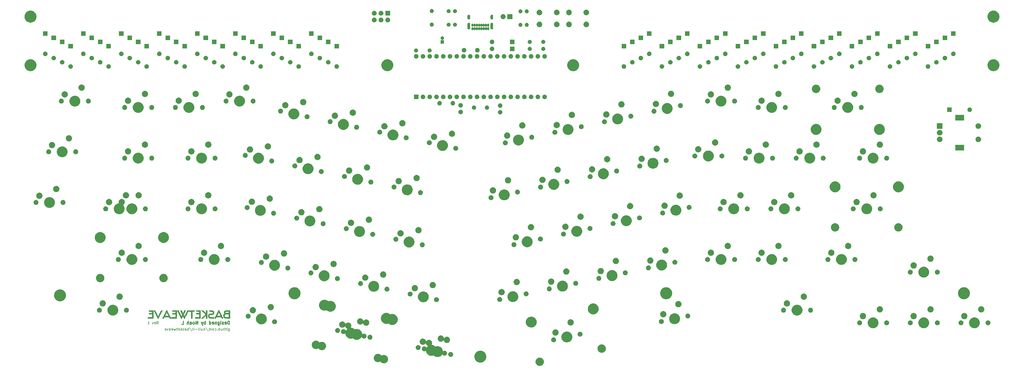
<source format=gbr>
G04 #@! TF.GenerationSoftware,KiCad,Pcbnew,(5.1.6)-1*
G04 #@! TF.CreationDate,2020-10-24T18:02:36-05:00*
G04 #@! TF.ProjectId,basketweave,6261736b-6574-4776-9561-76652e6b6963,rev?*
G04 #@! TF.SameCoordinates,Original*
G04 #@! TF.FileFunction,Soldermask,Bot*
G04 #@! TF.FilePolarity,Negative*
%FSLAX46Y46*%
G04 Gerber Fmt 4.6, Leading zero omitted, Abs format (unit mm)*
G04 Created by KiCad (PCBNEW (5.1.6)-1) date 2020-10-24 18:02:36*
%MOMM*%
%LPD*%
G01*
G04 APERTURE LIST*
%ADD10C,0.200000*%
%ADD11C,0.300000*%
%ADD12C,0.010000*%
%ADD13C,0.100000*%
G04 APERTURE END LIST*
D10*
X77557142Y-199683630D02*
X77890476Y-199207440D01*
X78128571Y-199683630D02*
X78128571Y-198683630D01*
X77747619Y-198683630D01*
X77652380Y-198731250D01*
X77604761Y-198778869D01*
X77557142Y-198874107D01*
X77557142Y-199016964D01*
X77604761Y-199112202D01*
X77652380Y-199159821D01*
X77747619Y-199207440D01*
X78128571Y-199207440D01*
X76747619Y-199636011D02*
X76842857Y-199683630D01*
X77033333Y-199683630D01*
X77128571Y-199636011D01*
X77176190Y-199540773D01*
X77176190Y-199159821D01*
X77128571Y-199064583D01*
X77033333Y-199016964D01*
X76842857Y-199016964D01*
X76747619Y-199064583D01*
X76700000Y-199159821D01*
X76700000Y-199255059D01*
X77176190Y-199350297D01*
X76366666Y-199016964D02*
X76128571Y-199683630D01*
X75890476Y-199016964D01*
X74223809Y-199683630D02*
X74795238Y-199683630D01*
X74509523Y-199683630D02*
X74509523Y-198683630D01*
X74604761Y-198826488D01*
X74700000Y-198921726D01*
X74795238Y-198969345D01*
X104583035Y-201398214D02*
X104583035Y-202207738D01*
X104630654Y-202302976D01*
X104678273Y-202350595D01*
X104773511Y-202398214D01*
X104916369Y-202398214D01*
X105011607Y-202350595D01*
X104583035Y-202017261D02*
X104678273Y-202064880D01*
X104868750Y-202064880D01*
X104963988Y-202017261D01*
X105011607Y-201969642D01*
X105059226Y-201874404D01*
X105059226Y-201588690D01*
X105011607Y-201493452D01*
X104963988Y-201445833D01*
X104868750Y-201398214D01*
X104678273Y-201398214D01*
X104583035Y-201445833D01*
X104106845Y-202064880D02*
X104106845Y-201398214D01*
X104106845Y-201064880D02*
X104154464Y-201112500D01*
X104106845Y-201160119D01*
X104059226Y-201112500D01*
X104106845Y-201064880D01*
X104106845Y-201160119D01*
X103773511Y-201398214D02*
X103392559Y-201398214D01*
X103630654Y-201064880D02*
X103630654Y-201922023D01*
X103583035Y-202017261D01*
X103487797Y-202064880D01*
X103392559Y-202064880D01*
X103059226Y-202064880D02*
X103059226Y-201064880D01*
X102630654Y-202064880D02*
X102630654Y-201541071D01*
X102678273Y-201445833D01*
X102773511Y-201398214D01*
X102916369Y-201398214D01*
X103011607Y-201445833D01*
X103059226Y-201493452D01*
X101725892Y-201398214D02*
X101725892Y-202064880D01*
X102154464Y-201398214D02*
X102154464Y-201922023D01*
X102106845Y-202017261D01*
X102011607Y-202064880D01*
X101868750Y-202064880D01*
X101773511Y-202017261D01*
X101725892Y-201969642D01*
X101249702Y-202064880D02*
X101249702Y-201064880D01*
X101249702Y-201445833D02*
X101154464Y-201398214D01*
X100963988Y-201398214D01*
X100868750Y-201445833D01*
X100821130Y-201493452D01*
X100773511Y-201588690D01*
X100773511Y-201874404D01*
X100821130Y-201969642D01*
X100868750Y-202017261D01*
X100963988Y-202064880D01*
X101154464Y-202064880D01*
X101249702Y-202017261D01*
X100344940Y-201969642D02*
X100297321Y-202017261D01*
X100344940Y-202064880D01*
X100392559Y-202017261D01*
X100344940Y-201969642D01*
X100344940Y-202064880D01*
X99440178Y-202017261D02*
X99535416Y-202064880D01*
X99725892Y-202064880D01*
X99821130Y-202017261D01*
X99868750Y-201969642D01*
X99916369Y-201874404D01*
X99916369Y-201588690D01*
X99868750Y-201493452D01*
X99821130Y-201445833D01*
X99725892Y-201398214D01*
X99535416Y-201398214D01*
X99440178Y-201445833D01*
X98868750Y-202064880D02*
X98963988Y-202017261D01*
X99011607Y-201969642D01*
X99059226Y-201874404D01*
X99059226Y-201588690D01*
X99011607Y-201493452D01*
X98963988Y-201445833D01*
X98868750Y-201398214D01*
X98725892Y-201398214D01*
X98630654Y-201445833D01*
X98583035Y-201493452D01*
X98535416Y-201588690D01*
X98535416Y-201874404D01*
X98583035Y-201969642D01*
X98630654Y-202017261D01*
X98725892Y-202064880D01*
X98868750Y-202064880D01*
X98106845Y-202064880D02*
X98106845Y-201398214D01*
X98106845Y-201493452D02*
X98059226Y-201445833D01*
X97963988Y-201398214D01*
X97821130Y-201398214D01*
X97725892Y-201445833D01*
X97678273Y-201541071D01*
X97678273Y-202064880D01*
X97678273Y-201541071D02*
X97630654Y-201445833D01*
X97535416Y-201398214D01*
X97392559Y-201398214D01*
X97297321Y-201445833D01*
X97249702Y-201541071D01*
X97249702Y-202064880D01*
X96059226Y-201017261D02*
X96916369Y-202302976D01*
X95725892Y-201398214D02*
X95725892Y-202064880D01*
X95725892Y-201493452D02*
X95678273Y-201445833D01*
X95583035Y-201398214D01*
X95440178Y-201398214D01*
X95344940Y-201445833D01*
X95297321Y-201541071D01*
X95297321Y-202064880D01*
X94392559Y-201398214D02*
X94392559Y-202064880D01*
X94821130Y-201398214D02*
X94821130Y-201922023D01*
X94773511Y-202017261D01*
X94678273Y-202064880D01*
X94535416Y-202064880D01*
X94440178Y-202017261D01*
X94392559Y-201969642D01*
X93773511Y-202064880D02*
X93868750Y-202017261D01*
X93916369Y-201922023D01*
X93916369Y-201064880D01*
X93249702Y-202064880D02*
X93344940Y-202017261D01*
X93392559Y-201922023D01*
X93392559Y-201064880D01*
X92868750Y-201683928D02*
X92106845Y-201683928D01*
X91487797Y-202064880D02*
X91583035Y-202017261D01*
X91630654Y-201922023D01*
X91630654Y-201064880D01*
X90963988Y-202064880D02*
X91059226Y-202017261D01*
X91106845Y-201922023D01*
X91106845Y-201064880D01*
X89868750Y-201017261D02*
X90725892Y-202302976D01*
X89535416Y-202064880D02*
X89535416Y-201064880D01*
X89535416Y-201445833D02*
X89440178Y-201398214D01*
X89249702Y-201398214D01*
X89154464Y-201445833D01*
X89106845Y-201493452D01*
X89059226Y-201588690D01*
X89059226Y-201874404D01*
X89106845Y-201969642D01*
X89154464Y-202017261D01*
X89249702Y-202064880D01*
X89440178Y-202064880D01*
X89535416Y-202017261D01*
X88202083Y-202064880D02*
X88202083Y-201541071D01*
X88249702Y-201445833D01*
X88344940Y-201398214D01*
X88535416Y-201398214D01*
X88630654Y-201445833D01*
X88202083Y-202017261D02*
X88297321Y-202064880D01*
X88535416Y-202064880D01*
X88630654Y-202017261D01*
X88678273Y-201922023D01*
X88678273Y-201826785D01*
X88630654Y-201731547D01*
X88535416Y-201683928D01*
X88297321Y-201683928D01*
X88202083Y-201636309D01*
X87773511Y-202017261D02*
X87678273Y-202064880D01*
X87487797Y-202064880D01*
X87392559Y-202017261D01*
X87344940Y-201922023D01*
X87344940Y-201874404D01*
X87392559Y-201779166D01*
X87487797Y-201731547D01*
X87630654Y-201731547D01*
X87725892Y-201683928D01*
X87773511Y-201588690D01*
X87773511Y-201541071D01*
X87725892Y-201445833D01*
X87630654Y-201398214D01*
X87487797Y-201398214D01*
X87392559Y-201445833D01*
X86916369Y-202064880D02*
X86916369Y-201064880D01*
X86821130Y-201683928D02*
X86535416Y-202064880D01*
X86535416Y-201398214D02*
X86916369Y-201779166D01*
X85725892Y-202017261D02*
X85821130Y-202064880D01*
X86011607Y-202064880D01*
X86106845Y-202017261D01*
X86154464Y-201922023D01*
X86154464Y-201541071D01*
X86106845Y-201445833D01*
X86011607Y-201398214D01*
X85821130Y-201398214D01*
X85725892Y-201445833D01*
X85678273Y-201541071D01*
X85678273Y-201636309D01*
X86154464Y-201731547D01*
X85392559Y-201398214D02*
X85011607Y-201398214D01*
X85249702Y-201064880D02*
X85249702Y-201922023D01*
X85202083Y-202017261D01*
X85106845Y-202064880D01*
X85011607Y-202064880D01*
X84773511Y-201398214D02*
X84583035Y-202064880D01*
X84392559Y-201588690D01*
X84202083Y-202064880D01*
X84011607Y-201398214D01*
X83249702Y-202017261D02*
X83344940Y-202064880D01*
X83535416Y-202064880D01*
X83630654Y-202017261D01*
X83678273Y-201922023D01*
X83678273Y-201541071D01*
X83630654Y-201445833D01*
X83535416Y-201398214D01*
X83344940Y-201398214D01*
X83249702Y-201445833D01*
X83202083Y-201541071D01*
X83202083Y-201636309D01*
X83678273Y-201731547D01*
X82344940Y-202064880D02*
X82344940Y-201541071D01*
X82392559Y-201445833D01*
X82487797Y-201398214D01*
X82678273Y-201398214D01*
X82773511Y-201445833D01*
X82344940Y-202017261D02*
X82440178Y-202064880D01*
X82678273Y-202064880D01*
X82773511Y-202017261D01*
X82821130Y-201922023D01*
X82821130Y-201826785D01*
X82773511Y-201731547D01*
X82678273Y-201683928D01*
X82440178Y-201683928D01*
X82344940Y-201636309D01*
X81963988Y-201398214D02*
X81725892Y-202064880D01*
X81487797Y-201398214D01*
X80725892Y-202017261D02*
X80821130Y-202064880D01*
X81011607Y-202064880D01*
X81106845Y-202017261D01*
X81154464Y-201922023D01*
X81154464Y-201541071D01*
X81106845Y-201445833D01*
X81011607Y-201398214D01*
X80821130Y-201398214D01*
X80725892Y-201445833D01*
X80678273Y-201541071D01*
X80678273Y-201636309D01*
X81154464Y-201731547D01*
D11*
X104900892Y-199774107D02*
X104900892Y-198574107D01*
X104615178Y-198574107D01*
X104443750Y-198631250D01*
X104329464Y-198745535D01*
X104272321Y-198859821D01*
X104215178Y-199088392D01*
X104215178Y-199259821D01*
X104272321Y-199488392D01*
X104329464Y-199602678D01*
X104443750Y-199716964D01*
X104615178Y-199774107D01*
X104900892Y-199774107D01*
X103243750Y-199716964D02*
X103358035Y-199774107D01*
X103586607Y-199774107D01*
X103700892Y-199716964D01*
X103758035Y-199602678D01*
X103758035Y-199145535D01*
X103700892Y-199031250D01*
X103586607Y-198974107D01*
X103358035Y-198974107D01*
X103243750Y-199031250D01*
X103186607Y-199145535D01*
X103186607Y-199259821D01*
X103758035Y-199374107D01*
X102729464Y-199716964D02*
X102615178Y-199774107D01*
X102386607Y-199774107D01*
X102272321Y-199716964D01*
X102215178Y-199602678D01*
X102215178Y-199545535D01*
X102272321Y-199431250D01*
X102386607Y-199374107D01*
X102558035Y-199374107D01*
X102672321Y-199316964D01*
X102729464Y-199202678D01*
X102729464Y-199145535D01*
X102672321Y-199031250D01*
X102558035Y-198974107D01*
X102386607Y-198974107D01*
X102272321Y-199031250D01*
X101700892Y-199774107D02*
X101700892Y-198974107D01*
X101700892Y-198574107D02*
X101758035Y-198631250D01*
X101700892Y-198688392D01*
X101643750Y-198631250D01*
X101700892Y-198574107D01*
X101700892Y-198688392D01*
X100615178Y-198974107D02*
X100615178Y-199945535D01*
X100672321Y-200059821D01*
X100729464Y-200116964D01*
X100843750Y-200174107D01*
X101015178Y-200174107D01*
X101129464Y-200116964D01*
X100615178Y-199716964D02*
X100729464Y-199774107D01*
X100958035Y-199774107D01*
X101072321Y-199716964D01*
X101129464Y-199659821D01*
X101186607Y-199545535D01*
X101186607Y-199202678D01*
X101129464Y-199088392D01*
X101072321Y-199031250D01*
X100958035Y-198974107D01*
X100729464Y-198974107D01*
X100615178Y-199031250D01*
X100043750Y-198974107D02*
X100043750Y-199774107D01*
X100043750Y-199088392D02*
X99986607Y-199031250D01*
X99872321Y-198974107D01*
X99700892Y-198974107D01*
X99586607Y-199031250D01*
X99529464Y-199145535D01*
X99529464Y-199774107D01*
X98500892Y-199716964D02*
X98615178Y-199774107D01*
X98843750Y-199774107D01*
X98958035Y-199716964D01*
X99015178Y-199602678D01*
X99015178Y-199145535D01*
X98958035Y-199031250D01*
X98843750Y-198974107D01*
X98615178Y-198974107D01*
X98500892Y-199031250D01*
X98443750Y-199145535D01*
X98443750Y-199259821D01*
X99015178Y-199374107D01*
X97415178Y-199774107D02*
X97415178Y-198574107D01*
X97415178Y-199716964D02*
X97529464Y-199774107D01*
X97758035Y-199774107D01*
X97872321Y-199716964D01*
X97929464Y-199659821D01*
X97986607Y-199545535D01*
X97986607Y-199202678D01*
X97929464Y-199088392D01*
X97872321Y-199031250D01*
X97758035Y-198974107D01*
X97529464Y-198974107D01*
X97415178Y-199031250D01*
X95929464Y-199774107D02*
X95929464Y-198574107D01*
X95929464Y-199031250D02*
X95815178Y-198974107D01*
X95586607Y-198974107D01*
X95472321Y-199031250D01*
X95415178Y-199088392D01*
X95358035Y-199202678D01*
X95358035Y-199545535D01*
X95415178Y-199659821D01*
X95472321Y-199716964D01*
X95586607Y-199774107D01*
X95815178Y-199774107D01*
X95929464Y-199716964D01*
X94958035Y-198974107D02*
X94672321Y-199774107D01*
X94386607Y-198974107D02*
X94672321Y-199774107D01*
X94786607Y-200059821D01*
X94843750Y-200116964D01*
X94958035Y-200174107D01*
X93015178Y-199774107D02*
X93015178Y-198574107D01*
X92329464Y-199774107D01*
X92329464Y-198574107D01*
X91586607Y-199774107D02*
X91700892Y-199716964D01*
X91758035Y-199659821D01*
X91815178Y-199545535D01*
X91815178Y-199202678D01*
X91758035Y-199088392D01*
X91700892Y-199031250D01*
X91586607Y-198974107D01*
X91415178Y-198974107D01*
X91300892Y-199031250D01*
X91243750Y-199088392D01*
X91186607Y-199202678D01*
X91186607Y-199545535D01*
X91243750Y-199659821D01*
X91300892Y-199716964D01*
X91415178Y-199774107D01*
X91586607Y-199774107D01*
X90158035Y-199774107D02*
X90158035Y-199145535D01*
X90215178Y-199031250D01*
X90329464Y-198974107D01*
X90558035Y-198974107D01*
X90672321Y-199031250D01*
X90158035Y-199716964D02*
X90272321Y-199774107D01*
X90558035Y-199774107D01*
X90672321Y-199716964D01*
X90729464Y-199602678D01*
X90729464Y-199488392D01*
X90672321Y-199374107D01*
X90558035Y-199316964D01*
X90272321Y-199316964D01*
X90158035Y-199259821D01*
X89586607Y-199774107D02*
X89586607Y-198574107D01*
X89072321Y-199774107D02*
X89072321Y-199145535D01*
X89129464Y-199031250D01*
X89243750Y-198974107D01*
X89415178Y-198974107D01*
X89529464Y-199031250D01*
X89586607Y-199088392D01*
X87015178Y-199774107D02*
X87586607Y-199774107D01*
X87586607Y-198574107D01*
D12*
G36*
X89223515Y-194537616D02*
G01*
X89142433Y-194551225D01*
X89101060Y-194571659D01*
X89100879Y-194571937D01*
X89081862Y-194608697D01*
X89038598Y-194696174D01*
X88974271Y-194827814D01*
X88892062Y-194997064D01*
X88795155Y-195197370D01*
X88686732Y-195422178D01*
X88569975Y-195664935D01*
X88557397Y-195691125D01*
X88440160Y-195934630D01*
X88330982Y-196160167D01*
X88233020Y-196361304D01*
X88149433Y-196531610D01*
X88083380Y-196664652D01*
X88038019Y-196753998D01*
X88016508Y-196793217D01*
X88015707Y-196794222D01*
X87993347Y-196777330D01*
X87950577Y-196713471D01*
X87893876Y-196613203D01*
X87839517Y-196507134D01*
X87686653Y-196196449D01*
X88086952Y-195396343D01*
X88190640Y-195187999D01*
X88284348Y-194997605D01*
X88364454Y-194832690D01*
X88427337Y-194700781D01*
X88469376Y-194609407D01*
X88486948Y-194566094D01*
X88487250Y-194564244D01*
X88457511Y-194548159D01*
X88376148Y-194537010D01*
X88254948Y-194532308D01*
X88238181Y-194532250D01*
X87989111Y-194532250D01*
X87724202Y-195104121D01*
X87642411Y-195277052D01*
X87568452Y-195426569D01*
X87506675Y-195544431D01*
X87461426Y-195622402D01*
X87437054Y-195652241D01*
X87435161Y-195651808D01*
X87414757Y-195616532D01*
X87372546Y-195532993D01*
X87313134Y-195410672D01*
X87241126Y-195259052D01*
X87161250Y-195087875D01*
X86911469Y-194548125D01*
X86651610Y-194538903D01*
X86532220Y-194536638D01*
X86441752Y-194538676D01*
X86395038Y-194544544D01*
X86391750Y-194547207D01*
X86405127Y-194579141D01*
X86442938Y-194660822D01*
X86501707Y-194784959D01*
X86577957Y-194944262D01*
X86668209Y-195131440D01*
X86768988Y-195339203D01*
X86794708Y-195392046D01*
X87197666Y-196219359D01*
X86890006Y-196834125D01*
X86325025Y-195683187D01*
X85760043Y-194532250D01*
X85504397Y-194532250D01*
X85386013Y-194534056D01*
X85296718Y-194538860D01*
X85251488Y-194545736D01*
X85248750Y-194548042D01*
X85262522Y-194580408D01*
X85301770Y-194662888D01*
X85363396Y-194789316D01*
X85444301Y-194953528D01*
X85541386Y-195149357D01*
X85651553Y-195370640D01*
X85771703Y-195611212D01*
X85898737Y-195864906D01*
X86029556Y-196125558D01*
X86161061Y-196387004D01*
X86290154Y-196643077D01*
X86413736Y-196887613D01*
X86528709Y-197114447D01*
X86631972Y-197317414D01*
X86720428Y-197490349D01*
X86790978Y-197627086D01*
X86840523Y-197721461D01*
X86865964Y-197767308D01*
X86868600Y-197770750D01*
X86887279Y-197743704D01*
X86929279Y-197668415D01*
X86989968Y-197553653D01*
X87064712Y-197408190D01*
X87148876Y-197240797D01*
X87153750Y-197231000D01*
X87238291Y-197062671D01*
X87313657Y-196915813D01*
X87375218Y-196799187D01*
X87418345Y-196721558D01*
X87438406Y-196691689D01*
X87438754Y-196691606D01*
X87456858Y-196719029D01*
X87497172Y-196795072D01*
X87555191Y-196910751D01*
X87626406Y-197057079D01*
X87705531Y-197223418D01*
X87785843Y-197393019D01*
X87857619Y-197542671D01*
X87916245Y-197662908D01*
X87957106Y-197744260D01*
X87975406Y-197777070D01*
X87992981Y-197753740D01*
X88036497Y-197678667D01*
X88103332Y-197556822D01*
X88190863Y-197393175D01*
X88296468Y-197192696D01*
X88417524Y-196960355D01*
X88551407Y-196701122D01*
X88695496Y-196419968D01*
X88804750Y-196205445D01*
X88954894Y-195909537D01*
X89096363Y-195630072D01*
X89226540Y-195372264D01*
X89342809Y-195141329D01*
X89442550Y-194942482D01*
X89523147Y-194780938D01*
X89581982Y-194661913D01*
X89616437Y-194590622D01*
X89624641Y-194571937D01*
X89602120Y-194551424D01*
X89533607Y-194537735D01*
X89436242Y-194530871D01*
X89327164Y-194530831D01*
X89223515Y-194537616D01*
G37*
X89223515Y-194537616D02*
X89142433Y-194551225D01*
X89101060Y-194571659D01*
X89100879Y-194571937D01*
X89081862Y-194608697D01*
X89038598Y-194696174D01*
X88974271Y-194827814D01*
X88892062Y-194997064D01*
X88795155Y-195197370D01*
X88686732Y-195422178D01*
X88569975Y-195664935D01*
X88557397Y-195691125D01*
X88440160Y-195934630D01*
X88330982Y-196160167D01*
X88233020Y-196361304D01*
X88149433Y-196531610D01*
X88083380Y-196664652D01*
X88038019Y-196753998D01*
X88016508Y-196793217D01*
X88015707Y-196794222D01*
X87993347Y-196777330D01*
X87950577Y-196713471D01*
X87893876Y-196613203D01*
X87839517Y-196507134D01*
X87686653Y-196196449D01*
X88086952Y-195396343D01*
X88190640Y-195187999D01*
X88284348Y-194997605D01*
X88364454Y-194832690D01*
X88427337Y-194700781D01*
X88469376Y-194609407D01*
X88486948Y-194566094D01*
X88487250Y-194564244D01*
X88457511Y-194548159D01*
X88376148Y-194537010D01*
X88254948Y-194532308D01*
X88238181Y-194532250D01*
X87989111Y-194532250D01*
X87724202Y-195104121D01*
X87642411Y-195277052D01*
X87568452Y-195426569D01*
X87506675Y-195544431D01*
X87461426Y-195622402D01*
X87437054Y-195652241D01*
X87435161Y-195651808D01*
X87414757Y-195616532D01*
X87372546Y-195532993D01*
X87313134Y-195410672D01*
X87241126Y-195259052D01*
X87161250Y-195087875D01*
X86911469Y-194548125D01*
X86651610Y-194538903D01*
X86532220Y-194536638D01*
X86441752Y-194538676D01*
X86395038Y-194544544D01*
X86391750Y-194547207D01*
X86405127Y-194579141D01*
X86442938Y-194660822D01*
X86501707Y-194784959D01*
X86577957Y-194944262D01*
X86668209Y-195131440D01*
X86768988Y-195339203D01*
X86794708Y-195392046D01*
X87197666Y-196219359D01*
X86890006Y-196834125D01*
X86325025Y-195683187D01*
X85760043Y-194532250D01*
X85504397Y-194532250D01*
X85386013Y-194534056D01*
X85296718Y-194538860D01*
X85251488Y-194545736D01*
X85248750Y-194548042D01*
X85262522Y-194580408D01*
X85301770Y-194662888D01*
X85363396Y-194789316D01*
X85444301Y-194953528D01*
X85541386Y-195149357D01*
X85651553Y-195370640D01*
X85771703Y-195611212D01*
X85898737Y-195864906D01*
X86029556Y-196125558D01*
X86161061Y-196387004D01*
X86290154Y-196643077D01*
X86413736Y-196887613D01*
X86528709Y-197114447D01*
X86631972Y-197317414D01*
X86720428Y-197490349D01*
X86790978Y-197627086D01*
X86840523Y-197721461D01*
X86865964Y-197767308D01*
X86868600Y-197770750D01*
X86887279Y-197743704D01*
X86929279Y-197668415D01*
X86989968Y-197553653D01*
X87064712Y-197408190D01*
X87148876Y-197240797D01*
X87153750Y-197231000D01*
X87238291Y-197062671D01*
X87313657Y-196915813D01*
X87375218Y-196799187D01*
X87418345Y-196721558D01*
X87438406Y-196691689D01*
X87438754Y-196691606D01*
X87456858Y-196719029D01*
X87497172Y-196795072D01*
X87555191Y-196910751D01*
X87626406Y-197057079D01*
X87705531Y-197223418D01*
X87785843Y-197393019D01*
X87857619Y-197542671D01*
X87916245Y-197662908D01*
X87957106Y-197744260D01*
X87975406Y-197777070D01*
X87992981Y-197753740D01*
X88036497Y-197678667D01*
X88103332Y-197556822D01*
X88190863Y-197393175D01*
X88296468Y-197192696D01*
X88417524Y-196960355D01*
X88551407Y-196701122D01*
X88695496Y-196419968D01*
X88804750Y-196205445D01*
X88954894Y-195909537D01*
X89096363Y-195630072D01*
X89226540Y-195372264D01*
X89342809Y-195141329D01*
X89442550Y-194942482D01*
X89523147Y-194780938D01*
X89581982Y-194661913D01*
X89616437Y-194590622D01*
X89624641Y-194571937D01*
X89602120Y-194551424D01*
X89533607Y-194537735D01*
X89436242Y-194530871D01*
X89327164Y-194530831D01*
X89223515Y-194537616D01*
G36*
X79440552Y-194534907D02*
G01*
X79337003Y-194543950D01*
X79259047Y-194557175D01*
X79225569Y-194571937D01*
X79205440Y-194608734D01*
X79161226Y-194696302D01*
X79096135Y-194828078D01*
X79013371Y-194997495D01*
X78916141Y-195197989D01*
X78807651Y-195422995D01*
X78691105Y-195665947D01*
X78679061Y-195691125D01*
X78562300Y-195934675D01*
X78453644Y-196160217D01*
X78356231Y-196361318D01*
X78273200Y-196531545D01*
X78207691Y-196664464D01*
X78162843Y-196753642D01*
X78141796Y-196792646D01*
X78141053Y-196793613D01*
X78122675Y-196771256D01*
X78079321Y-196697802D01*
X78014089Y-196579112D01*
X77930082Y-196421045D01*
X77830397Y-196229461D01*
X77718136Y-196010220D01*
X77596398Y-195769182D01*
X77548964Y-195674426D01*
X76978581Y-194532250D01*
X76729838Y-194532249D01*
X76597677Y-194535189D01*
X76520956Y-194544877D01*
X76491850Y-194562617D01*
X76491698Y-194571937D01*
X76507433Y-194606769D01*
X76548372Y-194691418D01*
X76611426Y-194819729D01*
X76693507Y-194985550D01*
X76791527Y-195182725D01*
X76902397Y-195405102D01*
X77023027Y-195646525D01*
X77150331Y-195900842D01*
X77281218Y-196161898D01*
X77412601Y-196423540D01*
X77541390Y-196679613D01*
X77664498Y-196923964D01*
X77778835Y-197150438D01*
X77881314Y-197352882D01*
X77968845Y-197525142D01*
X78038340Y-197661064D01*
X78086710Y-197754494D01*
X78110867Y-197799278D01*
X78113000Y-197802333D01*
X78128376Y-197774803D01*
X78169826Y-197695629D01*
X78234779Y-197569836D01*
X78320665Y-197402453D01*
X78424913Y-197198507D01*
X78544953Y-196963025D01*
X78678213Y-196701033D01*
X78822124Y-196417559D01*
X78938438Y-196188081D01*
X79088791Y-195890887D01*
X79230200Y-195610683D01*
X79360113Y-195352572D01*
X79475975Y-195121662D01*
X79575234Y-194923057D01*
X79655336Y-194761864D01*
X79713729Y-194643188D01*
X79747859Y-194572135D01*
X79756000Y-194553122D01*
X79727418Y-194539152D01*
X79653494Y-194531879D01*
X79551960Y-194530673D01*
X79440552Y-194534907D01*
G37*
X79440552Y-194534907D02*
X79337003Y-194543950D01*
X79259047Y-194557175D01*
X79225569Y-194571937D01*
X79205440Y-194608734D01*
X79161226Y-194696302D01*
X79096135Y-194828078D01*
X79013371Y-194997495D01*
X78916141Y-195197989D01*
X78807651Y-195422995D01*
X78691105Y-195665947D01*
X78679061Y-195691125D01*
X78562300Y-195934675D01*
X78453644Y-196160217D01*
X78356231Y-196361318D01*
X78273200Y-196531545D01*
X78207691Y-196664464D01*
X78162843Y-196753642D01*
X78141796Y-196792646D01*
X78141053Y-196793613D01*
X78122675Y-196771256D01*
X78079321Y-196697802D01*
X78014089Y-196579112D01*
X77930082Y-196421045D01*
X77830397Y-196229461D01*
X77718136Y-196010220D01*
X77596398Y-195769182D01*
X77548964Y-195674426D01*
X76978581Y-194532250D01*
X76729838Y-194532249D01*
X76597677Y-194535189D01*
X76520956Y-194544877D01*
X76491850Y-194562617D01*
X76491698Y-194571937D01*
X76507433Y-194606769D01*
X76548372Y-194691418D01*
X76611426Y-194819729D01*
X76693507Y-194985550D01*
X76791527Y-195182725D01*
X76902397Y-195405102D01*
X77023027Y-195646525D01*
X77150331Y-195900842D01*
X77281218Y-196161898D01*
X77412601Y-196423540D01*
X77541390Y-196679613D01*
X77664498Y-196923964D01*
X77778835Y-197150438D01*
X77881314Y-197352882D01*
X77968845Y-197525142D01*
X78038340Y-197661064D01*
X78086710Y-197754494D01*
X78110867Y-197799278D01*
X78113000Y-197802333D01*
X78128376Y-197774803D01*
X78169826Y-197695629D01*
X78234779Y-197569836D01*
X78320665Y-197402453D01*
X78424913Y-197198507D01*
X78544953Y-196963025D01*
X78678213Y-196701033D01*
X78822124Y-196417559D01*
X78938438Y-196188081D01*
X79088791Y-195890887D01*
X79230200Y-195610683D01*
X79360113Y-195352572D01*
X79475975Y-195121662D01*
X79575234Y-194923057D01*
X79655336Y-194761864D01*
X79713729Y-194643188D01*
X79747859Y-194572135D01*
X79756000Y-194553122D01*
X79727418Y-194539152D01*
X79653494Y-194531879D01*
X79551960Y-194530673D01*
X79440552Y-194534907D01*
G36*
X104274938Y-194540435D02*
G01*
X103992048Y-194545655D01*
X103764719Y-194552154D01*
X103585013Y-194561192D01*
X103444989Y-194574032D01*
X103336709Y-194591937D01*
X103252235Y-194616169D01*
X103183626Y-194647991D01*
X103122945Y-194688665D01*
X103070778Y-194731923D01*
X102958944Y-194856737D01*
X102894475Y-195000193D01*
X102870534Y-195178776D01*
X102870000Y-195215942D01*
X102879487Y-195362702D01*
X102914565Y-195474491D01*
X102985163Y-195577875D01*
X103019738Y-195616601D01*
X103098217Y-195700827D01*
X103029648Y-195722590D01*
X102932745Y-195775270D01*
X102826369Y-195866668D01*
X102729278Y-195978621D01*
X102671753Y-196069118D01*
X102632168Y-196168419D01*
X102606676Y-196293969D01*
X102591920Y-196463116D01*
X102590662Y-196488225D01*
X102591198Y-196733825D01*
X102620864Y-196933455D01*
X102683312Y-197099307D01*
X102782196Y-197243574D01*
X102833422Y-197298623D01*
X102904696Y-197366183D01*
X102974497Y-197420879D01*
X103050451Y-197464207D01*
X103140184Y-197497664D01*
X103251324Y-197522749D01*
X103391497Y-197540957D01*
X103568329Y-197553787D01*
X103789446Y-197562735D01*
X104062475Y-197569298D01*
X104227313Y-197572263D01*
X105124250Y-197587355D01*
X105124250Y-197072250D01*
X104648000Y-197072250D01*
X104025736Y-197072250D01*
X103801134Y-197071398D01*
X103630434Y-197068380D01*
X103504056Y-197062502D01*
X103412420Y-197053071D01*
X103345946Y-197039394D01*
X103295053Y-197020776D01*
X103291459Y-197019096D01*
X103183500Y-196935309D01*
X103109229Y-196811857D01*
X103068856Y-196663032D01*
X103062592Y-196503129D01*
X103090649Y-196346441D01*
X103153239Y-196207261D01*
X103250573Y-196099884D01*
X103277591Y-196081377D01*
X103321396Y-196056717D01*
X103368513Y-196038168D01*
X103428834Y-196024616D01*
X103512253Y-196014947D01*
X103628661Y-196008046D01*
X103787950Y-196002799D01*
X104000015Y-195998091D01*
X104020513Y-195997685D01*
X104648000Y-195985335D01*
X104648000Y-197072250D01*
X105124250Y-197072250D01*
X105124250Y-195008500D01*
X104648000Y-195008500D01*
X104648000Y-195516500D01*
X104060625Y-195516500D01*
X103852463Y-195516054D01*
X103698320Y-195514100D01*
X103588717Y-195509713D01*
X103514176Y-195501969D01*
X103465219Y-195489942D01*
X103432368Y-195472709D01*
X103409750Y-195453000D01*
X103360324Y-195364231D01*
X103347503Y-195250976D01*
X103374301Y-195142633D01*
X103377330Y-195136752D01*
X103414409Y-195092117D01*
X103476592Y-195058527D01*
X103571530Y-195034675D01*
X103706871Y-195019257D01*
X103890267Y-195010967D01*
X104128863Y-195008500D01*
X104648000Y-195008500D01*
X105124250Y-195008500D01*
X105124250Y-194526873D01*
X104274938Y-194540435D01*
G37*
X104274938Y-194540435D02*
X103992048Y-194545655D01*
X103764719Y-194552154D01*
X103585013Y-194561192D01*
X103444989Y-194574032D01*
X103336709Y-194591937D01*
X103252235Y-194616169D01*
X103183626Y-194647991D01*
X103122945Y-194688665D01*
X103070778Y-194731923D01*
X102958944Y-194856737D01*
X102894475Y-195000193D01*
X102870534Y-195178776D01*
X102870000Y-195215942D01*
X102879487Y-195362702D01*
X102914565Y-195474491D01*
X102985163Y-195577875D01*
X103019738Y-195616601D01*
X103098217Y-195700827D01*
X103029648Y-195722590D01*
X102932745Y-195775270D01*
X102826369Y-195866668D01*
X102729278Y-195978621D01*
X102671753Y-196069118D01*
X102632168Y-196168419D01*
X102606676Y-196293969D01*
X102591920Y-196463116D01*
X102590662Y-196488225D01*
X102591198Y-196733825D01*
X102620864Y-196933455D01*
X102683312Y-197099307D01*
X102782196Y-197243574D01*
X102833422Y-197298623D01*
X102904696Y-197366183D01*
X102974497Y-197420879D01*
X103050451Y-197464207D01*
X103140184Y-197497664D01*
X103251324Y-197522749D01*
X103391497Y-197540957D01*
X103568329Y-197553787D01*
X103789446Y-197562735D01*
X104062475Y-197569298D01*
X104227313Y-197572263D01*
X105124250Y-197587355D01*
X105124250Y-197072250D01*
X104648000Y-197072250D01*
X104025736Y-197072250D01*
X103801134Y-197071398D01*
X103630434Y-197068380D01*
X103504056Y-197062502D01*
X103412420Y-197053071D01*
X103345946Y-197039394D01*
X103295053Y-197020776D01*
X103291459Y-197019096D01*
X103183500Y-196935309D01*
X103109229Y-196811857D01*
X103068856Y-196663032D01*
X103062592Y-196503129D01*
X103090649Y-196346441D01*
X103153239Y-196207261D01*
X103250573Y-196099884D01*
X103277591Y-196081377D01*
X103321396Y-196056717D01*
X103368513Y-196038168D01*
X103428834Y-196024616D01*
X103512253Y-196014947D01*
X103628661Y-196008046D01*
X103787950Y-196002799D01*
X104000015Y-195998091D01*
X104020513Y-195997685D01*
X104648000Y-195985335D01*
X104648000Y-197072250D01*
X105124250Y-197072250D01*
X105124250Y-195008500D01*
X104648000Y-195008500D01*
X104648000Y-195516500D01*
X104060625Y-195516500D01*
X103852463Y-195516054D01*
X103698320Y-195514100D01*
X103588717Y-195509713D01*
X103514176Y-195501969D01*
X103465219Y-195489942D01*
X103432368Y-195472709D01*
X103409750Y-195453000D01*
X103360324Y-195364231D01*
X103347503Y-195250976D01*
X103374301Y-195142633D01*
X103377330Y-195136752D01*
X103414409Y-195092117D01*
X103476592Y-195058527D01*
X103571530Y-195034675D01*
X103706871Y-195019257D01*
X103890267Y-195010967D01*
X104128863Y-195008500D01*
X104648000Y-195008500D01*
X105124250Y-195008500D01*
X105124250Y-194526873D01*
X104274938Y-194540435D01*
G36*
X100317766Y-195486702D02*
G01*
X100176619Y-195761055D01*
X100035589Y-196035230D01*
X99899324Y-196300189D01*
X99772473Y-196546890D01*
X99659685Y-196766294D01*
X99565607Y-196949359D01*
X99494888Y-197087045D01*
X99482624Y-197110938D01*
X99406746Y-197261839D01*
X99344121Y-197392286D01*
X99299339Y-197492229D01*
X99276993Y-197551613D01*
X99275960Y-197563376D01*
X99313565Y-197571337D01*
X99398084Y-197577275D01*
X99512938Y-197580137D01*
X99541802Y-197580250D01*
X99790770Y-197580250D01*
X99908598Y-197342125D01*
X100026425Y-197104000D01*
X101776576Y-197104000D01*
X101894403Y-197342125D01*
X102012231Y-197580250D01*
X102266491Y-197580250D01*
X102400396Y-197577468D01*
X102480528Y-197568051D01*
X102516413Y-197550385D01*
X102520750Y-197537243D01*
X102506955Y-197501566D01*
X102467267Y-197414362D01*
X102404229Y-197280879D01*
X102320387Y-197106367D01*
X102218286Y-196896073D01*
X102100471Y-196655248D01*
X102065932Y-196585077D01*
X101536500Y-196585077D01*
X101506352Y-196588431D01*
X101422314Y-196591368D01*
X101293994Y-196593720D01*
X101131003Y-196595316D01*
X100942950Y-196595989D01*
X100915236Y-196596000D01*
X100702422Y-196595818D01*
X100545105Y-196594685D01*
X100435283Y-196591720D01*
X100364954Y-196586041D01*
X100326114Y-196576767D01*
X100310761Y-196563018D01*
X100310892Y-196543911D01*
X100314952Y-196529897D01*
X100334709Y-196482096D01*
X100377733Y-196386874D01*
X100439514Y-196253916D01*
X100515543Y-196092904D01*
X100601310Y-195913520D01*
X100621746Y-195871084D01*
X100907561Y-195278375D01*
X101222031Y-195926264D01*
X101312197Y-196112491D01*
X101392268Y-196278748D01*
X101458329Y-196416834D01*
X101506464Y-196518548D01*
X101532758Y-196575686D01*
X101536500Y-196585077D01*
X102065932Y-196585077D01*
X101969487Y-196389140D01*
X101827878Y-196102997D01*
X101725061Y-195896134D01*
X100929371Y-194298031D01*
X100317766Y-195486702D01*
G37*
X100317766Y-195486702D02*
X100176619Y-195761055D01*
X100035589Y-196035230D01*
X99899324Y-196300189D01*
X99772473Y-196546890D01*
X99659685Y-196766294D01*
X99565607Y-196949359D01*
X99494888Y-197087045D01*
X99482624Y-197110938D01*
X99406746Y-197261839D01*
X99344121Y-197392286D01*
X99299339Y-197492229D01*
X99276993Y-197551613D01*
X99275960Y-197563376D01*
X99313565Y-197571337D01*
X99398084Y-197577275D01*
X99512938Y-197580137D01*
X99541802Y-197580250D01*
X99790770Y-197580250D01*
X99908598Y-197342125D01*
X100026425Y-197104000D01*
X101776576Y-197104000D01*
X101894403Y-197342125D01*
X102012231Y-197580250D01*
X102266491Y-197580250D01*
X102400396Y-197577468D01*
X102480528Y-197568051D01*
X102516413Y-197550385D01*
X102520750Y-197537243D01*
X102506955Y-197501566D01*
X102467267Y-197414362D01*
X102404229Y-197280879D01*
X102320387Y-197106367D01*
X102218286Y-196896073D01*
X102100471Y-196655248D01*
X102065932Y-196585077D01*
X101536500Y-196585077D01*
X101506352Y-196588431D01*
X101422314Y-196591368D01*
X101293994Y-196593720D01*
X101131003Y-196595316D01*
X100942950Y-196595989D01*
X100915236Y-196596000D01*
X100702422Y-196595818D01*
X100545105Y-196594685D01*
X100435283Y-196591720D01*
X100364954Y-196586041D01*
X100326114Y-196576767D01*
X100310761Y-196563018D01*
X100310892Y-196543911D01*
X100314952Y-196529897D01*
X100334709Y-196482096D01*
X100377733Y-196386874D01*
X100439514Y-196253916D01*
X100515543Y-196092904D01*
X100601310Y-195913520D01*
X100621746Y-195871084D01*
X100907561Y-195278375D01*
X101222031Y-195926264D01*
X101312197Y-196112491D01*
X101392268Y-196278748D01*
X101458329Y-196416834D01*
X101506464Y-196518548D01*
X101532758Y-196575686D01*
X101536500Y-196585077D01*
X102065932Y-196585077D01*
X101969487Y-196389140D01*
X101827878Y-196102997D01*
X101725061Y-195896134D01*
X100929371Y-194298031D01*
X100317766Y-195486702D01*
G36*
X97313750Y-195002332D02*
G01*
X97882968Y-195013353D01*
X98089147Y-195017930D01*
X98241899Y-195023293D01*
X98351293Y-195030614D01*
X98427401Y-195041066D01*
X98480294Y-195055820D01*
X98520043Y-195076050D01*
X98539779Y-195089806D01*
X98629512Y-195193013D01*
X98670006Y-195321962D01*
X98660409Y-195461276D01*
X98599870Y-195595577D01*
X98569940Y-195634587D01*
X98537845Y-195669123D01*
X98503302Y-195693571D01*
X98454744Y-195710315D01*
X98380606Y-195721734D01*
X98269320Y-195730211D01*
X98109319Y-195738125D01*
X98055418Y-195740512D01*
X97805319Y-195756086D01*
X97607433Y-195780371D01*
X97450709Y-195816611D01*
X97324097Y-195868047D01*
X97216544Y-195937924D01*
X97135647Y-196010432D01*
X97010016Y-196174387D01*
X96933999Y-196368089D01*
X96905790Y-196597420D01*
X96910250Y-196744238D01*
X96951033Y-196982802D01*
X97035961Y-197177225D01*
X97168382Y-197332024D01*
X97351643Y-197451718D01*
X97472500Y-197503192D01*
X97552867Y-197522179D01*
X97677867Y-197538924D01*
X97837131Y-197553184D01*
X98020290Y-197564718D01*
X98216974Y-197573281D01*
X98416816Y-197578632D01*
X98609445Y-197580529D01*
X98784493Y-197578727D01*
X98931591Y-197572986D01*
X99040370Y-197563061D01*
X99100460Y-197548712D01*
X99108624Y-197541471D01*
X99116710Y-197486292D01*
X99119553Y-197390130D01*
X99117197Y-197291155D01*
X99107625Y-197088125D01*
X98361500Y-197072250D01*
X98086321Y-197065017D01*
X97870996Y-197056188D01*
X97711895Y-197045511D01*
X97605387Y-197032734D01*
X97547840Y-197017608D01*
X97544267Y-197015746D01*
X97454477Y-196929323D01*
X97397232Y-196796726D01*
X97377250Y-196629827D01*
X97385341Y-196516640D01*
X97416543Y-196435044D01*
X97464563Y-196372565D01*
X97534960Y-196310048D01*
X97623585Y-196265728D01*
X97741454Y-196236991D01*
X97899581Y-196221224D01*
X98108984Y-196215815D01*
X98125550Y-196215757D01*
X98365277Y-196206768D01*
X98555495Y-196178684D01*
X98708271Y-196127923D01*
X98835673Y-196050902D01*
X98914008Y-195981663D01*
X99027142Y-195836329D01*
X99098000Y-195664085D01*
X99130164Y-195454166D01*
X99132761Y-195324679D01*
X99107682Y-195096175D01*
X99038140Y-194910843D01*
X98921035Y-194763675D01*
X98753267Y-194649664D01*
X98699080Y-194624003D01*
X98635710Y-194598578D01*
X98570243Y-194579465D01*
X98491781Y-194565460D01*
X98389425Y-194555361D01*
X98252276Y-194547965D01*
X98069435Y-194542068D01*
X97924938Y-194538561D01*
X97313750Y-194524723D01*
X97313750Y-195002332D01*
G37*
X97313750Y-195002332D02*
X97882968Y-195013353D01*
X98089147Y-195017930D01*
X98241899Y-195023293D01*
X98351293Y-195030614D01*
X98427401Y-195041066D01*
X98480294Y-195055820D01*
X98520043Y-195076050D01*
X98539779Y-195089806D01*
X98629512Y-195193013D01*
X98670006Y-195321962D01*
X98660409Y-195461276D01*
X98599870Y-195595577D01*
X98569940Y-195634587D01*
X98537845Y-195669123D01*
X98503302Y-195693571D01*
X98454744Y-195710315D01*
X98380606Y-195721734D01*
X98269320Y-195730211D01*
X98109319Y-195738125D01*
X98055418Y-195740512D01*
X97805319Y-195756086D01*
X97607433Y-195780371D01*
X97450709Y-195816611D01*
X97324097Y-195868047D01*
X97216544Y-195937924D01*
X97135647Y-196010432D01*
X97010016Y-196174387D01*
X96933999Y-196368089D01*
X96905790Y-196597420D01*
X96910250Y-196744238D01*
X96951033Y-196982802D01*
X97035961Y-197177225D01*
X97168382Y-197332024D01*
X97351643Y-197451718D01*
X97472500Y-197503192D01*
X97552867Y-197522179D01*
X97677867Y-197538924D01*
X97837131Y-197553184D01*
X98020290Y-197564718D01*
X98216974Y-197573281D01*
X98416816Y-197578632D01*
X98609445Y-197580529D01*
X98784493Y-197578727D01*
X98931591Y-197572986D01*
X99040370Y-197563061D01*
X99100460Y-197548712D01*
X99108624Y-197541471D01*
X99116710Y-197486292D01*
X99119553Y-197390130D01*
X99117197Y-197291155D01*
X99107625Y-197088125D01*
X98361500Y-197072250D01*
X98086321Y-197065017D01*
X97870996Y-197056188D01*
X97711895Y-197045511D01*
X97605387Y-197032734D01*
X97547840Y-197017608D01*
X97544267Y-197015746D01*
X97454477Y-196929323D01*
X97397232Y-196796726D01*
X97377250Y-196629827D01*
X97385341Y-196516640D01*
X97416543Y-196435044D01*
X97464563Y-196372565D01*
X97534960Y-196310048D01*
X97623585Y-196265728D01*
X97741454Y-196236991D01*
X97899581Y-196221224D01*
X98108984Y-196215815D01*
X98125550Y-196215757D01*
X98365277Y-196206768D01*
X98555495Y-196178684D01*
X98708271Y-196127923D01*
X98835673Y-196050902D01*
X98914008Y-195981663D01*
X99027142Y-195836329D01*
X99098000Y-195664085D01*
X99130164Y-195454166D01*
X99132761Y-195324679D01*
X99107682Y-195096175D01*
X99038140Y-194910843D01*
X98921035Y-194763675D01*
X98753267Y-194649664D01*
X98699080Y-194624003D01*
X98635710Y-194598578D01*
X98570243Y-194579465D01*
X98491781Y-194565460D01*
X98389425Y-194555361D01*
X98252276Y-194547965D01*
X98069435Y-194542068D01*
X97924938Y-194538561D01*
X97313750Y-194524723D01*
X97313750Y-195002332D01*
G36*
X96353313Y-194538796D02*
G01*
X96123125Y-194548125D01*
X96091375Y-195612647D01*
X95551976Y-195072448D01*
X95012576Y-194532249D01*
X94678851Y-194533912D01*
X94345125Y-194535575D01*
X95123000Y-195296666D01*
X95900875Y-196057758D01*
X95123000Y-196817486D01*
X94345125Y-197577215D01*
X94678851Y-197578732D01*
X95012576Y-197580250D01*
X95551976Y-197040051D01*
X96091375Y-196499852D01*
X96107250Y-197032113D01*
X96123125Y-197564375D01*
X96353313Y-197573703D01*
X96583500Y-197583031D01*
X96583500Y-194529468D01*
X96353313Y-194538796D01*
G37*
X96353313Y-194538796D02*
X96123125Y-194548125D01*
X96091375Y-195612647D01*
X95551976Y-195072448D01*
X95012576Y-194532249D01*
X94678851Y-194533912D01*
X94345125Y-194535575D01*
X95123000Y-195296666D01*
X95900875Y-196057758D01*
X95123000Y-196817486D01*
X94345125Y-197577215D01*
X94678851Y-197578732D01*
X95012576Y-197580250D01*
X95551976Y-197040051D01*
X96091375Y-196499852D01*
X96107250Y-197032113D01*
X96123125Y-197564375D01*
X96353313Y-197573703D01*
X96583500Y-197583031D01*
X96583500Y-194529468D01*
X96353313Y-194538796D01*
G36*
X92424250Y-195008500D02*
G01*
X93567250Y-195008500D01*
X93567250Y-195516500D01*
X92424250Y-195516500D01*
X92424250Y-195992750D01*
X93567250Y-195992750D01*
X93567250Y-197071140D01*
X92781438Y-197079632D01*
X91995625Y-197088125D01*
X91995625Y-197564375D01*
X92997958Y-197572750D01*
X93244192Y-197574142D01*
X93469841Y-197574141D01*
X93667120Y-197572847D01*
X93828247Y-197570361D01*
X93945438Y-197566784D01*
X94010910Y-197562216D01*
X94021896Y-197559521D01*
X94026246Y-197524354D01*
X94030303Y-197431985D01*
X94033978Y-197288711D01*
X94037182Y-197100829D01*
X94039825Y-196874637D01*
X94041819Y-196616432D01*
X94043074Y-196332512D01*
X94043500Y-196035083D01*
X94043500Y-194532250D01*
X92424250Y-194532250D01*
X92424250Y-195008500D01*
G37*
X92424250Y-195008500D02*
X93567250Y-195008500D01*
X93567250Y-195516500D01*
X92424250Y-195516500D01*
X92424250Y-195992750D01*
X93567250Y-195992750D01*
X93567250Y-197071140D01*
X92781438Y-197079632D01*
X91995625Y-197088125D01*
X91995625Y-197564375D01*
X92997958Y-197572750D01*
X93244192Y-197574142D01*
X93469841Y-197574141D01*
X93667120Y-197572847D01*
X93828247Y-197570361D01*
X93945438Y-197566784D01*
X94010910Y-197562216D01*
X94021896Y-197559521D01*
X94026246Y-197524354D01*
X94030303Y-197431985D01*
X94033978Y-197288711D01*
X94037182Y-197100829D01*
X94039825Y-196874637D01*
X94041819Y-196616432D01*
X94043074Y-196332512D01*
X94043500Y-196035083D01*
X94043500Y-194532250D01*
X92424250Y-194532250D01*
X92424250Y-195008500D01*
G36*
X89662000Y-195006656D02*
G01*
X90082688Y-195015515D01*
X90503375Y-195024375D01*
X90511673Y-196302312D01*
X90519971Y-197580250D01*
X90736569Y-197580250D01*
X90848504Y-197577353D01*
X90933903Y-197569757D01*
X90974311Y-197559106D01*
X90974334Y-197559083D01*
X90978968Y-197523709D01*
X90983252Y-197431722D01*
X90987071Y-197290008D01*
X90990314Y-197105452D01*
X90992867Y-196884940D01*
X90994615Y-196635360D01*
X90995447Y-196363596D01*
X90995500Y-196273208D01*
X90995500Y-195008500D01*
X91789250Y-195008500D01*
X91789250Y-194532250D01*
X89662000Y-194532250D01*
X89662000Y-195006656D01*
G37*
X89662000Y-195006656D02*
X90082688Y-195015515D01*
X90503375Y-195024375D01*
X90511673Y-196302312D01*
X90519971Y-197580250D01*
X90736569Y-197580250D01*
X90848504Y-197577353D01*
X90933903Y-197569757D01*
X90974311Y-197559106D01*
X90974334Y-197559083D01*
X90978968Y-197523709D01*
X90983252Y-197431722D01*
X90987071Y-197290008D01*
X90990314Y-197105452D01*
X90992867Y-196884940D01*
X90994615Y-196635360D01*
X90995447Y-196363596D01*
X90995500Y-196273208D01*
X90995500Y-195008500D01*
X91789250Y-195008500D01*
X91789250Y-194532250D01*
X89662000Y-194532250D01*
X89662000Y-195006656D01*
G36*
X84304188Y-194539651D02*
G01*
X83486625Y-194548125D01*
X83467969Y-195008499D01*
X84056735Y-195008499D01*
X84645500Y-195008500D01*
X84645500Y-195515067D01*
X84066063Y-195523721D01*
X83486625Y-195532375D01*
X83477297Y-195762562D01*
X83467969Y-195992750D01*
X84645500Y-195992750D01*
X84645500Y-197072250D01*
X83058000Y-197072250D01*
X83058000Y-197580250D01*
X84068709Y-197580250D01*
X84315981Y-197579608D01*
X84542667Y-197577789D01*
X84741021Y-197574952D01*
X84903297Y-197571256D01*
X85021750Y-197566859D01*
X85088634Y-197561920D01*
X85100584Y-197559083D01*
X85104845Y-197524007D01*
X85108819Y-197431725D01*
X85112419Y-197288531D01*
X85115558Y-197100719D01*
X85118148Y-196874582D01*
X85120101Y-196616414D01*
X85121331Y-196332509D01*
X85121750Y-196034547D01*
X85121750Y-194531177D01*
X84304188Y-194539651D01*
G37*
X84304188Y-194539651D02*
X83486625Y-194548125D01*
X83467969Y-195008499D01*
X84056735Y-195008499D01*
X84645500Y-195008500D01*
X84645500Y-195515067D01*
X84066063Y-195523721D01*
X83486625Y-195532375D01*
X83477297Y-195762562D01*
X83467969Y-195992750D01*
X84645500Y-195992750D01*
X84645500Y-197072250D01*
X83058000Y-197072250D01*
X83058000Y-197580250D01*
X84068709Y-197580250D01*
X84315981Y-197579608D01*
X84542667Y-197577789D01*
X84741021Y-197574952D01*
X84903297Y-197571256D01*
X85021750Y-197566859D01*
X85088634Y-197561920D01*
X85100584Y-197559083D01*
X85104845Y-197524007D01*
X85108819Y-197431725D01*
X85112419Y-197288531D01*
X85115558Y-197100719D01*
X85118148Y-196874582D01*
X85120101Y-196616414D01*
X85121331Y-196332509D01*
X85121750Y-196034547D01*
X85121750Y-194531177D01*
X84304188Y-194539651D01*
G36*
X81343540Y-194346354D02*
G01*
X81300870Y-194427359D01*
X81235709Y-194552433D01*
X81151197Y-194715458D01*
X81050477Y-194910318D01*
X80936687Y-195130898D01*
X80812971Y-195371080D01*
X80682467Y-195624749D01*
X80548318Y-195885787D01*
X80413664Y-196148079D01*
X80281646Y-196405508D01*
X80155405Y-196651958D01*
X80038082Y-196881313D01*
X79932817Y-197087456D01*
X79842753Y-197264270D01*
X79771028Y-197405640D01*
X79720785Y-197505450D01*
X79695165Y-197557582D01*
X79692500Y-197563820D01*
X79721819Y-197571241D01*
X79800061Y-197576919D01*
X79912656Y-197579966D01*
X79962635Y-197580250D01*
X80232770Y-197580250D01*
X80350598Y-197342125D01*
X80468425Y-197104000D01*
X82218576Y-197104000D01*
X82336403Y-197342125D01*
X82454231Y-197580250D01*
X82708491Y-197580250D01*
X82826510Y-197577147D01*
X82915408Y-197568902D01*
X82960169Y-197557108D01*
X82962750Y-197553272D01*
X82949202Y-197520327D01*
X82910585Y-197437360D01*
X82849938Y-197310513D01*
X82770301Y-197145930D01*
X82674715Y-196949754D01*
X82566219Y-196728129D01*
X82501307Y-196596000D01*
X81976421Y-196596000D01*
X80711422Y-196596000D01*
X80983055Y-196032437D01*
X81069096Y-195852847D01*
X81147243Y-195687710D01*
X81212614Y-195547501D01*
X81260330Y-195442694D01*
X81285510Y-195383763D01*
X81286326Y-195381562D01*
X81315154Y-195319316D01*
X81338669Y-195294539D01*
X81351122Y-195306689D01*
X81375093Y-195345979D01*
X81412847Y-195416985D01*
X81466652Y-195524283D01*
X81538775Y-195672447D01*
X81631482Y-195866054D01*
X81747041Y-196109678D01*
X81837976Y-196302312D01*
X81976421Y-196596000D01*
X82501307Y-196596000D01*
X82447854Y-196487197D01*
X82322658Y-196233103D01*
X82193674Y-195971989D01*
X82063939Y-195710000D01*
X81936495Y-195453277D01*
X81814382Y-195207965D01*
X81700638Y-194980206D01*
X81598305Y-194776145D01*
X81510422Y-194601925D01*
X81440030Y-194463688D01*
X81390167Y-194367578D01*
X81363875Y-194319739D01*
X81360578Y-194315533D01*
X81343540Y-194346354D01*
G37*
X81343540Y-194346354D02*
X81300870Y-194427359D01*
X81235709Y-194552433D01*
X81151197Y-194715458D01*
X81050477Y-194910318D01*
X80936687Y-195130898D01*
X80812971Y-195371080D01*
X80682467Y-195624749D01*
X80548318Y-195885787D01*
X80413664Y-196148079D01*
X80281646Y-196405508D01*
X80155405Y-196651958D01*
X80038082Y-196881313D01*
X79932817Y-197087456D01*
X79842753Y-197264270D01*
X79771028Y-197405640D01*
X79720785Y-197505450D01*
X79695165Y-197557582D01*
X79692500Y-197563820D01*
X79721819Y-197571241D01*
X79800061Y-197576919D01*
X79912656Y-197579966D01*
X79962635Y-197580250D01*
X80232770Y-197580250D01*
X80350598Y-197342125D01*
X80468425Y-197104000D01*
X82218576Y-197104000D01*
X82336403Y-197342125D01*
X82454231Y-197580250D01*
X82708491Y-197580250D01*
X82826510Y-197577147D01*
X82915408Y-197568902D01*
X82960169Y-197557108D01*
X82962750Y-197553272D01*
X82949202Y-197520327D01*
X82910585Y-197437360D01*
X82849938Y-197310513D01*
X82770301Y-197145930D01*
X82674715Y-196949754D01*
X82566219Y-196728129D01*
X82501307Y-196596000D01*
X81976421Y-196596000D01*
X80711422Y-196596000D01*
X80983055Y-196032437D01*
X81069096Y-195852847D01*
X81147243Y-195687710D01*
X81212614Y-195547501D01*
X81260330Y-195442694D01*
X81285510Y-195383763D01*
X81286326Y-195381562D01*
X81315154Y-195319316D01*
X81338669Y-195294539D01*
X81351122Y-195306689D01*
X81375093Y-195345979D01*
X81412847Y-195416985D01*
X81466652Y-195524283D01*
X81538775Y-195672447D01*
X81631482Y-195866054D01*
X81747041Y-196109678D01*
X81837976Y-196302312D01*
X81976421Y-196596000D01*
X82501307Y-196596000D01*
X82447854Y-196487197D01*
X82322658Y-196233103D01*
X82193674Y-195971989D01*
X82063939Y-195710000D01*
X81936495Y-195453277D01*
X81814382Y-195207965D01*
X81700638Y-194980206D01*
X81598305Y-194776145D01*
X81510422Y-194601925D01*
X81440030Y-194463688D01*
X81390167Y-194367578D01*
X81363875Y-194319739D01*
X81360578Y-194315533D01*
X81343540Y-194346354D01*
G36*
X75509438Y-194539651D02*
G01*
X74691875Y-194548125D01*
X74682562Y-194777590D01*
X74673248Y-195007056D01*
X75254062Y-195015715D01*
X75834875Y-195024375D01*
X75844136Y-195269716D01*
X75853396Y-195515057D01*
X75272636Y-195523716D01*
X74691875Y-195532375D01*
X74682562Y-195761840D01*
X74673248Y-195991306D01*
X75254062Y-195999965D01*
X75834875Y-196008625D01*
X75843581Y-196540437D01*
X75852286Y-197072250D01*
X74263250Y-197072250D01*
X74263250Y-197580250D01*
X75273959Y-197580250D01*
X75521231Y-197579608D01*
X75747917Y-197577789D01*
X75946271Y-197574952D01*
X76108547Y-197571256D01*
X76227000Y-197566859D01*
X76293884Y-197561920D01*
X76305834Y-197559083D01*
X76310095Y-197524007D01*
X76314069Y-197431725D01*
X76317669Y-197288531D01*
X76320808Y-197100719D01*
X76323398Y-196874582D01*
X76325351Y-196616414D01*
X76326581Y-196332509D01*
X76327000Y-196034547D01*
X76327000Y-194531177D01*
X75509438Y-194539651D01*
G37*
X75509438Y-194539651D02*
X74691875Y-194548125D01*
X74682562Y-194777590D01*
X74673248Y-195007056D01*
X75254062Y-195015715D01*
X75834875Y-195024375D01*
X75844136Y-195269716D01*
X75853396Y-195515057D01*
X75272636Y-195523716D01*
X74691875Y-195532375D01*
X74682562Y-195761840D01*
X74673248Y-195991306D01*
X75254062Y-195999965D01*
X75834875Y-196008625D01*
X75843581Y-196540437D01*
X75852286Y-197072250D01*
X74263250Y-197072250D01*
X74263250Y-197580250D01*
X75273959Y-197580250D01*
X75521231Y-197579608D01*
X75747917Y-197577789D01*
X75946271Y-197574952D01*
X76108547Y-197571256D01*
X76227000Y-197566859D01*
X76293884Y-197561920D01*
X76305834Y-197559083D01*
X76310095Y-197524007D01*
X76314069Y-197431725D01*
X76317669Y-197288531D01*
X76320808Y-197100719D01*
X76323398Y-196874582D01*
X76325351Y-196616414D01*
X76326581Y-196332509D01*
X76327000Y-196034547D01*
X76327000Y-194531177D01*
X75509438Y-194539651D01*
D13*
G36*
X221866782Y-212321516D02*
G01*
X222018926Y-212351779D01*
X222137652Y-212400957D01*
X222305556Y-212470505D01*
X222305557Y-212470506D01*
X222563519Y-212642870D01*
X222782898Y-212862249D01*
X222873267Y-212997496D01*
X222955263Y-213120212D01*
X223024811Y-213288116D01*
X223057146Y-213366179D01*
X223073989Y-213406843D01*
X223119343Y-213634851D01*
X223134515Y-213711129D01*
X223134515Y-214021377D01*
X223073989Y-214325664D01*
X223024811Y-214444390D01*
X222955263Y-214612294D01*
X222955262Y-214612295D01*
X222782898Y-214870257D01*
X222563519Y-215089636D01*
X222391154Y-215204806D01*
X222305556Y-215262001D01*
X222137652Y-215331549D01*
X222018926Y-215380727D01*
X221866782Y-215410990D01*
X221714640Y-215441253D01*
X221404390Y-215441253D01*
X221252248Y-215410990D01*
X221100104Y-215380727D01*
X220981378Y-215331549D01*
X220813474Y-215262001D01*
X220727876Y-215204806D01*
X220555511Y-215089636D01*
X220336132Y-214870257D01*
X220163768Y-214612295D01*
X220163767Y-214612294D01*
X220094219Y-214444390D01*
X220045041Y-214325664D01*
X219984515Y-214021377D01*
X219984515Y-213711129D01*
X219999688Y-213634851D01*
X220045041Y-213406843D01*
X220061885Y-213366179D01*
X220094219Y-213288116D01*
X220163767Y-213120212D01*
X220245763Y-212997496D01*
X220336132Y-212862249D01*
X220555511Y-212642870D01*
X220813473Y-212470506D01*
X220813474Y-212470505D01*
X220981378Y-212400957D01*
X221100104Y-212351779D01*
X221404390Y-212291253D01*
X221714640Y-212291253D01*
X221866782Y-212321516D01*
G37*
G36*
X161055684Y-210914338D02*
G01*
X161210909Y-210945214D01*
X161329635Y-210994392D01*
X161497539Y-211063940D01*
X161525856Y-211082861D01*
X161755502Y-211236305D01*
X161974881Y-211455684D01*
X162001065Y-211494872D01*
X162016610Y-211513814D01*
X162035552Y-211529359D01*
X162057163Y-211540910D01*
X162080612Y-211548023D01*
X162104998Y-211550425D01*
X162129384Y-211548023D01*
X162152833Y-211540910D01*
X162174444Y-211529359D01*
X162228766Y-211493062D01*
X162452929Y-211400211D01*
X162515396Y-211374336D01*
X162667540Y-211344073D01*
X162819682Y-211313810D01*
X163129932Y-211313810D01*
X163434218Y-211374336D01*
X163496685Y-211400211D01*
X163720848Y-211493062D01*
X163767503Y-211524236D01*
X163978811Y-211665427D01*
X164198190Y-211884806D01*
X164313360Y-212057171D01*
X164370555Y-212142769D01*
X164374774Y-212152955D01*
X164489281Y-212429399D01*
X164549807Y-212733685D01*
X164549807Y-213043935D01*
X164489281Y-213348221D01*
X164464999Y-213406842D01*
X164370555Y-213634851D01*
X164370554Y-213634852D01*
X164198190Y-213892814D01*
X163978811Y-214112193D01*
X163806446Y-214227363D01*
X163720848Y-214284558D01*
X163552944Y-214354106D01*
X163434218Y-214403284D01*
X163282074Y-214433547D01*
X163129932Y-214463810D01*
X162819682Y-214463810D01*
X162667540Y-214433547D01*
X162515396Y-214403284D01*
X162396670Y-214354106D01*
X162228766Y-214284558D01*
X162143168Y-214227363D01*
X161970803Y-214112193D01*
X161751424Y-213892814D01*
X161725237Y-213853623D01*
X161709695Y-213834684D01*
X161690753Y-213819139D01*
X161669142Y-213807588D01*
X161645693Y-213800475D01*
X161621307Y-213798073D01*
X161596921Y-213800475D01*
X161573472Y-213807588D01*
X161551861Y-213819139D01*
X161497539Y-213855436D01*
X161407300Y-213892814D01*
X161210909Y-213974162D01*
X160906623Y-214034688D01*
X160596373Y-214034688D01*
X160292087Y-213974162D01*
X160095696Y-213892814D01*
X160005457Y-213855436D01*
X159919607Y-213798073D01*
X159747494Y-213683071D01*
X159528115Y-213463692D01*
X159355751Y-213205730D01*
X159355750Y-213205729D01*
X159286202Y-213037825D01*
X159237024Y-212919099D01*
X159176498Y-212614812D01*
X159176498Y-212304564D01*
X159237024Y-212000277D01*
X159306121Y-211833462D01*
X159355750Y-211713647D01*
X159463214Y-211552816D01*
X159528115Y-211455684D01*
X159747494Y-211236305D01*
X159977140Y-211082861D01*
X160005457Y-211063940D01*
X160173361Y-210994392D01*
X160292087Y-210945214D01*
X160447312Y-210914338D01*
X160596373Y-210884688D01*
X160906623Y-210884688D01*
X161055684Y-210914338D01*
G37*
G36*
X199507130Y-209691026D02*
G01*
X199887843Y-209766754D01*
X200297499Y-209936439D01*
X200666179Y-210182784D01*
X200979716Y-210496321D01*
X201226061Y-210865001D01*
X201395746Y-211274657D01*
X201482250Y-211709546D01*
X201482250Y-212152954D01*
X201395746Y-212587843D01*
X201226061Y-212997499D01*
X200979716Y-213366179D01*
X200666179Y-213679716D01*
X200297499Y-213926061D01*
X199887843Y-214095746D01*
X199507130Y-214171474D01*
X199452955Y-214182250D01*
X199009545Y-214182250D01*
X198955370Y-214171474D01*
X198574657Y-214095746D01*
X198165001Y-213926061D01*
X197796321Y-213679716D01*
X197482784Y-213366179D01*
X197236439Y-212997499D01*
X197066754Y-212587843D01*
X196980250Y-212152954D01*
X196980250Y-211709546D01*
X197066754Y-211274657D01*
X197236439Y-210865001D01*
X197482784Y-210496321D01*
X197796321Y-210182784D01*
X198165001Y-209936439D01*
X198574657Y-209766754D01*
X198955370Y-209691026D01*
X199009545Y-209680250D01*
X199452955Y-209680250D01*
X199507130Y-209691026D01*
G37*
G36*
X177830386Y-205150470D02*
G01*
X177981853Y-205180599D01*
X178195871Y-205269248D01*
X178195872Y-205269249D01*
X178388480Y-205397945D01*
X178552287Y-205561752D01*
X178581426Y-205605362D01*
X178680984Y-205754361D01*
X178766217Y-205960132D01*
X178769633Y-205968380D01*
X178778336Y-206012132D01*
X178785449Y-206035581D01*
X178797001Y-206057192D01*
X178812546Y-206076133D01*
X178831488Y-206091678D01*
X178853099Y-206103229D01*
X178876548Y-206110342D01*
X178900934Y-206112744D01*
X178925320Y-206110342D01*
X178948769Y-206103229D01*
X178970380Y-206091677D01*
X178989321Y-206076132D01*
X179004867Y-206057189D01*
X179021893Y-206031707D01*
X179185699Y-205867901D01*
X179378307Y-205739205D01*
X179378308Y-205739204D01*
X179592326Y-205650555D01*
X179743793Y-205620426D01*
X179819526Y-205605362D01*
X180051180Y-205605362D01*
X180126913Y-205620426D01*
X180278380Y-205650555D01*
X180492398Y-205739204D01*
X180492399Y-205739205D01*
X180685007Y-205867901D01*
X180848814Y-206031708D01*
X180901355Y-206110342D01*
X180977511Y-206224317D01*
X181066160Y-206438335D01*
X181084506Y-206530567D01*
X181110106Y-206659264D01*
X181111353Y-206665536D01*
X181111353Y-206897188D01*
X181066160Y-207124389D01*
X180977511Y-207338407D01*
X180977510Y-207338408D01*
X180967891Y-207352804D01*
X180956340Y-207374415D01*
X180949227Y-207397864D01*
X180946825Y-207422250D01*
X180949227Y-207446636D01*
X180956340Y-207470085D01*
X180967892Y-207491695D01*
X180983437Y-207510637D01*
X181002379Y-207526182D01*
X181023990Y-207537733D01*
X181047438Y-207544846D01*
X181433947Y-207621728D01*
X181650053Y-207711242D01*
X181806096Y-207775877D01*
X182141021Y-207999667D01*
X182263167Y-208121813D01*
X182282103Y-208137353D01*
X182303714Y-208148904D01*
X182327163Y-208156017D01*
X182351549Y-208158419D01*
X182375935Y-208156017D01*
X182399384Y-208148904D01*
X182537526Y-208091684D01*
X182932594Y-208013100D01*
X183335406Y-208013100D01*
X183730474Y-208091684D01*
X183917889Y-208169314D01*
X184102623Y-208245833D01*
X184437548Y-208469623D01*
X184722377Y-208754452D01*
X184946167Y-209089377D01*
X184959739Y-209122143D01*
X185100316Y-209461526D01*
X185158780Y-209755446D01*
X185165893Y-209778895D01*
X185177444Y-209800506D01*
X185192989Y-209819448D01*
X185211931Y-209834993D01*
X185233542Y-209846544D01*
X185256991Y-209853657D01*
X185281377Y-209856059D01*
X185305763Y-209853657D01*
X185329212Y-209846544D01*
X185350821Y-209834994D01*
X185350822Y-209834993D01*
X185367837Y-209823624D01*
X185536359Y-209753820D01*
X185715260Y-209718235D01*
X185897666Y-209718235D01*
X186076567Y-209753820D01*
X186245089Y-209823624D01*
X186396754Y-209924963D01*
X186525735Y-210053944D01*
X186627074Y-210205609D01*
X186696878Y-210374131D01*
X186732463Y-210553032D01*
X186732463Y-210735438D01*
X186696878Y-210914339D01*
X186627074Y-211082861D01*
X186525735Y-211234526D01*
X186396754Y-211363507D01*
X186245089Y-211464846D01*
X186076567Y-211534650D01*
X185897666Y-211570235D01*
X185715260Y-211570235D01*
X185536359Y-211534650D01*
X185367837Y-211464846D01*
X185216172Y-211363507D01*
X185087191Y-211234526D01*
X185051148Y-211180584D01*
X185035608Y-211161649D01*
X185016666Y-211146104D01*
X184995056Y-211134553D01*
X184971607Y-211127440D01*
X184947221Y-211125038D01*
X184922834Y-211127440D01*
X184899386Y-211134553D01*
X184877775Y-211146104D01*
X184858833Y-211161650D01*
X184843292Y-211180586D01*
X184722377Y-211361548D01*
X184437548Y-211646377D01*
X184102623Y-211870167D01*
X183948474Y-211934017D01*
X183730474Y-212024316D01*
X183335406Y-212102900D01*
X182932594Y-212102900D01*
X182537526Y-212024316D01*
X182319526Y-211934017D01*
X182165377Y-211870167D01*
X181830452Y-211646377D01*
X181708306Y-211524231D01*
X181689370Y-211508691D01*
X181667759Y-211497140D01*
X181644310Y-211490027D01*
X181619924Y-211487625D01*
X181595538Y-211490027D01*
X181572089Y-211497140D01*
X181433947Y-211554360D01*
X181038879Y-211632944D01*
X180636067Y-211632944D01*
X180240999Y-211554360D01*
X180002774Y-211455684D01*
X179868850Y-211400211D01*
X179533925Y-211176421D01*
X179249096Y-210891592D01*
X179025306Y-210556667D01*
X178949697Y-210374131D01*
X178871157Y-210184518D01*
X178812693Y-209890598D01*
X178805580Y-209867149D01*
X178794029Y-209845538D01*
X178778484Y-209826596D01*
X178759542Y-209811051D01*
X178737931Y-209799500D01*
X178714482Y-209792387D01*
X178690096Y-209789985D01*
X178665710Y-209792387D01*
X178642261Y-209799500D01*
X178620654Y-209811049D01*
X178603636Y-209822420D01*
X178435114Y-209892224D01*
X178256213Y-209927809D01*
X178073807Y-209927809D01*
X177894906Y-209892224D01*
X177726384Y-209822420D01*
X177574719Y-209721081D01*
X177445738Y-209592100D01*
X177344399Y-209440435D01*
X177274595Y-209271913D01*
X177239010Y-209093012D01*
X177239010Y-208910606D01*
X177274595Y-208731705D01*
X177344399Y-208563183D01*
X177445738Y-208411518D01*
X177574719Y-208282537D01*
X177726384Y-208181198D01*
X177894906Y-208111394D01*
X178073807Y-208075809D01*
X178256213Y-208075809D01*
X178435114Y-208111394D01*
X178603636Y-208181198D01*
X178755301Y-208282537D01*
X178884282Y-208411518D01*
X178920325Y-208465460D01*
X178935865Y-208484395D01*
X178954807Y-208499940D01*
X178976417Y-208511491D01*
X178999866Y-208518604D01*
X179024252Y-208521006D01*
X179048639Y-208518604D01*
X179072087Y-208511491D01*
X179093698Y-208499940D01*
X179112640Y-208484394D01*
X179128181Y-208465458D01*
X179249096Y-208284496D01*
X179480625Y-208052967D01*
X179496165Y-208034031D01*
X179507716Y-208012420D01*
X179514829Y-207988971D01*
X179517231Y-207964585D01*
X179514829Y-207940199D01*
X179507716Y-207916750D01*
X179496165Y-207895139D01*
X179480620Y-207876197D01*
X179461678Y-207860652D01*
X179440070Y-207849103D01*
X179378308Y-207823520D01*
X179307005Y-207775877D01*
X179185699Y-207694823D01*
X179021892Y-207531016D01*
X178893196Y-207338408D01*
X178893195Y-207338407D01*
X178804546Y-207124389D01*
X178795843Y-207080636D01*
X178788730Y-207057187D01*
X178777178Y-207035576D01*
X178761633Y-207016635D01*
X178742691Y-207001090D01*
X178721080Y-206989539D01*
X178697631Y-206982426D01*
X178673245Y-206980024D01*
X178648859Y-206982426D01*
X178625410Y-206989539D01*
X178603799Y-207001091D01*
X178584858Y-207016636D01*
X178569312Y-207035579D01*
X178552286Y-207061061D01*
X178388480Y-207224867D01*
X178260075Y-207310664D01*
X178195871Y-207353564D01*
X177981853Y-207442213D01*
X177841731Y-207470085D01*
X177754653Y-207487406D01*
X177522999Y-207487406D01*
X177435921Y-207470085D01*
X177295799Y-207442213D01*
X177081781Y-207353564D01*
X177017577Y-207310664D01*
X176889172Y-207224867D01*
X176725365Y-207061060D01*
X176596669Y-206868452D01*
X176596668Y-206868451D01*
X176508019Y-206654433D01*
X176465035Y-206438337D01*
X176462826Y-206427233D01*
X176462826Y-206195579D01*
X176483494Y-206091677D01*
X176508019Y-205968379D01*
X176596668Y-205754361D01*
X176696226Y-205605362D01*
X176725365Y-205561752D01*
X176889172Y-205397945D01*
X177081780Y-205269249D01*
X177081781Y-205269248D01*
X177295799Y-205180599D01*
X177447266Y-205150470D01*
X177522999Y-205135406D01*
X177754653Y-205135406D01*
X177830386Y-205150470D01*
G37*
G36*
X188373094Y-210223776D02*
G01*
X188541616Y-210293580D01*
X188693281Y-210394919D01*
X188822262Y-210523900D01*
X188923601Y-210675565D01*
X188993405Y-210844087D01*
X189028990Y-211022988D01*
X189028990Y-211205394D01*
X188993405Y-211384295D01*
X188923601Y-211552817D01*
X188822262Y-211704482D01*
X188693281Y-211833463D01*
X188541616Y-211934802D01*
X188373094Y-212004606D01*
X188194193Y-212040191D01*
X188011787Y-212040191D01*
X187832886Y-212004606D01*
X187664364Y-211934802D01*
X187512699Y-211833463D01*
X187383718Y-211704482D01*
X187282379Y-211552817D01*
X187212575Y-211384295D01*
X187176990Y-211205394D01*
X187176990Y-211022988D01*
X187212575Y-210844087D01*
X187282379Y-210675565D01*
X187383718Y-210523900D01*
X187512699Y-210394919D01*
X187664364Y-210293580D01*
X187832886Y-210223776D01*
X188011787Y-210188191D01*
X188194193Y-210188191D01*
X188373094Y-210223776D01*
G37*
G36*
X245311066Y-207400881D02*
G01*
X245362655Y-207422250D01*
X245597696Y-207519607D01*
X245683294Y-207576802D01*
X245855659Y-207691972D01*
X246075038Y-207911351D01*
X246142570Y-208012420D01*
X246247403Y-208169314D01*
X246285691Y-208261750D01*
X246366129Y-208455944D01*
X246387460Y-208563183D01*
X246426655Y-208760230D01*
X246426655Y-209070480D01*
X246416378Y-209122144D01*
X246366129Y-209374766D01*
X246331713Y-209457853D01*
X246247403Y-209661396D01*
X246247402Y-209661397D01*
X246075038Y-209919359D01*
X245855659Y-210138738D01*
X245683294Y-210253908D01*
X245597696Y-210311103D01*
X245445532Y-210374131D01*
X245311066Y-210429829D01*
X245006780Y-210490355D01*
X244696530Y-210490355D01*
X244392244Y-210429829D01*
X244257778Y-210374131D01*
X244105614Y-210311103D01*
X244020016Y-210253908D01*
X243847651Y-210138738D01*
X243628272Y-209919359D01*
X243455908Y-209661397D01*
X243455907Y-209661396D01*
X243371597Y-209457853D01*
X243337181Y-209374766D01*
X243286932Y-209122144D01*
X243276655Y-209070480D01*
X243276655Y-208760230D01*
X243315850Y-208563183D01*
X243337181Y-208455944D01*
X243417619Y-208261750D01*
X243455907Y-208169314D01*
X243560740Y-208012420D01*
X243628272Y-207911351D01*
X243847651Y-207691972D01*
X244020016Y-207576802D01*
X244105614Y-207519607D01*
X244340655Y-207422250D01*
X244392244Y-207400881D01*
X244696530Y-207340355D01*
X245006780Y-207340355D01*
X245311066Y-207400881D01*
G37*
G36*
X137746908Y-205960131D02*
G01*
X137918769Y-205994316D01*
X137961780Y-206012132D01*
X138205399Y-206113042D01*
X138205400Y-206113043D01*
X138463362Y-206285407D01*
X138682741Y-206504786D01*
X138708925Y-206543974D01*
X138724470Y-206562916D01*
X138743412Y-206578461D01*
X138765023Y-206590012D01*
X138788472Y-206597125D01*
X138812858Y-206599527D01*
X138837244Y-206597125D01*
X138860693Y-206590012D01*
X138882304Y-206578461D01*
X138936626Y-206542164D01*
X139194752Y-206435245D01*
X139223256Y-206423438D01*
X139488842Y-206370610D01*
X139527542Y-206362912D01*
X139837792Y-206362912D01*
X139876492Y-206370610D01*
X140142078Y-206423438D01*
X140170582Y-206435245D01*
X140428708Y-206542164D01*
X140483030Y-206578461D01*
X140686671Y-206714529D01*
X140906050Y-206933908D01*
X140991011Y-207061062D01*
X141078415Y-207191871D01*
X141092082Y-207224867D01*
X141197141Y-207478501D01*
X141206625Y-207526182D01*
X141257667Y-207782787D01*
X141257667Y-208093037D01*
X141240131Y-208181198D01*
X141197141Y-208397323D01*
X141191260Y-208411520D01*
X141078415Y-208683953D01*
X141078414Y-208683954D01*
X140906050Y-208941916D01*
X140686671Y-209161295D01*
X140552232Y-209251124D01*
X140428708Y-209333660D01*
X140300805Y-209386639D01*
X140142078Y-209452386D01*
X139989934Y-209482649D01*
X139837792Y-209512912D01*
X139527542Y-209512912D01*
X139375400Y-209482649D01*
X139223256Y-209452386D01*
X139064529Y-209386639D01*
X138936626Y-209333660D01*
X138813102Y-209251124D01*
X138678663Y-209161295D01*
X138459284Y-208941916D01*
X138433097Y-208902725D01*
X138417555Y-208883786D01*
X138398613Y-208868241D01*
X138377002Y-208856690D01*
X138353553Y-208849577D01*
X138329167Y-208847175D01*
X138304781Y-208849577D01*
X138281332Y-208856690D01*
X138259721Y-208868241D01*
X138205399Y-208904538D01*
X138115160Y-208941916D01*
X137918769Y-209023264D01*
X137614483Y-209083790D01*
X137304233Y-209083790D01*
X137152091Y-209053527D01*
X136999947Y-209023264D01*
X136803556Y-208941916D01*
X136713317Y-208904538D01*
X136559792Y-208801956D01*
X136455354Y-208732173D01*
X136235975Y-208512794D01*
X136068233Y-208261750D01*
X136063610Y-208254831D01*
X135957918Y-207999667D01*
X135944884Y-207968201D01*
X135884358Y-207663914D01*
X135884358Y-207353666D01*
X135909978Y-207224867D01*
X135942560Y-207061062D01*
X135944884Y-207049379D01*
X136051036Y-206793106D01*
X136063610Y-206762749D01*
X136132757Y-206659263D01*
X136235975Y-206504786D01*
X136455354Y-206285407D01*
X136713316Y-206113043D01*
X136713317Y-206113042D01*
X136956936Y-206012132D01*
X136999947Y-205994316D01*
X137171808Y-205960131D01*
X137304233Y-205933790D01*
X137614483Y-205933790D01*
X137746908Y-205960131D01*
G37*
G36*
X176138587Y-207641438D02*
G01*
X176307109Y-207711242D01*
X176458774Y-207812581D01*
X176587755Y-207941562D01*
X176689094Y-208093227D01*
X176758898Y-208261749D01*
X176794483Y-208440650D01*
X176794483Y-208623056D01*
X176758898Y-208801957D01*
X176689094Y-208970479D01*
X176587755Y-209122144D01*
X176458774Y-209251125D01*
X176307109Y-209352464D01*
X176138587Y-209422268D01*
X175959686Y-209457853D01*
X175777280Y-209457853D01*
X175598379Y-209422268D01*
X175429857Y-209352464D01*
X175278192Y-209251125D01*
X175149211Y-209122144D01*
X175047872Y-208970479D01*
X174978068Y-208801957D01*
X174942483Y-208623056D01*
X174942483Y-208440650D01*
X174978068Y-208261749D01*
X175047872Y-208093227D01*
X175149211Y-207941562D01*
X175278192Y-207812581D01*
X175429857Y-207711242D01*
X175598379Y-207641438D01*
X175777280Y-207605853D01*
X175959686Y-207605853D01*
X176138587Y-207641438D01*
G37*
G36*
X184569719Y-203986214D02*
G01*
X184721186Y-204016343D01*
X184935204Y-204104992D01*
X184999408Y-204147892D01*
X185127813Y-204233689D01*
X185291620Y-204397496D01*
X185330327Y-204455426D01*
X185420317Y-204590105D01*
X185508966Y-204804123D01*
X185508966Y-204804124D01*
X185517669Y-204847876D01*
X185524782Y-204871325D01*
X185536334Y-204892936D01*
X185551879Y-204911877D01*
X185570821Y-204927422D01*
X185592432Y-204938973D01*
X185615881Y-204946086D01*
X185640267Y-204948488D01*
X185664653Y-204946086D01*
X185688102Y-204938973D01*
X185709713Y-204927421D01*
X185728654Y-204911876D01*
X185744200Y-204892933D01*
X185749803Y-204884548D01*
X185758638Y-204871325D01*
X185761226Y-204867451D01*
X185925032Y-204703645D01*
X186117640Y-204574949D01*
X186117641Y-204574948D01*
X186331659Y-204486299D01*
X186486873Y-204455425D01*
X186558859Y-204441106D01*
X186790513Y-204441106D01*
X186862499Y-204455425D01*
X187017713Y-204486299D01*
X187231731Y-204574948D01*
X187231732Y-204574949D01*
X187424340Y-204703645D01*
X187588147Y-204867452D01*
X187640688Y-204946086D01*
X187716844Y-205060061D01*
X187805493Y-205274079D01*
X187819507Y-205344531D01*
X187850686Y-205501279D01*
X187850686Y-205732933D01*
X187849438Y-205739205D01*
X187805493Y-205960133D01*
X187716844Y-206174151D01*
X187696282Y-206204924D01*
X187588147Y-206366760D01*
X187424340Y-206530567D01*
X187295935Y-206616364D01*
X187231731Y-206659264D01*
X187017713Y-206747913D01*
X186866246Y-206778042D01*
X186790513Y-206793106D01*
X186558859Y-206793106D01*
X186483126Y-206778042D01*
X186331659Y-206747913D01*
X186117641Y-206659264D01*
X186053437Y-206616364D01*
X185925032Y-206530567D01*
X185761225Y-206366760D01*
X185653090Y-206204924D01*
X185632528Y-206174151D01*
X185543879Y-205960133D01*
X185535176Y-205916380D01*
X185528063Y-205892931D01*
X185516511Y-205871320D01*
X185500966Y-205852379D01*
X185482024Y-205836834D01*
X185460413Y-205825283D01*
X185436964Y-205818170D01*
X185412578Y-205815768D01*
X185388192Y-205818170D01*
X185364743Y-205825283D01*
X185343132Y-205836835D01*
X185324191Y-205852380D01*
X185308645Y-205871323D01*
X185291619Y-205896805D01*
X185127813Y-206060611D01*
X184999408Y-206146408D01*
X184935204Y-206189308D01*
X184721186Y-206277957D01*
X184569719Y-206308086D01*
X184493986Y-206323150D01*
X184262332Y-206323150D01*
X184186599Y-206308086D01*
X184035132Y-206277957D01*
X183821114Y-206189308D01*
X183756910Y-206146408D01*
X183628505Y-206060611D01*
X183464698Y-205896804D01*
X183336002Y-205704196D01*
X183336001Y-205704195D01*
X183247352Y-205490177D01*
X183204368Y-205274081D01*
X183202159Y-205262977D01*
X183202159Y-205031323D01*
X183222827Y-204927421D01*
X183247352Y-204804123D01*
X183336001Y-204590105D01*
X183425991Y-204455426D01*
X183464698Y-204397496D01*
X183628505Y-204233689D01*
X183756910Y-204147892D01*
X183821114Y-204104992D01*
X184035132Y-204016343D01*
X184186599Y-203986214D01*
X184262332Y-203971150D01*
X184493986Y-203971150D01*
X184569719Y-203986214D01*
G37*
G36*
X232349796Y-202592127D02*
G01*
X232565902Y-202681641D01*
X232721945Y-202746276D01*
X233056870Y-202970066D01*
X233341699Y-203254895D01*
X233565489Y-203589820D01*
X233577070Y-203617779D01*
X233719638Y-203961969D01*
X233798222Y-204357037D01*
X233798222Y-204759849D01*
X233719638Y-205154917D01*
X233641098Y-205344530D01*
X233565489Y-205527066D01*
X233341699Y-205861991D01*
X233056870Y-206146820D01*
X232721945Y-206370610D01*
X232594406Y-206423438D01*
X232349796Y-206524759D01*
X231954728Y-206603343D01*
X231551916Y-206603343D01*
X231156848Y-206524759D01*
X230912238Y-206423438D01*
X230784699Y-206370610D01*
X230449774Y-206146820D01*
X230164945Y-205861991D01*
X229941155Y-205527066D01*
X229865546Y-205344530D01*
X229787006Y-205154917D01*
X229708422Y-204759849D01*
X229708422Y-204357037D01*
X229787006Y-203961969D01*
X229929574Y-203617779D01*
X229941155Y-203589820D01*
X230164945Y-203254895D01*
X230449774Y-202970066D01*
X230784699Y-202746276D01*
X230940742Y-202681641D01*
X231156848Y-202592127D01*
X231551916Y-202513543D01*
X231954728Y-202513543D01*
X232349796Y-202592127D01*
G37*
G36*
X227054436Y-204724219D02*
G01*
X227222958Y-204794023D01*
X227374623Y-204895362D01*
X227503604Y-205024343D01*
X227604943Y-205176008D01*
X227674747Y-205344530D01*
X227710332Y-205523431D01*
X227710332Y-205705837D01*
X227674747Y-205884738D01*
X227604943Y-206053260D01*
X227503604Y-206204925D01*
X227374623Y-206333906D01*
X227222958Y-206435245D01*
X227054436Y-206505049D01*
X226875535Y-206540634D01*
X226693129Y-206540634D01*
X226514228Y-206505049D01*
X226345706Y-206435245D01*
X226194041Y-206333906D01*
X226065060Y-206204925D01*
X225963721Y-206053260D01*
X225893917Y-205884738D01*
X225858332Y-205705837D01*
X225858332Y-205523431D01*
X225893917Y-205344530D01*
X225963721Y-205176008D01*
X226065060Y-205024343D01*
X226194041Y-204895362D01*
X226345706Y-204794023D01*
X226514228Y-204724219D01*
X226693129Y-204688634D01*
X226875535Y-204688634D01*
X227054436Y-204724219D01*
G37*
G36*
X147550604Y-198714304D02*
G01*
X147702071Y-198744433D01*
X147916089Y-198833082D01*
X147950786Y-198856266D01*
X148108698Y-198961779D01*
X148272505Y-199125586D01*
X148315240Y-199189544D01*
X148401202Y-199318195D01*
X148469521Y-199483133D01*
X148477289Y-199501886D01*
X148488840Y-199523497D01*
X148504386Y-199542439D01*
X148523327Y-199557984D01*
X148544938Y-199569535D01*
X148568387Y-199576648D01*
X148592773Y-199579050D01*
X148617159Y-199576648D01*
X148640608Y-199569535D01*
X148662219Y-199557984D01*
X148681161Y-199542439D01*
X148832699Y-199390901D01*
X148990611Y-199285388D01*
X149025308Y-199262204D01*
X149239326Y-199173555D01*
X149407782Y-199140047D01*
X149466526Y-199128362D01*
X149698180Y-199128362D01*
X149756924Y-199140047D01*
X149925380Y-199173555D01*
X150139398Y-199262204D01*
X150174095Y-199285388D01*
X150332007Y-199390901D01*
X150495814Y-199554708D01*
X150553694Y-199641332D01*
X150624511Y-199747317D01*
X150713160Y-199961335D01*
X150731506Y-200053567D01*
X150757106Y-200182264D01*
X150758353Y-200188536D01*
X150758353Y-200420188D01*
X150713160Y-200647389D01*
X150624511Y-200861407D01*
X150624510Y-200861408D01*
X150590349Y-200912534D01*
X150578798Y-200934145D01*
X150571685Y-200957594D01*
X150569283Y-200981980D01*
X150571685Y-201006366D01*
X150578798Y-201029815D01*
X150590349Y-201051425D01*
X150605895Y-201070367D01*
X150624837Y-201085912D01*
X150646448Y-201097463D01*
X150669897Y-201104576D01*
X150694282Y-201106978D01*
X150759097Y-201106978D01*
X151154165Y-201185562D01*
X151370271Y-201275076D01*
X151526314Y-201339711D01*
X151861239Y-201563501D01*
X151933066Y-201635328D01*
X151952002Y-201650868D01*
X151973613Y-201662419D01*
X151997062Y-201669532D01*
X152021448Y-201671934D01*
X152045834Y-201669532D01*
X152069283Y-201662419D01*
X152184526Y-201614684D01*
X152579594Y-201536100D01*
X152982406Y-201536100D01*
X153377474Y-201614684D01*
X153593580Y-201704198D01*
X153749623Y-201768833D01*
X154084548Y-201992623D01*
X154369377Y-202277452D01*
X154593167Y-202612377D01*
X154650282Y-202750265D01*
X154747316Y-202984526D01*
X154821540Y-203357673D01*
X154828653Y-203381122D01*
X154840204Y-203402733D01*
X154855749Y-203421675D01*
X154874691Y-203437220D01*
X154896302Y-203448771D01*
X154919751Y-203455884D01*
X154944137Y-203458286D01*
X154968523Y-203455884D01*
X154991972Y-203448771D01*
X155013571Y-203437226D01*
X155088055Y-203387458D01*
X155256577Y-203317654D01*
X155435478Y-203282069D01*
X155617884Y-203282069D01*
X155796785Y-203317654D01*
X155965307Y-203387458D01*
X156116972Y-203488797D01*
X156245953Y-203617778D01*
X156347292Y-203769443D01*
X156417096Y-203937965D01*
X156452681Y-204116866D01*
X156452681Y-204299272D01*
X156417096Y-204478173D01*
X156347292Y-204646695D01*
X156245953Y-204798360D01*
X156116972Y-204927341D01*
X155965307Y-205028680D01*
X155796785Y-205098484D01*
X155617884Y-205134069D01*
X155435478Y-205134069D01*
X155256577Y-205098484D01*
X155088055Y-205028680D01*
X154936390Y-204927341D01*
X154807409Y-204798360D01*
X154721116Y-204669213D01*
X154705576Y-204650277D01*
X154686634Y-204634732D01*
X154665023Y-204623181D01*
X154641574Y-204616068D01*
X154617188Y-204613666D01*
X154592802Y-204616068D01*
X154569353Y-204623181D01*
X154547742Y-204634732D01*
X154528800Y-204650277D01*
X154513257Y-204669216D01*
X154369377Y-204884548D01*
X154084548Y-205169377D01*
X153749623Y-205393167D01*
X153595474Y-205457017D01*
X153377474Y-205547316D01*
X152982406Y-205625900D01*
X152579594Y-205625900D01*
X152184526Y-205547316D01*
X151966526Y-205457017D01*
X151812377Y-205393167D01*
X151477452Y-205169377D01*
X151405625Y-205097550D01*
X151386689Y-205082010D01*
X151365078Y-205070459D01*
X151341629Y-205063346D01*
X151317243Y-205060944D01*
X151292857Y-205063346D01*
X151269408Y-205070459D01*
X151154165Y-205118194D01*
X150759097Y-205196778D01*
X150356285Y-205196778D01*
X149961217Y-205118194D01*
X149734641Y-205024343D01*
X149589068Y-204964045D01*
X149254143Y-204740255D01*
X148969314Y-204455426D01*
X148745524Y-204120501D01*
X148669915Y-203937965D01*
X148591375Y-203748352D01*
X148517151Y-203375205D01*
X148510038Y-203351756D01*
X148498487Y-203330145D01*
X148482942Y-203311203D01*
X148464000Y-203295658D01*
X148442389Y-203284107D01*
X148418940Y-203276994D01*
X148394554Y-203274592D01*
X148370168Y-203276994D01*
X148346719Y-203284107D01*
X148325120Y-203295652D01*
X148250636Y-203345420D01*
X148082114Y-203415224D01*
X147903213Y-203450809D01*
X147720807Y-203450809D01*
X147541906Y-203415224D01*
X147373384Y-203345420D01*
X147221719Y-203244081D01*
X147092738Y-203115100D01*
X146991399Y-202963435D01*
X146921595Y-202794913D01*
X146886010Y-202616012D01*
X146886010Y-202433606D01*
X146921595Y-202254705D01*
X146991399Y-202086183D01*
X147092738Y-201934518D01*
X147221719Y-201805537D01*
X147373384Y-201704198D01*
X147541906Y-201634394D01*
X147720807Y-201598809D01*
X147903213Y-201598809D01*
X148082114Y-201634394D01*
X148250636Y-201704198D01*
X148402301Y-201805537D01*
X148531282Y-201934518D01*
X148617575Y-202063665D01*
X148633115Y-202082601D01*
X148652057Y-202098146D01*
X148673668Y-202109697D01*
X148697117Y-202116810D01*
X148721503Y-202119212D01*
X148745889Y-202116810D01*
X148769338Y-202109697D01*
X148790949Y-202098146D01*
X148809891Y-202082601D01*
X148825436Y-202063659D01*
X148969314Y-201848330D01*
X149208272Y-201609372D01*
X149223812Y-201590436D01*
X149235363Y-201568825D01*
X149242476Y-201545376D01*
X149244878Y-201520990D01*
X149242476Y-201496604D01*
X149235363Y-201473155D01*
X149223812Y-201451544D01*
X149208267Y-201432602D01*
X149189325Y-201417057D01*
X149167717Y-201405508D01*
X149025308Y-201346520D01*
X148918385Y-201275076D01*
X148832699Y-201217823D01*
X148668892Y-201054016D01*
X148540196Y-200861408D01*
X148540195Y-200861407D01*
X148464107Y-200677715D01*
X148452557Y-200656105D01*
X148437011Y-200637163D01*
X148418070Y-200621618D01*
X148396459Y-200610067D01*
X148373010Y-200602954D01*
X148348624Y-200600552D01*
X148324238Y-200602954D01*
X148300789Y-200610067D01*
X148279178Y-200621618D01*
X148260236Y-200637163D01*
X148108698Y-200788701D01*
X147999885Y-200861407D01*
X147916089Y-200917398D01*
X147702071Y-201006047D01*
X147582581Y-201029815D01*
X147474871Y-201051240D01*
X147243217Y-201051240D01*
X147135507Y-201029815D01*
X147016017Y-201006047D01*
X146801999Y-200917398D01*
X146718203Y-200861407D01*
X146609390Y-200788701D01*
X146445583Y-200624894D01*
X146316887Y-200432286D01*
X146316886Y-200432285D01*
X146228237Y-200218267D01*
X146183044Y-199991066D01*
X146183044Y-199759414D01*
X146184292Y-199753142D01*
X146209891Y-199624445D01*
X146228237Y-199532213D01*
X146316886Y-199318195D01*
X146402848Y-199189544D01*
X146445583Y-199125586D01*
X146609390Y-198961779D01*
X146767302Y-198856266D01*
X146801999Y-198833082D01*
X147016017Y-198744433D01*
X147167484Y-198714304D01*
X147243217Y-198699240D01*
X147474871Y-198699240D01*
X147550604Y-198714304D01*
G37*
G36*
X158020094Y-203746776D02*
G01*
X158188616Y-203816580D01*
X158340281Y-203917919D01*
X158469262Y-204046900D01*
X158570601Y-204198565D01*
X158640405Y-204367087D01*
X158675990Y-204545988D01*
X158675990Y-204728394D01*
X158640405Y-204907295D01*
X158570601Y-205075817D01*
X158469262Y-205227482D01*
X158340281Y-205356463D01*
X158188616Y-205457802D01*
X158020094Y-205527606D01*
X157841193Y-205563191D01*
X157658787Y-205563191D01*
X157479886Y-205527606D01*
X157311364Y-205457802D01*
X157159699Y-205356463D01*
X157030718Y-205227482D01*
X156929379Y-205075817D01*
X156859575Y-204907295D01*
X156823990Y-204728394D01*
X156823990Y-204545988D01*
X156859575Y-204367087D01*
X156929379Y-204198565D01*
X157030718Y-204046900D01*
X157159699Y-203917919D01*
X157311364Y-203816580D01*
X157479886Y-203746776D01*
X157658787Y-203711191D01*
X157841193Y-203711191D01*
X158020094Y-203746776D01*
G37*
G36*
X236992416Y-202611837D02*
G01*
X237160938Y-202681641D01*
X237312603Y-202782980D01*
X237441584Y-202911961D01*
X237542923Y-203063626D01*
X237612727Y-203232148D01*
X237648312Y-203411049D01*
X237648312Y-203593455D01*
X237612727Y-203772356D01*
X237542923Y-203940878D01*
X237441584Y-204092543D01*
X237312603Y-204221524D01*
X237160938Y-204322863D01*
X236992416Y-204392667D01*
X236813515Y-204428252D01*
X236631109Y-204428252D01*
X236452208Y-204392667D01*
X236283686Y-204322863D01*
X236132021Y-204221524D01*
X236003040Y-204092543D01*
X235901701Y-203940878D01*
X235831897Y-203772356D01*
X235796312Y-203593455D01*
X235796312Y-203411049D01*
X235831897Y-203232148D01*
X235901701Y-203063626D01*
X236003040Y-202911961D01*
X236132021Y-202782980D01*
X236283686Y-202681641D01*
X236452208Y-202611837D01*
X236631109Y-202576252D01*
X236813515Y-202576252D01*
X236992416Y-202611837D01*
G37*
G36*
X227685226Y-201704198D02*
G01*
X227841511Y-201735285D01*
X228055529Y-201823934D01*
X228119733Y-201866834D01*
X228248138Y-201952631D01*
X228411945Y-202116438D01*
X228459019Y-202186890D01*
X228540642Y-202309047D01*
X228629291Y-202523065D01*
X228643028Y-202592127D01*
X228674484Y-202750265D01*
X228674484Y-202981919D01*
X228659420Y-203057652D01*
X228629291Y-203209119D01*
X228540642Y-203423137D01*
X228540641Y-203423138D01*
X228411945Y-203615746D01*
X228248138Y-203779553D01*
X228119733Y-203865350D01*
X228055529Y-203908250D01*
X227841511Y-203996899D01*
X227743759Y-204016343D01*
X227614311Y-204042092D01*
X227382657Y-204042092D01*
X227253209Y-204016343D01*
X227155457Y-203996899D01*
X226941439Y-203908250D01*
X226877235Y-203865350D01*
X226748830Y-203779553D01*
X226585023Y-203615746D01*
X226456327Y-203423138D01*
X226456326Y-203423137D01*
X226367677Y-203209119D01*
X226337548Y-203057652D01*
X226322484Y-202981919D01*
X226322484Y-202750265D01*
X226353940Y-202592127D01*
X226367677Y-202523065D01*
X226456326Y-202309047D01*
X226537949Y-202186890D01*
X226585023Y-202116438D01*
X226748830Y-201952631D01*
X226877235Y-201866834D01*
X226941439Y-201823934D01*
X227155457Y-201735285D01*
X227311742Y-201704198D01*
X227382657Y-201690092D01*
X227614311Y-201690092D01*
X227685226Y-201704198D01*
G37*
G36*
X145858805Y-201205272D02*
G01*
X146027327Y-201275076D01*
X146178992Y-201376415D01*
X146307973Y-201505396D01*
X146409312Y-201657061D01*
X146479116Y-201825583D01*
X146514701Y-202004484D01*
X146514701Y-202186890D01*
X146479116Y-202365791D01*
X146409312Y-202534313D01*
X146307973Y-202685978D01*
X146178992Y-202814959D01*
X146027327Y-202916298D01*
X145858805Y-202986102D01*
X145679904Y-203021687D01*
X145497498Y-203021687D01*
X145318597Y-202986102D01*
X145150075Y-202916298D01*
X144998410Y-202814959D01*
X144869429Y-202685978D01*
X144768090Y-202534313D01*
X144698286Y-202365791D01*
X144662701Y-202186890D01*
X144662701Y-202004484D01*
X144698286Y-201825583D01*
X144768090Y-201657061D01*
X144869429Y-201505396D01*
X144998410Y-201376415D01*
X145150075Y-201275076D01*
X145318597Y-201205272D01*
X145497498Y-201169687D01*
X145679904Y-201169687D01*
X145858805Y-201205272D01*
G37*
G36*
X366515224Y-197264934D02*
G01*
X366723759Y-197351312D01*
X366887373Y-197419083D01*
X367222298Y-197642873D01*
X367507127Y-197927702D01*
X367730917Y-198262627D01*
X367790005Y-198405279D01*
X367885066Y-198634776D01*
X367963650Y-199029844D01*
X367963650Y-199432656D01*
X367885066Y-199827724D01*
X367817407Y-199991066D01*
X367730917Y-200199873D01*
X367507127Y-200534798D01*
X367222298Y-200819627D01*
X366887373Y-201043417D01*
X366784780Y-201085912D01*
X366515224Y-201197566D01*
X366120156Y-201276150D01*
X365717344Y-201276150D01*
X365322276Y-201197566D01*
X365052720Y-201085912D01*
X364950127Y-201043417D01*
X364615202Y-200819627D01*
X364330373Y-200534798D01*
X364106583Y-200199873D01*
X364020093Y-199991066D01*
X363952434Y-199827724D01*
X363873850Y-199432656D01*
X363873850Y-199029844D01*
X363952434Y-198634776D01*
X364047495Y-198405279D01*
X364106583Y-198262627D01*
X364330373Y-197927702D01*
X364615202Y-197642873D01*
X364950127Y-197419083D01*
X365113741Y-197351312D01*
X365322276Y-197264934D01*
X365717344Y-197186350D01*
X366120156Y-197186350D01*
X366515224Y-197264934D01*
G37*
G36*
X347465224Y-197264934D02*
G01*
X347673759Y-197351312D01*
X347837373Y-197419083D01*
X348172298Y-197642873D01*
X348457127Y-197927702D01*
X348680917Y-198262627D01*
X348740005Y-198405279D01*
X348835066Y-198634776D01*
X348913650Y-199029844D01*
X348913650Y-199432656D01*
X348835066Y-199827724D01*
X348767407Y-199991066D01*
X348680917Y-200199873D01*
X348457127Y-200534798D01*
X348172298Y-200819627D01*
X347837373Y-201043417D01*
X347734780Y-201085912D01*
X347465224Y-201197566D01*
X347070156Y-201276150D01*
X346667344Y-201276150D01*
X346272276Y-201197566D01*
X346002720Y-201085912D01*
X345900127Y-201043417D01*
X345565202Y-200819627D01*
X345280373Y-200534798D01*
X345056583Y-200199873D01*
X344970093Y-199991066D01*
X344902434Y-199827724D01*
X344823850Y-199432656D01*
X344823850Y-199029844D01*
X344902434Y-198634776D01*
X344997495Y-198405279D01*
X345056583Y-198262627D01*
X345280373Y-197927702D01*
X345565202Y-197642873D01*
X345900127Y-197419083D01*
X346063741Y-197351312D01*
X346272276Y-197264934D01*
X346667344Y-197186350D01*
X347070156Y-197186350D01*
X347465224Y-197264934D01*
G37*
G36*
X385565224Y-197264934D02*
G01*
X385773759Y-197351312D01*
X385937373Y-197419083D01*
X386272298Y-197642873D01*
X386557127Y-197927702D01*
X386780917Y-198262627D01*
X386840005Y-198405279D01*
X386935066Y-198634776D01*
X387013650Y-199029844D01*
X387013650Y-199432656D01*
X386935066Y-199827724D01*
X386867407Y-199991066D01*
X386780917Y-200199873D01*
X386557127Y-200534798D01*
X386272298Y-200819627D01*
X385937373Y-201043417D01*
X385834780Y-201085912D01*
X385565224Y-201197566D01*
X385170156Y-201276150D01*
X384767344Y-201276150D01*
X384372276Y-201197566D01*
X384102720Y-201085912D01*
X384000127Y-201043417D01*
X383665202Y-200819627D01*
X383380373Y-200534798D01*
X383156583Y-200199873D01*
X383070093Y-199991066D01*
X383002434Y-199827724D01*
X382923850Y-199432656D01*
X382923850Y-199029844D01*
X383002434Y-198634776D01*
X383097495Y-198405279D01*
X383156583Y-198262627D01*
X383380373Y-197927702D01*
X383665202Y-197642873D01*
X384000127Y-197419083D01*
X384163741Y-197351312D01*
X384372276Y-197264934D01*
X384767344Y-197186350D01*
X385170156Y-197186350D01*
X385565224Y-197264934D01*
G37*
G36*
X218987415Y-196992967D02*
G01*
X219190677Y-197077161D01*
X219359564Y-197147116D01*
X219694489Y-197370906D01*
X219979318Y-197655735D01*
X220203108Y-197990660D01*
X220220085Y-198031646D01*
X220357257Y-198362809D01*
X220435841Y-198757877D01*
X220435841Y-199160689D01*
X220357257Y-199555757D01*
X220277910Y-199747317D01*
X220203108Y-199927906D01*
X219979318Y-200262831D01*
X219694489Y-200547660D01*
X219359564Y-200771450D01*
X219243254Y-200819627D01*
X218987415Y-200925599D01*
X218592347Y-201004183D01*
X218189535Y-201004183D01*
X217794467Y-200925599D01*
X217538628Y-200819627D01*
X217422318Y-200771450D01*
X217087393Y-200547660D01*
X216802564Y-200262831D01*
X216578774Y-199927906D01*
X216503972Y-199747317D01*
X216424625Y-199555757D01*
X216346041Y-199160689D01*
X216346041Y-198757877D01*
X216424625Y-198362809D01*
X216561797Y-198031646D01*
X216578774Y-197990660D01*
X216802564Y-197655735D01*
X217087393Y-197370906D01*
X217422318Y-197147116D01*
X217591205Y-197077161D01*
X217794467Y-196992967D01*
X218189535Y-196914383D01*
X218592347Y-196914383D01*
X218987415Y-196992967D01*
G37*
G36*
X154289937Y-197550048D02*
G01*
X154441404Y-197580177D01*
X154655422Y-197668826D01*
X154655423Y-197668827D01*
X154848031Y-197797523D01*
X155011838Y-197961330D01*
X155050505Y-198019200D01*
X155140535Y-198153939D01*
X155197391Y-198291202D01*
X155216622Y-198337630D01*
X155228173Y-198359241D01*
X155243719Y-198378183D01*
X155262660Y-198393728D01*
X155284271Y-198405279D01*
X155307720Y-198412392D01*
X155332106Y-198414794D01*
X155356492Y-198412392D01*
X155379941Y-198405279D01*
X155401552Y-198393728D01*
X155420494Y-198378183D01*
X155572032Y-198226645D01*
X155746079Y-198110351D01*
X155764641Y-198097948D01*
X155978659Y-198009299D01*
X156130126Y-197979170D01*
X156205859Y-197964106D01*
X156437513Y-197964106D01*
X156513246Y-197979170D01*
X156664713Y-198009299D01*
X156878731Y-198097948D01*
X156897293Y-198110351D01*
X157071340Y-198226645D01*
X157235147Y-198390452D01*
X157295525Y-198480814D01*
X157363844Y-198583061D01*
X157452493Y-198797079D01*
X157482022Y-198945530D01*
X157497686Y-199024279D01*
X157497686Y-199255933D01*
X157495236Y-199268248D01*
X157452493Y-199483133D01*
X157363844Y-199697151D01*
X157348552Y-199720037D01*
X157235147Y-199889760D01*
X157071340Y-200053567D01*
X156942935Y-200139364D01*
X156878731Y-200182264D01*
X156664713Y-200270913D01*
X156513246Y-200301042D01*
X156437513Y-200316106D01*
X156205859Y-200316106D01*
X156130126Y-200301042D01*
X155978659Y-200270913D01*
X155764641Y-200182264D01*
X155700437Y-200139364D01*
X155572032Y-200053567D01*
X155408225Y-199889760D01*
X155294820Y-199720037D01*
X155279528Y-199697151D01*
X155203440Y-199513459D01*
X155191890Y-199491849D01*
X155176344Y-199472907D01*
X155157403Y-199457362D01*
X155135792Y-199445811D01*
X155112343Y-199438698D01*
X155087957Y-199436296D01*
X155063571Y-199438698D01*
X155040122Y-199445811D01*
X155018511Y-199457362D01*
X154999569Y-199472907D01*
X154848031Y-199624445D01*
X154780038Y-199669876D01*
X154655422Y-199753142D01*
X154441404Y-199841791D01*
X154289937Y-199871920D01*
X154214204Y-199886984D01*
X153982550Y-199886984D01*
X153906817Y-199871920D01*
X153755350Y-199841791D01*
X153541332Y-199753142D01*
X153416716Y-199669876D01*
X153348723Y-199624445D01*
X153184916Y-199460638D01*
X153067818Y-199285388D01*
X153056219Y-199268029D01*
X152967570Y-199054011D01*
X152928236Y-198856265D01*
X152922377Y-198826811D01*
X152922377Y-198595157D01*
X152938922Y-198511979D01*
X152967570Y-198367957D01*
X153056219Y-198153939D01*
X153146249Y-198019200D01*
X153184916Y-197961330D01*
X153348723Y-197797523D01*
X153541331Y-197668827D01*
X153541332Y-197668826D01*
X153755350Y-197580177D01*
X153906817Y-197550048D01*
X153982550Y-197534984D01*
X154214204Y-197534984D01*
X154289937Y-197550048D01*
G37*
G36*
X233351622Y-197896132D02*
G01*
X233524653Y-197930550D01*
X233738671Y-198019199D01*
X233802875Y-198062099D01*
X233931280Y-198147896D01*
X234095087Y-198311703D01*
X234162365Y-198412392D01*
X234223784Y-198504312D01*
X234312433Y-198718330D01*
X234339870Y-198856265D01*
X234357626Y-198945530D01*
X234357626Y-199177184D01*
X234355167Y-199189544D01*
X234312433Y-199404384D01*
X234223784Y-199618402D01*
X234208462Y-199641333D01*
X234095087Y-199811011D01*
X233931280Y-199974818D01*
X233813426Y-200053565D01*
X233738671Y-200103515D01*
X233524653Y-200192164D01*
X233393434Y-200218265D01*
X233297453Y-200237357D01*
X233065799Y-200237357D01*
X232969818Y-200218265D01*
X232838599Y-200192164D01*
X232624581Y-200103515D01*
X232549826Y-200053565D01*
X232431972Y-199974818D01*
X232268165Y-199811011D01*
X232154790Y-199641333D01*
X232139468Y-199618402D01*
X232050819Y-199404384D01*
X232008085Y-199189544D01*
X232005626Y-199177184D01*
X232005626Y-198945530D01*
X232023382Y-198856265D01*
X232050819Y-198718330D01*
X232139468Y-198504312D01*
X232200887Y-198412392D01*
X232268165Y-198311703D01*
X232431972Y-198147896D01*
X232560377Y-198062099D01*
X232624581Y-198019199D01*
X232838599Y-197930550D01*
X233011630Y-197896132D01*
X233065799Y-197885357D01*
X233297453Y-197885357D01*
X233351622Y-197896132D01*
G37*
G36*
X380158854Y-198340835D02*
G01*
X380327376Y-198410639D01*
X380479041Y-198511978D01*
X380608022Y-198640959D01*
X380709361Y-198792624D01*
X380779165Y-198961146D01*
X380814750Y-199140047D01*
X380814750Y-199322453D01*
X380779165Y-199501354D01*
X380709361Y-199669876D01*
X380608022Y-199821541D01*
X380479041Y-199950522D01*
X380327376Y-200051861D01*
X380158854Y-200121665D01*
X379979953Y-200157250D01*
X379797547Y-200157250D01*
X379618646Y-200121665D01*
X379450124Y-200051861D01*
X379298459Y-199950522D01*
X379169478Y-199821541D01*
X379068139Y-199669876D01*
X378998335Y-199501354D01*
X378962750Y-199322453D01*
X378962750Y-199140047D01*
X378998335Y-198961146D01*
X379068139Y-198792624D01*
X379169478Y-198640959D01*
X379298459Y-198511978D01*
X379450124Y-198410639D01*
X379618646Y-198340835D01*
X379797547Y-198305250D01*
X379979953Y-198305250D01*
X380158854Y-198340835D01*
G37*
G36*
X361108854Y-198340835D02*
G01*
X361277376Y-198410639D01*
X361429041Y-198511978D01*
X361558022Y-198640959D01*
X361659361Y-198792624D01*
X361729165Y-198961146D01*
X361764750Y-199140047D01*
X361764750Y-199322453D01*
X361729165Y-199501354D01*
X361659361Y-199669876D01*
X361558022Y-199821541D01*
X361429041Y-199950522D01*
X361277376Y-200051861D01*
X361108854Y-200121665D01*
X360929953Y-200157250D01*
X360747547Y-200157250D01*
X360568646Y-200121665D01*
X360400124Y-200051861D01*
X360248459Y-199950522D01*
X360119478Y-199821541D01*
X360018139Y-199669876D01*
X359948335Y-199501354D01*
X359912750Y-199322453D01*
X359912750Y-199140047D01*
X359948335Y-198961146D01*
X360018139Y-198792624D01*
X360119478Y-198640959D01*
X360248459Y-198511978D01*
X360400124Y-198410639D01*
X360568646Y-198340835D01*
X360747547Y-198305250D01*
X360929953Y-198305250D01*
X361108854Y-198340835D01*
G37*
G36*
X371268854Y-198340835D02*
G01*
X371437376Y-198410639D01*
X371589041Y-198511978D01*
X371718022Y-198640959D01*
X371819361Y-198792624D01*
X371889165Y-198961146D01*
X371924750Y-199140047D01*
X371924750Y-199322453D01*
X371889165Y-199501354D01*
X371819361Y-199669876D01*
X371718022Y-199821541D01*
X371589041Y-199950522D01*
X371437376Y-200051861D01*
X371268854Y-200121665D01*
X371089953Y-200157250D01*
X370907547Y-200157250D01*
X370728646Y-200121665D01*
X370560124Y-200051861D01*
X370408459Y-199950522D01*
X370279478Y-199821541D01*
X370178139Y-199669876D01*
X370108335Y-199501354D01*
X370072750Y-199322453D01*
X370072750Y-199140047D01*
X370108335Y-198961146D01*
X370178139Y-198792624D01*
X370279478Y-198640959D01*
X370408459Y-198511978D01*
X370560124Y-198410639D01*
X370728646Y-198340835D01*
X370907547Y-198305250D01*
X371089953Y-198305250D01*
X371268854Y-198340835D01*
G37*
G36*
X390318854Y-198340835D02*
G01*
X390487376Y-198410639D01*
X390639041Y-198511978D01*
X390768022Y-198640959D01*
X390869361Y-198792624D01*
X390939165Y-198961146D01*
X390974750Y-199140047D01*
X390974750Y-199322453D01*
X390939165Y-199501354D01*
X390869361Y-199669876D01*
X390768022Y-199821541D01*
X390639041Y-199950522D01*
X390487376Y-200051861D01*
X390318854Y-200121665D01*
X390139953Y-200157250D01*
X389957547Y-200157250D01*
X389778646Y-200121665D01*
X389610124Y-200051861D01*
X389458459Y-199950522D01*
X389329478Y-199821541D01*
X389228139Y-199669876D01*
X389158335Y-199501354D01*
X389122750Y-199322453D01*
X389122750Y-199140047D01*
X389158335Y-198961146D01*
X389228139Y-198792624D01*
X389329478Y-198640959D01*
X389458459Y-198511978D01*
X389610124Y-198410639D01*
X389778646Y-198340835D01*
X389957547Y-198305250D01*
X390139953Y-198305250D01*
X390318854Y-198340835D01*
G37*
G36*
X352218854Y-198340835D02*
G01*
X352387376Y-198410639D01*
X352539041Y-198511978D01*
X352668022Y-198640959D01*
X352769361Y-198792624D01*
X352839165Y-198961146D01*
X352874750Y-199140047D01*
X352874750Y-199322453D01*
X352839165Y-199501354D01*
X352769361Y-199669876D01*
X352668022Y-199821541D01*
X352539041Y-199950522D01*
X352387376Y-200051861D01*
X352218854Y-200121665D01*
X352039953Y-200157250D01*
X351857547Y-200157250D01*
X351678646Y-200121665D01*
X351510124Y-200051861D01*
X351358459Y-199950522D01*
X351229478Y-199821541D01*
X351128139Y-199669876D01*
X351058335Y-199501354D01*
X351022750Y-199322453D01*
X351022750Y-199140047D01*
X351058335Y-198961146D01*
X351128139Y-198792624D01*
X351229478Y-198640959D01*
X351358459Y-198511978D01*
X351510124Y-198410639D01*
X351678646Y-198340835D01*
X351857547Y-198305250D01*
X352039953Y-198305250D01*
X352218854Y-198340835D01*
G37*
G36*
X342058854Y-198340835D02*
G01*
X342227376Y-198410639D01*
X342379041Y-198511978D01*
X342508022Y-198640959D01*
X342609361Y-198792624D01*
X342679165Y-198961146D01*
X342714750Y-199140047D01*
X342714750Y-199322453D01*
X342679165Y-199501354D01*
X342609361Y-199669876D01*
X342508022Y-199821541D01*
X342379041Y-199950522D01*
X342227376Y-200051861D01*
X342058854Y-200121665D01*
X341879953Y-200157250D01*
X341697547Y-200157250D01*
X341518646Y-200121665D01*
X341350124Y-200051861D01*
X341198459Y-199950522D01*
X341069478Y-199821541D01*
X340968139Y-199669876D01*
X340898335Y-199501354D01*
X340862750Y-199322453D01*
X340862750Y-199140047D01*
X340898335Y-198961146D01*
X340968139Y-198792624D01*
X341069478Y-198640959D01*
X341198459Y-198511978D01*
X341350124Y-198410639D01*
X341518646Y-198340835D01*
X341697547Y-198305250D01*
X341879953Y-198305250D01*
X342058854Y-198340835D01*
G37*
G36*
X164516546Y-195586402D02*
G01*
X164667895Y-195649093D01*
X164888695Y-195740551D01*
X165223620Y-195964341D01*
X165295447Y-196036168D01*
X165314383Y-196051708D01*
X165335994Y-196063259D01*
X165359443Y-196070372D01*
X165383829Y-196072774D01*
X165408215Y-196070372D01*
X165431664Y-196063259D01*
X165546907Y-196015524D01*
X165941975Y-195936940D01*
X166344787Y-195936940D01*
X166739855Y-196015524D01*
X166957855Y-196105823D01*
X167112004Y-196169673D01*
X167446929Y-196393463D01*
X167731758Y-196678292D01*
X167955548Y-197013217D01*
X168014634Y-197155865D01*
X168109697Y-197385366D01*
X168188281Y-197780434D01*
X168188281Y-198183246D01*
X168109697Y-198578314D01*
X168040888Y-198744433D01*
X167955548Y-198950463D01*
X167731758Y-199285388D01*
X167446929Y-199570217D01*
X167112004Y-199794007D01*
X166957855Y-199857857D01*
X166739855Y-199948156D01*
X166344787Y-200026740D01*
X165941975Y-200026740D01*
X165546907Y-199948156D01*
X165328907Y-199857857D01*
X165174758Y-199794007D01*
X164839833Y-199570217D01*
X164768006Y-199498390D01*
X164749070Y-199482850D01*
X164727459Y-199471299D01*
X164704010Y-199464186D01*
X164679624Y-199461784D01*
X164655238Y-199464186D01*
X164631789Y-199471299D01*
X164516546Y-199519034D01*
X164121478Y-199597618D01*
X163718666Y-199597618D01*
X163323598Y-199519034D01*
X163084297Y-199419912D01*
X162951449Y-199364885D01*
X162616524Y-199141095D01*
X162331695Y-198856266D01*
X162107905Y-198521341D01*
X162021314Y-198312292D01*
X161953756Y-198149192D01*
X161875172Y-197754124D01*
X161875172Y-197351312D01*
X161953756Y-196956244D01*
X162107905Y-196584096D01*
X162107905Y-196584095D01*
X162331695Y-196249170D01*
X162616524Y-195964341D01*
X162951449Y-195740551D01*
X163172249Y-195649093D01*
X163323598Y-195586402D01*
X163718666Y-195507818D01*
X164121478Y-195507818D01*
X164516546Y-195586402D01*
G37*
G36*
X117531724Y-195807115D02*
G01*
X117713864Y-195882560D01*
X117903873Y-195961264D01*
X118238798Y-196185054D01*
X118523627Y-196469883D01*
X118747417Y-196804808D01*
X118790425Y-196908639D01*
X118901566Y-197176957D01*
X118980150Y-197572025D01*
X118980150Y-197974837D01*
X118901566Y-198369905D01*
X118842717Y-198511978D01*
X118747417Y-198742054D01*
X118523627Y-199076979D01*
X118238798Y-199361808D01*
X117903873Y-199585598D01*
X117769316Y-199641333D01*
X117531724Y-199739747D01*
X117136656Y-199818331D01*
X116733844Y-199818331D01*
X116338776Y-199739747D01*
X116101184Y-199641333D01*
X115966627Y-199585598D01*
X115631702Y-199361808D01*
X115346873Y-199076979D01*
X115123083Y-198742054D01*
X115027783Y-198511978D01*
X114968934Y-198369905D01*
X114890350Y-197974837D01*
X114890350Y-197572025D01*
X114968934Y-197176957D01*
X115080075Y-196908639D01*
X115123083Y-196804808D01*
X115346873Y-196469883D01*
X115631702Y-196185054D01*
X115966627Y-195961264D01*
X116156636Y-195882560D01*
X116338776Y-195807115D01*
X116733844Y-195728531D01*
X117136656Y-195728531D01*
X117531724Y-195807115D01*
G37*
G36*
X122174344Y-197939207D02*
G01*
X122342866Y-198009011D01*
X122494531Y-198110350D01*
X122623512Y-198239331D01*
X122724851Y-198390996D01*
X122794655Y-198559518D01*
X122830240Y-198738419D01*
X122830240Y-198920825D01*
X122794655Y-199099726D01*
X122724851Y-199268248D01*
X122623512Y-199419913D01*
X122494531Y-199548894D01*
X122342866Y-199650233D01*
X122174344Y-199720037D01*
X121995443Y-199755622D01*
X121813037Y-199755622D01*
X121634136Y-199720037D01*
X121465614Y-199650233D01*
X121313949Y-199548894D01*
X121184968Y-199419913D01*
X121083629Y-199268248D01*
X121013825Y-199099726D01*
X120978240Y-198920825D01*
X120978240Y-198738419D01*
X121013825Y-198559518D01*
X121083629Y-198390996D01*
X121184968Y-198239331D01*
X121313949Y-198110350D01*
X121465614Y-198009011D01*
X121634136Y-197939207D01*
X121813037Y-197903622D01*
X121995443Y-197903622D01*
X122174344Y-197939207D01*
G37*
G36*
X272852724Y-195728411D02*
G01*
X273004406Y-195791240D01*
X273224873Y-195882560D01*
X273559798Y-196106350D01*
X273844627Y-196391179D01*
X274068417Y-196726104D01*
X274101957Y-196807077D01*
X274222566Y-197098253D01*
X274301150Y-197493321D01*
X274301150Y-197896133D01*
X274222566Y-198291201D01*
X274181455Y-198390452D01*
X274068417Y-198663350D01*
X273844627Y-198998275D01*
X273559798Y-199283104D01*
X273224873Y-199506894D01*
X273071997Y-199570217D01*
X272852724Y-199661043D01*
X272457656Y-199739627D01*
X272054844Y-199739627D01*
X271659776Y-199661043D01*
X271440503Y-199570217D01*
X271287627Y-199506894D01*
X270952702Y-199283104D01*
X270667873Y-198998275D01*
X270444083Y-198663350D01*
X270331045Y-198390452D01*
X270289934Y-198291201D01*
X270211350Y-197896133D01*
X270211350Y-197493321D01*
X270289934Y-197098253D01*
X270410543Y-196807077D01*
X270444083Y-196726104D01*
X270667873Y-196391179D01*
X270952702Y-196106350D01*
X271287627Y-195882560D01*
X271508094Y-195791240D01*
X271659776Y-195728411D01*
X272054844Y-195649827D01*
X272457656Y-195649827D01*
X272852724Y-195728411D01*
G37*
G36*
X267557364Y-197860503D02*
G01*
X267725886Y-197930307D01*
X267877551Y-198031646D01*
X268006532Y-198160627D01*
X268107871Y-198312292D01*
X268177675Y-198480814D01*
X268213260Y-198659715D01*
X268213260Y-198842121D01*
X268177675Y-199021022D01*
X268107871Y-199189544D01*
X268006532Y-199341209D01*
X267877551Y-199470190D01*
X267725886Y-199571529D01*
X267557364Y-199641333D01*
X267378463Y-199676918D01*
X267196057Y-199676918D01*
X267017156Y-199641333D01*
X266848634Y-199571529D01*
X266696969Y-199470190D01*
X266567988Y-199341209D01*
X266466649Y-199189544D01*
X266396845Y-199021022D01*
X266361260Y-198842121D01*
X266361260Y-198659715D01*
X266396845Y-198480814D01*
X266466649Y-198312292D01*
X266567988Y-198160627D01*
X266696969Y-198031646D01*
X266848634Y-197930307D01*
X267017156Y-197860503D01*
X267196057Y-197824918D01*
X267378463Y-197824918D01*
X267557364Y-197860503D01*
G37*
G36*
X343250310Y-195530314D02*
G01*
X343401777Y-195560443D01*
X343615795Y-195649092D01*
X343651266Y-195672793D01*
X343808404Y-195777789D01*
X343972211Y-195941596D01*
X344049406Y-196057127D01*
X344100908Y-196134205D01*
X344189557Y-196348223D01*
X344234750Y-196575424D01*
X344234750Y-196807076D01*
X344189557Y-197034277D01*
X344100908Y-197248295D01*
X344100907Y-197248296D01*
X343972211Y-197440904D01*
X343808404Y-197604711D01*
X343712447Y-197668827D01*
X343615795Y-197733408D01*
X343401777Y-197822057D01*
X343250310Y-197852186D01*
X343174577Y-197867250D01*
X342942923Y-197867250D01*
X342867190Y-197852186D01*
X342715723Y-197822057D01*
X342501705Y-197733408D01*
X342405053Y-197668827D01*
X342309096Y-197604711D01*
X342145289Y-197440904D01*
X342016593Y-197248296D01*
X342016592Y-197248295D01*
X341927943Y-197034277D01*
X341882750Y-196807076D01*
X341882750Y-196575424D01*
X341927943Y-196348223D01*
X342016592Y-196134205D01*
X342068094Y-196057127D01*
X342145289Y-195941596D01*
X342309096Y-195777789D01*
X342466234Y-195672793D01*
X342501705Y-195649092D01*
X342715723Y-195560443D01*
X342867190Y-195530314D01*
X342942923Y-195515250D01*
X343174577Y-195515250D01*
X343250310Y-195530314D01*
G37*
G36*
X381350310Y-195530314D02*
G01*
X381501777Y-195560443D01*
X381715795Y-195649092D01*
X381751266Y-195672793D01*
X381908404Y-195777789D01*
X382072211Y-195941596D01*
X382149406Y-196057127D01*
X382200908Y-196134205D01*
X382289557Y-196348223D01*
X382334750Y-196575424D01*
X382334750Y-196807076D01*
X382289557Y-197034277D01*
X382200908Y-197248295D01*
X382200907Y-197248296D01*
X382072211Y-197440904D01*
X381908404Y-197604711D01*
X381812447Y-197668827D01*
X381715795Y-197733408D01*
X381501777Y-197822057D01*
X381350310Y-197852186D01*
X381274577Y-197867250D01*
X381042923Y-197867250D01*
X380967190Y-197852186D01*
X380815723Y-197822057D01*
X380601705Y-197733408D01*
X380505053Y-197668827D01*
X380409096Y-197604711D01*
X380245289Y-197440904D01*
X380116593Y-197248296D01*
X380116592Y-197248295D01*
X380027943Y-197034277D01*
X379982750Y-196807076D01*
X379982750Y-196575424D01*
X380027943Y-196348223D01*
X380116592Y-196134205D01*
X380168094Y-196057127D01*
X380245289Y-195941596D01*
X380409096Y-195777789D01*
X380566234Y-195672793D01*
X380601705Y-195649092D01*
X380815723Y-195560443D01*
X380967190Y-195530314D01*
X381042923Y-195515250D01*
X381274577Y-195515250D01*
X381350310Y-195530314D01*
G37*
G36*
X362300310Y-195530314D02*
G01*
X362451777Y-195560443D01*
X362665795Y-195649092D01*
X362701266Y-195672793D01*
X362858404Y-195777789D01*
X363022211Y-195941596D01*
X363099406Y-196057127D01*
X363150908Y-196134205D01*
X363239557Y-196348223D01*
X363284750Y-196575424D01*
X363284750Y-196807076D01*
X363239557Y-197034277D01*
X363150908Y-197248295D01*
X363150907Y-197248296D01*
X363022211Y-197440904D01*
X362858404Y-197604711D01*
X362762447Y-197668827D01*
X362665795Y-197733408D01*
X362451777Y-197822057D01*
X362300310Y-197852186D01*
X362224577Y-197867250D01*
X361992923Y-197867250D01*
X361917190Y-197852186D01*
X361765723Y-197822057D01*
X361551705Y-197733408D01*
X361455053Y-197668827D01*
X361359096Y-197604711D01*
X361195289Y-197440904D01*
X361066593Y-197248296D01*
X361066592Y-197248295D01*
X360977943Y-197034277D01*
X360932750Y-196807076D01*
X360932750Y-196575424D01*
X360977943Y-196348223D01*
X361066592Y-196134205D01*
X361118094Y-196057127D01*
X361195289Y-195941596D01*
X361359096Y-195777789D01*
X361516234Y-195672793D01*
X361551705Y-195649092D01*
X361765723Y-195560443D01*
X361917190Y-195530314D01*
X361992923Y-195515250D01*
X362224577Y-195515250D01*
X362300310Y-195530314D01*
G37*
G36*
X112236364Y-195826825D02*
G01*
X112404886Y-195896629D01*
X112556551Y-195997968D01*
X112685532Y-196126949D01*
X112786871Y-196278614D01*
X112856675Y-196447136D01*
X112892260Y-196626037D01*
X112892260Y-196808443D01*
X112856675Y-196987344D01*
X112786871Y-197155866D01*
X112685532Y-197307531D01*
X112556551Y-197436512D01*
X112404886Y-197537851D01*
X112236364Y-197607655D01*
X112057463Y-197643240D01*
X111875057Y-197643240D01*
X111696156Y-197607655D01*
X111527634Y-197537851D01*
X111375969Y-197436512D01*
X111246988Y-197307531D01*
X111145649Y-197155866D01*
X111075845Y-196987344D01*
X111040260Y-196808443D01*
X111040260Y-196626037D01*
X111075845Y-196447136D01*
X111145649Y-196278614D01*
X111246988Y-196126949D01*
X111375969Y-195997968D01*
X111527634Y-195896629D01*
X111696156Y-195826825D01*
X111875057Y-195791240D01*
X112057463Y-195791240D01*
X112236364Y-195826825D01*
G37*
G36*
X277495344Y-195748121D02*
G01*
X277663866Y-195817925D01*
X277815531Y-195919264D01*
X277944512Y-196048245D01*
X278045851Y-196199910D01*
X278115655Y-196368432D01*
X278151240Y-196547333D01*
X278151240Y-196729739D01*
X278115655Y-196908640D01*
X278045851Y-197077162D01*
X277944512Y-197228827D01*
X277815531Y-197357808D01*
X277663866Y-197459147D01*
X277495344Y-197528951D01*
X277316443Y-197564536D01*
X277134037Y-197564536D01*
X276955136Y-197528951D01*
X276786614Y-197459147D01*
X276634949Y-197357808D01*
X276505968Y-197228827D01*
X276404629Y-197077162D01*
X276334825Y-196908640D01*
X276299240Y-196729739D01*
X276299240Y-196547333D01*
X276334825Y-196368432D01*
X276404629Y-196199910D01*
X276505968Y-196048245D01*
X276634949Y-195919264D01*
X276786614Y-195817925D01*
X276955136Y-195748121D01*
X277134037Y-195712536D01*
X277316443Y-195712536D01*
X277495344Y-195748121D01*
G37*
G36*
X268184816Y-194839818D02*
G01*
X268344439Y-194871569D01*
X268558457Y-194960218D01*
X268558458Y-194960219D01*
X268751066Y-195088915D01*
X268914873Y-195252722D01*
X268939354Y-195289361D01*
X269043570Y-195445331D01*
X269132219Y-195659349D01*
X269158454Y-195791240D01*
X269176619Y-195882560D01*
X269177412Y-195886550D01*
X269177412Y-196118202D01*
X269132219Y-196345403D01*
X269043570Y-196559421D01*
X269000670Y-196623625D01*
X268914873Y-196752030D01*
X268751066Y-196915837D01*
X268690592Y-196956244D01*
X268558457Y-197044534D01*
X268344439Y-197133183D01*
X268192972Y-197163312D01*
X268117239Y-197178376D01*
X267885585Y-197178376D01*
X267809852Y-197163312D01*
X267658385Y-197133183D01*
X267444367Y-197044534D01*
X267312232Y-196956244D01*
X267251758Y-196915837D01*
X267087951Y-196752030D01*
X267002154Y-196623625D01*
X266959254Y-196559421D01*
X266870605Y-196345403D01*
X266825412Y-196118202D01*
X266825412Y-195886550D01*
X266826206Y-195882560D01*
X266844370Y-195791240D01*
X266870605Y-195659349D01*
X266959254Y-195445331D01*
X267063470Y-195289361D01*
X267087951Y-195252722D01*
X267251758Y-195088915D01*
X267444366Y-194960219D01*
X267444367Y-194960218D01*
X267658385Y-194871569D01*
X267818008Y-194839818D01*
X267885585Y-194826376D01*
X268117239Y-194826376D01*
X268184816Y-194839818D01*
G37*
G36*
X318890224Y-192502434D02*
G01*
X319084440Y-192582881D01*
X319262373Y-192656583D01*
X319597298Y-192880373D01*
X319882127Y-193165202D01*
X320105917Y-193500127D01*
X320138312Y-193578336D01*
X320260066Y-193872276D01*
X320338650Y-194267344D01*
X320338650Y-194670156D01*
X320260066Y-195065224D01*
X320209201Y-195188022D01*
X320105917Y-195437373D01*
X319882127Y-195772298D01*
X319597298Y-196057127D01*
X319262373Y-196280917D01*
X319108224Y-196344767D01*
X318890224Y-196435066D01*
X318495156Y-196513650D01*
X318092344Y-196513650D01*
X317697276Y-196435066D01*
X317479276Y-196344767D01*
X317325127Y-196280917D01*
X316990202Y-196057127D01*
X316705373Y-195772298D01*
X316481583Y-195437373D01*
X316378299Y-195188022D01*
X316327434Y-195065224D01*
X316248850Y-194670156D01*
X316248850Y-194267344D01*
X316327434Y-193872276D01*
X316449188Y-193578336D01*
X316481583Y-193500127D01*
X316705373Y-193165202D01*
X316990202Y-192880373D01*
X317325127Y-192656583D01*
X317503060Y-192582881D01*
X317697276Y-192502434D01*
X318092344Y-192423850D01*
X318495156Y-192423850D01*
X318890224Y-192502434D01*
G37*
G36*
X61715224Y-192502434D02*
G01*
X61909440Y-192582881D01*
X62087373Y-192656583D01*
X62422298Y-192880373D01*
X62707127Y-193165202D01*
X62930917Y-193500127D01*
X62963312Y-193578336D01*
X63085066Y-193872276D01*
X63163650Y-194267344D01*
X63163650Y-194670156D01*
X63085066Y-195065224D01*
X63034201Y-195188022D01*
X62930917Y-195437373D01*
X62707127Y-195772298D01*
X62422298Y-196057127D01*
X62087373Y-196280917D01*
X61933224Y-196344767D01*
X61715224Y-196435066D01*
X61320156Y-196513650D01*
X60917344Y-196513650D01*
X60522276Y-196435066D01*
X60304276Y-196344767D01*
X60150127Y-196280917D01*
X59815202Y-196057127D01*
X59530373Y-195772298D01*
X59306583Y-195437373D01*
X59203299Y-195188022D01*
X59152434Y-195065224D01*
X59073850Y-194670156D01*
X59073850Y-194267344D01*
X59152434Y-193872276D01*
X59274188Y-193578336D01*
X59306583Y-193500127D01*
X59530373Y-193165202D01*
X59815202Y-192880373D01*
X60150127Y-192656583D01*
X60328060Y-192582881D01*
X60522276Y-192502434D01*
X60917344Y-192423850D01*
X61320156Y-192423850D01*
X61715224Y-192502434D01*
G37*
G36*
X242279555Y-192042070D02*
G01*
X242497555Y-192132369D01*
X242651704Y-192196219D01*
X242986629Y-192420009D01*
X243271458Y-192704838D01*
X243495248Y-193039763D01*
X243524797Y-193111102D01*
X243649397Y-193411912D01*
X243727981Y-193806980D01*
X243727981Y-194209792D01*
X243649397Y-194604860D01*
X243606552Y-194708296D01*
X243495248Y-194977009D01*
X243271458Y-195311934D01*
X242986629Y-195596763D01*
X242651704Y-195820553D01*
X242502005Y-195882560D01*
X242279555Y-195974702D01*
X241884487Y-196053286D01*
X241481675Y-196053286D01*
X241086607Y-195974702D01*
X240864157Y-195882560D01*
X240714458Y-195820553D01*
X240379533Y-195596763D01*
X240094704Y-195311934D01*
X239870914Y-194977009D01*
X239759610Y-194708296D01*
X239716765Y-194604860D01*
X239638181Y-194209792D01*
X239638181Y-193806980D01*
X239716765Y-193411912D01*
X239841365Y-193111102D01*
X239870914Y-193039763D01*
X240094704Y-192704838D01*
X240379533Y-192420009D01*
X240714458Y-192196219D01*
X240868607Y-192132369D01*
X241086607Y-192042070D01*
X241481675Y-191963486D01*
X241884487Y-191963486D01*
X242279555Y-192042070D01*
G37*
G36*
X113928163Y-193335857D02*
G01*
X114079630Y-193365986D01*
X114293648Y-193454635D01*
X114293649Y-193454636D01*
X114486257Y-193583332D01*
X114650064Y-193747139D01*
X114735861Y-193875544D01*
X114778761Y-193939748D01*
X114867410Y-194153766D01*
X114885756Y-194245998D01*
X114911356Y-194374695D01*
X114912603Y-194380967D01*
X114912603Y-194612619D01*
X114867410Y-194839820D01*
X114778761Y-195053838D01*
X114755323Y-195088915D01*
X114650064Y-195246447D01*
X114486257Y-195410254D01*
X114433760Y-195445331D01*
X114293648Y-195538951D01*
X114079630Y-195627600D01*
X113971582Y-195649092D01*
X113852430Y-195672793D01*
X113620776Y-195672793D01*
X113501624Y-195649092D01*
X113393576Y-195627600D01*
X113179558Y-195538951D01*
X113039446Y-195445331D01*
X112986949Y-195410254D01*
X112823142Y-195246447D01*
X112717883Y-195088915D01*
X112694445Y-195053838D01*
X112605796Y-194839820D01*
X112560603Y-194612619D01*
X112560603Y-194380967D01*
X112561851Y-194374695D01*
X112587450Y-194245998D01*
X112605796Y-194153766D01*
X112694445Y-193939748D01*
X112737345Y-193875544D01*
X112823142Y-193747139D01*
X112986949Y-193583332D01*
X113179557Y-193454636D01*
X113179558Y-193454635D01*
X113393576Y-193365986D01*
X113545043Y-193335857D01*
X113620776Y-193320793D01*
X113852430Y-193320793D01*
X113928163Y-193335857D01*
G37*
G36*
X313483854Y-193578335D02*
G01*
X313652376Y-193648139D01*
X313804041Y-193749478D01*
X313933022Y-193878459D01*
X314034361Y-194030124D01*
X314104165Y-194198646D01*
X314139750Y-194377547D01*
X314139750Y-194559953D01*
X314104165Y-194738854D01*
X314034361Y-194907376D01*
X313933022Y-195059041D01*
X313804041Y-195188022D01*
X313652376Y-195289361D01*
X313483854Y-195359165D01*
X313304953Y-195394750D01*
X313122547Y-195394750D01*
X312943646Y-195359165D01*
X312775124Y-195289361D01*
X312623459Y-195188022D01*
X312494478Y-195059041D01*
X312393139Y-194907376D01*
X312323335Y-194738854D01*
X312287750Y-194559953D01*
X312287750Y-194377547D01*
X312323335Y-194198646D01*
X312393139Y-194030124D01*
X312494478Y-193878459D01*
X312623459Y-193749478D01*
X312775124Y-193648139D01*
X312943646Y-193578335D01*
X313122547Y-193542750D01*
X313304953Y-193542750D01*
X313483854Y-193578335D01*
G37*
G36*
X323643854Y-193578335D02*
G01*
X323812376Y-193648139D01*
X323964041Y-193749478D01*
X324093022Y-193878459D01*
X324194361Y-194030124D01*
X324264165Y-194198646D01*
X324299750Y-194377547D01*
X324299750Y-194559953D01*
X324264165Y-194738854D01*
X324194361Y-194907376D01*
X324093022Y-195059041D01*
X323964041Y-195188022D01*
X323812376Y-195289361D01*
X323643854Y-195359165D01*
X323464953Y-195394750D01*
X323282547Y-195394750D01*
X323103646Y-195359165D01*
X322935124Y-195289361D01*
X322783459Y-195188022D01*
X322654478Y-195059041D01*
X322553139Y-194907376D01*
X322483335Y-194738854D01*
X322447750Y-194559953D01*
X322447750Y-194377547D01*
X322483335Y-194198646D01*
X322553139Y-194030124D01*
X322654478Y-193878459D01*
X322783459Y-193749478D01*
X322935124Y-193648139D01*
X323103646Y-193578335D01*
X323282547Y-193542750D01*
X323464953Y-193542750D01*
X323643854Y-193578335D01*
G37*
G36*
X66468854Y-193578335D02*
G01*
X66637376Y-193648139D01*
X66789041Y-193749478D01*
X66918022Y-193878459D01*
X67019361Y-194030124D01*
X67089165Y-194198646D01*
X67124750Y-194377547D01*
X67124750Y-194559953D01*
X67089165Y-194738854D01*
X67019361Y-194907376D01*
X66918022Y-195059041D01*
X66789041Y-195188022D01*
X66637376Y-195289361D01*
X66468854Y-195359165D01*
X66289953Y-195394750D01*
X66107547Y-195394750D01*
X65928646Y-195359165D01*
X65760124Y-195289361D01*
X65608459Y-195188022D01*
X65479478Y-195059041D01*
X65378139Y-194907376D01*
X65308335Y-194738854D01*
X65272750Y-194559953D01*
X65272750Y-194377547D01*
X65308335Y-194198646D01*
X65378139Y-194030124D01*
X65479478Y-193878459D01*
X65608459Y-193749478D01*
X65760124Y-193648139D01*
X65928646Y-193578335D01*
X66107547Y-193542750D01*
X66289953Y-193542750D01*
X66468854Y-193578335D01*
G37*
G36*
X56308854Y-193578335D02*
G01*
X56477376Y-193648139D01*
X56629041Y-193749478D01*
X56758022Y-193878459D01*
X56859361Y-194030124D01*
X56929165Y-194198646D01*
X56964750Y-194377547D01*
X56964750Y-194559953D01*
X56929165Y-194738854D01*
X56859361Y-194907376D01*
X56758022Y-195059041D01*
X56629041Y-195188022D01*
X56477376Y-195289361D01*
X56308854Y-195359165D01*
X56129953Y-195394750D01*
X55947547Y-195394750D01*
X55768646Y-195359165D01*
X55600124Y-195289361D01*
X55448459Y-195188022D01*
X55319478Y-195059041D01*
X55218139Y-194907376D01*
X55148335Y-194738854D01*
X55112750Y-194559953D01*
X55112750Y-194377547D01*
X55148335Y-194198646D01*
X55218139Y-194030124D01*
X55319478Y-193878459D01*
X55448459Y-193749478D01*
X55600124Y-193648139D01*
X55768646Y-193578335D01*
X55947547Y-193542750D01*
X56129953Y-193542750D01*
X56308854Y-193578335D01*
G37*
G36*
X349596266Y-192989510D02*
G01*
X349751777Y-193020443D01*
X349965795Y-193109092D01*
X349965796Y-193109093D01*
X350158404Y-193237789D01*
X350322211Y-193401596D01*
X350353460Y-193448364D01*
X350450908Y-193594205D01*
X350539557Y-193808223D01*
X350565719Y-193939747D01*
X350584750Y-194035423D01*
X350584750Y-194267077D01*
X350571341Y-194334490D01*
X350539557Y-194494277D01*
X350450908Y-194708295D01*
X350450907Y-194708296D01*
X350322211Y-194900904D01*
X350158404Y-195064711D01*
X350029999Y-195150508D01*
X349965795Y-195193408D01*
X349751777Y-195282057D01*
X349601580Y-195311933D01*
X349524577Y-195327250D01*
X349292923Y-195327250D01*
X349215920Y-195311933D01*
X349065723Y-195282057D01*
X348851705Y-195193408D01*
X348787501Y-195150508D01*
X348659096Y-195064711D01*
X348495289Y-194900904D01*
X348366593Y-194708296D01*
X348366592Y-194708295D01*
X348277943Y-194494277D01*
X348246159Y-194334490D01*
X348232750Y-194267077D01*
X348232750Y-194035423D01*
X348251781Y-193939747D01*
X348277943Y-193808223D01*
X348366592Y-193594205D01*
X348464040Y-193448364D01*
X348495289Y-193401596D01*
X348659096Y-193237789D01*
X348851704Y-193109093D01*
X348851705Y-193109092D01*
X349065723Y-193020443D01*
X349221234Y-192989510D01*
X349292923Y-192975250D01*
X349524577Y-192975250D01*
X349596266Y-192989510D01*
G37*
G36*
X387696266Y-192989510D02*
G01*
X387851777Y-193020443D01*
X388065795Y-193109092D01*
X388065796Y-193109093D01*
X388258404Y-193237789D01*
X388422211Y-193401596D01*
X388453460Y-193448364D01*
X388550908Y-193594205D01*
X388639557Y-193808223D01*
X388665719Y-193939747D01*
X388684750Y-194035423D01*
X388684750Y-194267077D01*
X388671341Y-194334490D01*
X388639557Y-194494277D01*
X388550908Y-194708295D01*
X388550907Y-194708296D01*
X388422211Y-194900904D01*
X388258404Y-195064711D01*
X388129999Y-195150508D01*
X388065795Y-195193408D01*
X387851777Y-195282057D01*
X387701580Y-195311933D01*
X387624577Y-195327250D01*
X387392923Y-195327250D01*
X387315920Y-195311933D01*
X387165723Y-195282057D01*
X386951705Y-195193408D01*
X386887501Y-195150508D01*
X386759096Y-195064711D01*
X386595289Y-194900904D01*
X386466593Y-194708296D01*
X386466592Y-194708295D01*
X386377943Y-194494277D01*
X386346159Y-194334490D01*
X386332750Y-194267077D01*
X386332750Y-194035423D01*
X386351781Y-193939747D01*
X386377943Y-193808223D01*
X386466592Y-193594205D01*
X386564040Y-193448364D01*
X386595289Y-193401596D01*
X386759096Y-193237789D01*
X386951704Y-193109093D01*
X386951705Y-193109092D01*
X387165723Y-193020443D01*
X387321234Y-192989510D01*
X387392923Y-192975250D01*
X387624577Y-192975250D01*
X387696266Y-192989510D01*
G37*
G36*
X368646266Y-192989510D02*
G01*
X368801777Y-193020443D01*
X369015795Y-193109092D01*
X369015796Y-193109093D01*
X369208404Y-193237789D01*
X369372211Y-193401596D01*
X369403460Y-193448364D01*
X369500908Y-193594205D01*
X369589557Y-193808223D01*
X369615719Y-193939747D01*
X369634750Y-194035423D01*
X369634750Y-194267077D01*
X369621341Y-194334490D01*
X369589557Y-194494277D01*
X369500908Y-194708295D01*
X369500907Y-194708296D01*
X369372211Y-194900904D01*
X369208404Y-195064711D01*
X369079999Y-195150508D01*
X369015795Y-195193408D01*
X368801777Y-195282057D01*
X368651580Y-195311933D01*
X368574577Y-195327250D01*
X368342923Y-195327250D01*
X368265920Y-195311933D01*
X368115723Y-195282057D01*
X367901705Y-195193408D01*
X367837501Y-195150508D01*
X367709096Y-195064711D01*
X367545289Y-194900904D01*
X367416593Y-194708296D01*
X367416592Y-194708295D01*
X367327943Y-194494277D01*
X367296159Y-194334490D01*
X367282750Y-194267077D01*
X367282750Y-194035423D01*
X367301781Y-193939747D01*
X367327943Y-193808223D01*
X367416592Y-193594205D01*
X367514040Y-193448364D01*
X367545289Y-193401596D01*
X367709096Y-193237789D01*
X367901704Y-193109093D01*
X367901705Y-193109092D01*
X368115723Y-193020443D01*
X368271234Y-192989510D01*
X368342923Y-192975250D01*
X368574577Y-192975250D01*
X368646266Y-192989510D01*
G37*
G36*
X141224406Y-190635505D02*
G01*
X141420314Y-190716653D01*
X141596555Y-190789654D01*
X141931480Y-191013444D01*
X142003307Y-191085271D01*
X142022243Y-191100811D01*
X142043854Y-191112362D01*
X142067303Y-191119475D01*
X142091689Y-191121877D01*
X142116075Y-191119475D01*
X142139524Y-191112362D01*
X142254767Y-191064627D01*
X142649835Y-190986043D01*
X143052647Y-190986043D01*
X143447715Y-191064627D01*
X143665715Y-191154926D01*
X143819864Y-191218776D01*
X144154789Y-191442566D01*
X144439618Y-191727395D01*
X144663408Y-192062320D01*
X144721153Y-192201730D01*
X144817557Y-192434469D01*
X144896141Y-192829537D01*
X144896141Y-193232349D01*
X144817557Y-193627417D01*
X144742664Y-193808225D01*
X144663408Y-193999566D01*
X144439618Y-194334491D01*
X144154789Y-194619320D01*
X143819864Y-194843110D01*
X143680336Y-194900904D01*
X143447715Y-194997259D01*
X143052647Y-195075843D01*
X142649835Y-195075843D01*
X142254767Y-194997259D01*
X142022146Y-194900904D01*
X141882618Y-194843110D01*
X141547693Y-194619320D01*
X141475866Y-194547493D01*
X141456930Y-194531953D01*
X141435319Y-194520402D01*
X141411870Y-194513289D01*
X141387484Y-194510887D01*
X141363098Y-194513289D01*
X141339649Y-194520402D01*
X141224406Y-194568137D01*
X140829338Y-194646721D01*
X140426526Y-194646721D01*
X140031458Y-194568137D01*
X139778466Y-194463344D01*
X139659309Y-194413988D01*
X139324384Y-194190198D01*
X139039555Y-193905369D01*
X138815765Y-193570444D01*
X138715527Y-193328448D01*
X138661616Y-193198295D01*
X138583032Y-192803227D01*
X138583032Y-192400415D01*
X138661616Y-192005347D01*
X138815765Y-191633199D01*
X138815765Y-191633198D01*
X139039555Y-191298273D01*
X139324384Y-191013444D01*
X139659309Y-190789654D01*
X139835550Y-190716653D01*
X140031458Y-190635505D01*
X140426526Y-190556921D01*
X140829338Y-190556921D01*
X141224406Y-190635505D01*
G37*
G36*
X120667496Y-192171601D02*
G01*
X120818963Y-192201730D01*
X121032981Y-192290379D01*
X121067536Y-192313468D01*
X121225590Y-192419076D01*
X121389397Y-192582883D01*
X121453222Y-192678404D01*
X121518094Y-192775492D01*
X121606743Y-192989510D01*
X121606743Y-192989512D01*
X121651936Y-193216710D01*
X121651936Y-193448364D01*
X121650688Y-193454636D01*
X121606743Y-193675564D01*
X121518094Y-193889582D01*
X121518093Y-193889583D01*
X121389397Y-194082191D01*
X121225590Y-194245998D01*
X121097185Y-194331795D01*
X121032981Y-194374695D01*
X120818963Y-194463344D01*
X120667496Y-194493473D01*
X120591763Y-194508537D01*
X120360109Y-194508537D01*
X120284376Y-194493473D01*
X120132909Y-194463344D01*
X119918891Y-194374695D01*
X119854687Y-194331795D01*
X119726282Y-194245998D01*
X119562475Y-194082191D01*
X119433779Y-193889583D01*
X119433778Y-193889582D01*
X119345129Y-193675564D01*
X119301184Y-193454636D01*
X119299936Y-193448364D01*
X119299936Y-193216710D01*
X119345129Y-192989512D01*
X119345129Y-192989510D01*
X119433778Y-192775492D01*
X119498650Y-192678404D01*
X119562475Y-192582883D01*
X119726282Y-192419076D01*
X119884336Y-192313468D01*
X119918891Y-192290379D01*
X120132909Y-192201730D01*
X120284376Y-192171601D01*
X120360109Y-192156537D01*
X120591763Y-192156537D01*
X120667496Y-192171601D01*
G37*
G36*
X273876114Y-191036705D02*
G01*
X274027581Y-191066834D01*
X274241599Y-191155483D01*
X274257072Y-191165822D01*
X274434208Y-191284180D01*
X274598015Y-191447987D01*
X274683812Y-191576392D01*
X274726712Y-191640596D01*
X274815361Y-191854614D01*
X274815361Y-191854616D01*
X274856677Y-192062321D01*
X274860554Y-192081815D01*
X274860554Y-192313467D01*
X274815361Y-192540668D01*
X274726712Y-192754686D01*
X274726711Y-192754687D01*
X274598015Y-192947295D01*
X274434208Y-193111102D01*
X274305803Y-193196899D01*
X274241599Y-193239799D01*
X274027581Y-193328448D01*
X273876114Y-193358577D01*
X273800381Y-193373641D01*
X273568727Y-193373641D01*
X273492994Y-193358577D01*
X273341527Y-193328448D01*
X273127509Y-193239799D01*
X273063305Y-193196899D01*
X272934900Y-193111102D01*
X272771093Y-192947295D01*
X272642397Y-192754687D01*
X272642396Y-192754686D01*
X272553747Y-192540668D01*
X272508554Y-192313467D01*
X272508554Y-192081815D01*
X272512432Y-192062321D01*
X272553747Y-191854616D01*
X272553747Y-191854614D01*
X272642396Y-191640596D01*
X272685296Y-191576392D01*
X272771093Y-191447987D01*
X272934900Y-191284180D01*
X273112036Y-191165822D01*
X273127509Y-191155483D01*
X273341527Y-191066834D01*
X273492994Y-191036705D01*
X273568727Y-191021641D01*
X273800381Y-191021641D01*
X273876114Y-191036705D01*
G37*
G36*
X314675310Y-190767814D02*
G01*
X314826777Y-190797943D01*
X315040795Y-190886592D01*
X315040796Y-190886593D01*
X315233404Y-191015289D01*
X315397211Y-191179096D01*
X315467427Y-191284182D01*
X315525908Y-191371705D01*
X315614557Y-191585723D01*
X315659750Y-191812924D01*
X315659750Y-192044576D01*
X315614557Y-192271777D01*
X315525908Y-192485795D01*
X315525907Y-192485796D01*
X315397211Y-192678404D01*
X315233404Y-192842211D01*
X315176290Y-192880373D01*
X315040795Y-192970908D01*
X314826777Y-193059557D01*
X314675310Y-193089686D01*
X314599577Y-193104750D01*
X314367923Y-193104750D01*
X314292190Y-193089686D01*
X314140723Y-193059557D01*
X313926705Y-192970908D01*
X313791210Y-192880373D01*
X313734096Y-192842211D01*
X313570289Y-192678404D01*
X313441593Y-192485796D01*
X313441592Y-192485795D01*
X313352943Y-192271777D01*
X313307750Y-192044576D01*
X313307750Y-191812924D01*
X313352943Y-191585723D01*
X313441592Y-191371705D01*
X313500073Y-191284182D01*
X313570289Y-191179096D01*
X313734096Y-191015289D01*
X313926704Y-190886593D01*
X313926705Y-190886592D01*
X314140723Y-190797943D01*
X314292190Y-190767814D01*
X314367923Y-190752750D01*
X314599577Y-190752750D01*
X314675310Y-190767814D01*
G37*
G36*
X57500310Y-190767814D02*
G01*
X57651777Y-190797943D01*
X57865795Y-190886592D01*
X57865796Y-190886593D01*
X58058404Y-191015289D01*
X58222211Y-191179096D01*
X58292427Y-191284182D01*
X58350908Y-191371705D01*
X58439557Y-191585723D01*
X58484750Y-191812924D01*
X58484750Y-192044576D01*
X58439557Y-192271777D01*
X58350908Y-192485795D01*
X58350907Y-192485796D01*
X58222211Y-192678404D01*
X58058404Y-192842211D01*
X58001290Y-192880373D01*
X57865795Y-192970908D01*
X57651777Y-193059557D01*
X57500310Y-193089686D01*
X57424577Y-193104750D01*
X57192923Y-193104750D01*
X57117190Y-193089686D01*
X56965723Y-193059557D01*
X56751705Y-192970908D01*
X56616210Y-192880373D01*
X56559096Y-192842211D01*
X56395289Y-192678404D01*
X56266593Y-192485796D01*
X56266592Y-192485795D01*
X56177943Y-192271777D01*
X56132750Y-192044576D01*
X56132750Y-191812924D01*
X56177943Y-191585723D01*
X56266592Y-191371705D01*
X56325073Y-191284182D01*
X56395289Y-191179096D01*
X56559096Y-191015289D01*
X56751704Y-190886593D01*
X56751705Y-190886592D01*
X56965723Y-190797943D01*
X57117190Y-190767814D01*
X57192923Y-190752750D01*
X57424577Y-190752750D01*
X57500310Y-190767814D01*
G37*
G36*
X178407023Y-187502747D02*
G01*
X178589163Y-187578192D01*
X178779172Y-187656896D01*
X179114097Y-187880686D01*
X179398926Y-188165515D01*
X179622716Y-188500440D01*
X179665724Y-188604271D01*
X179776865Y-188872589D01*
X179855449Y-189267657D01*
X179855449Y-189670469D01*
X179776865Y-190065537D01*
X179730925Y-190176446D01*
X179622716Y-190437686D01*
X179398926Y-190772611D01*
X179114097Y-191057440D01*
X178779172Y-191281230D01*
X178644615Y-191336965D01*
X178407023Y-191435379D01*
X178011955Y-191513963D01*
X177609143Y-191513963D01*
X177214075Y-191435379D01*
X176976483Y-191336965D01*
X176841926Y-191281230D01*
X176507001Y-191057440D01*
X176222172Y-190772611D01*
X175998382Y-190437686D01*
X175890173Y-190176446D01*
X175844233Y-190065537D01*
X175765649Y-189670469D01*
X175765649Y-189267657D01*
X175844233Y-188872589D01*
X175955374Y-188604271D01*
X175998382Y-188500440D01*
X176222172Y-188165515D01*
X176507001Y-187880686D01*
X176841926Y-187656896D01*
X177031935Y-187578192D01*
X177214075Y-187502747D01*
X177609143Y-187424163D01*
X178011955Y-187424163D01*
X178407023Y-187502747D01*
G37*
G36*
X183049643Y-189634839D02*
G01*
X183218165Y-189704643D01*
X183369830Y-189805982D01*
X183498811Y-189934963D01*
X183600150Y-190086628D01*
X183669954Y-190255150D01*
X183705539Y-190434051D01*
X183705539Y-190616457D01*
X183669954Y-190795358D01*
X183600150Y-190963880D01*
X183498811Y-191115545D01*
X183369830Y-191244526D01*
X183218165Y-191345865D01*
X183049643Y-191415669D01*
X182870742Y-191451254D01*
X182688336Y-191451254D01*
X182509435Y-191415669D01*
X182340913Y-191345865D01*
X182189248Y-191244526D01*
X182060267Y-191115545D01*
X181958928Y-190963880D01*
X181889124Y-190795358D01*
X181853539Y-190616457D01*
X181853539Y-190434051D01*
X181889124Y-190255150D01*
X181958928Y-190086628D01*
X182060267Y-189934963D01*
X182189248Y-189805982D01*
X182340913Y-189704643D01*
X182509435Y-189634839D01*
X182688336Y-189599254D01*
X182870742Y-189599254D01*
X183049643Y-189634839D01*
G37*
G36*
X212084580Y-187424043D02*
G01*
X212213810Y-187477572D01*
X212456729Y-187578192D01*
X212791654Y-187801982D01*
X213076483Y-188086811D01*
X213300273Y-188421736D01*
X213334379Y-188504075D01*
X213454422Y-188793885D01*
X213533006Y-189188953D01*
X213533006Y-189591765D01*
X213454422Y-189986833D01*
X213421821Y-190065538D01*
X213300273Y-190358982D01*
X213076483Y-190693907D01*
X212791654Y-190978736D01*
X212456729Y-191202526D01*
X212302580Y-191266376D01*
X212084580Y-191356675D01*
X211689512Y-191435259D01*
X211286700Y-191435259D01*
X210891632Y-191356675D01*
X210673632Y-191266376D01*
X210519483Y-191202526D01*
X210184558Y-190978736D01*
X209899729Y-190693907D01*
X209675939Y-190358982D01*
X209554391Y-190065538D01*
X209521790Y-189986833D01*
X209443206Y-189591765D01*
X209443206Y-189188953D01*
X209521790Y-188793885D01*
X209641833Y-188504075D01*
X209675939Y-188421736D01*
X209899729Y-188086811D01*
X210184558Y-187801982D01*
X210519483Y-187578192D01*
X210762402Y-187477572D01*
X210891632Y-187424043D01*
X211286700Y-187345459D01*
X211689512Y-187345459D01*
X212084580Y-187424043D01*
G37*
G36*
X206789220Y-189556135D02*
G01*
X206957742Y-189625939D01*
X207109407Y-189727278D01*
X207238388Y-189856259D01*
X207339727Y-190007924D01*
X207409531Y-190176446D01*
X207445116Y-190355347D01*
X207445116Y-190537753D01*
X207409531Y-190716654D01*
X207339727Y-190885176D01*
X207238388Y-191036841D01*
X207109407Y-191165822D01*
X206957742Y-191267161D01*
X206789220Y-191336965D01*
X206610319Y-191372550D01*
X206427913Y-191372550D01*
X206249012Y-191336965D01*
X206080490Y-191267161D01*
X205928825Y-191165822D01*
X205799844Y-191036841D01*
X205698505Y-190885176D01*
X205628701Y-190716654D01*
X205593116Y-190537753D01*
X205593116Y-190355347D01*
X205628701Y-190176446D01*
X205698505Y-190007924D01*
X205799844Y-189856259D01*
X205928825Y-189727278D01*
X206080490Y-189625939D01*
X206249012Y-189556135D01*
X206427913Y-189520550D01*
X206610319Y-189520550D01*
X206789220Y-189556135D01*
G37*
G36*
X41550880Y-186672276D02*
G01*
X41931593Y-186748004D01*
X42341249Y-186917689D01*
X42709929Y-187164034D01*
X43023466Y-187477571D01*
X43269811Y-187846251D01*
X43439496Y-188255907D01*
X43488136Y-188500440D01*
X43526000Y-188690795D01*
X43526000Y-189134205D01*
X43515897Y-189184996D01*
X43439496Y-189569093D01*
X43269811Y-189978749D01*
X43023466Y-190347429D01*
X42709929Y-190660966D01*
X42341249Y-190907311D01*
X41931593Y-191076996D01*
X41550880Y-191152724D01*
X41496705Y-191163500D01*
X41053295Y-191163500D01*
X40999120Y-191152724D01*
X40618407Y-191076996D01*
X40208751Y-190907311D01*
X39840071Y-190660966D01*
X39526534Y-190347429D01*
X39280189Y-189978749D01*
X39110504Y-189569093D01*
X39034103Y-189184996D01*
X39024000Y-189134205D01*
X39024000Y-188690795D01*
X39061864Y-188500440D01*
X39110504Y-188255907D01*
X39280189Y-187846251D01*
X39526534Y-187477571D01*
X39840071Y-187164034D01*
X40208751Y-186917689D01*
X40618407Y-186748004D01*
X40999120Y-186672276D01*
X41053295Y-186661500D01*
X41496705Y-186661500D01*
X41550880Y-186672276D01*
G37*
G36*
X63850310Y-188227814D02*
G01*
X64001777Y-188257943D01*
X64215795Y-188346592D01*
X64215796Y-188346593D01*
X64408404Y-188475289D01*
X64572211Y-188639096D01*
X64658008Y-188767501D01*
X64700908Y-188831705D01*
X64789557Y-189045723D01*
X64817260Y-189184996D01*
X64833703Y-189267657D01*
X64834750Y-189272924D01*
X64834750Y-189504576D01*
X64789557Y-189731777D01*
X64700908Y-189945795D01*
X64659395Y-190007924D01*
X64572211Y-190138404D01*
X64408404Y-190302211D01*
X64307324Y-190369750D01*
X64215795Y-190430908D01*
X64001777Y-190519557D01*
X63910299Y-190537753D01*
X63774577Y-190564750D01*
X63542923Y-190564750D01*
X63407201Y-190537753D01*
X63315723Y-190519557D01*
X63101705Y-190430908D01*
X63010176Y-190369750D01*
X62909096Y-190302211D01*
X62745289Y-190138404D01*
X62658105Y-190007924D01*
X62616592Y-189945795D01*
X62527943Y-189731777D01*
X62482750Y-189504576D01*
X62482750Y-189272924D01*
X62483798Y-189267657D01*
X62500240Y-189184996D01*
X62527943Y-189045723D01*
X62616592Y-188831705D01*
X62659492Y-188767501D01*
X62745289Y-188639096D01*
X62909096Y-188475289D01*
X63101704Y-188346593D01*
X63101705Y-188346592D01*
X63315723Y-188257943D01*
X63467190Y-188227814D01*
X63542923Y-188212750D01*
X63774577Y-188212750D01*
X63850310Y-188227814D01*
G37*
G36*
X321025310Y-188227814D02*
G01*
X321176777Y-188257943D01*
X321390795Y-188346592D01*
X321390796Y-188346593D01*
X321583404Y-188475289D01*
X321747211Y-188639096D01*
X321833008Y-188767501D01*
X321875908Y-188831705D01*
X321964557Y-189045723D01*
X321992260Y-189184996D01*
X322008703Y-189267657D01*
X322009750Y-189272924D01*
X322009750Y-189504576D01*
X321964557Y-189731777D01*
X321875908Y-189945795D01*
X321834395Y-190007924D01*
X321747211Y-190138404D01*
X321583404Y-190302211D01*
X321482324Y-190369750D01*
X321390795Y-190430908D01*
X321176777Y-190519557D01*
X321085299Y-190537753D01*
X320949577Y-190564750D01*
X320717923Y-190564750D01*
X320582201Y-190537753D01*
X320490723Y-190519557D01*
X320276705Y-190430908D01*
X320185176Y-190369750D01*
X320084096Y-190302211D01*
X319920289Y-190138404D01*
X319833105Y-190007924D01*
X319791592Y-189945795D01*
X319702943Y-189731777D01*
X319657750Y-189504576D01*
X319657750Y-189272924D01*
X319658798Y-189267657D01*
X319675240Y-189184996D01*
X319702943Y-189045723D01*
X319791592Y-188831705D01*
X319834492Y-188767501D01*
X319920289Y-188639096D01*
X320084096Y-188475289D01*
X320276704Y-188346593D01*
X320276705Y-188346592D01*
X320490723Y-188257943D01*
X320642190Y-188227814D01*
X320717923Y-188212750D01*
X320949577Y-188212750D01*
X321025310Y-188227814D01*
G37*
G36*
X381275880Y-185878526D02*
G01*
X381656593Y-185954254D01*
X382066249Y-186123939D01*
X382434929Y-186370284D01*
X382748466Y-186683821D01*
X382994811Y-187052501D01*
X383164496Y-187462157D01*
X383251000Y-187897046D01*
X383251000Y-188340454D01*
X383164496Y-188775343D01*
X382994811Y-189184999D01*
X382748466Y-189553679D01*
X382434929Y-189867216D01*
X382066249Y-190113561D01*
X381656593Y-190283246D01*
X381294113Y-190355347D01*
X381221705Y-190369750D01*
X380778295Y-190369750D01*
X380705887Y-190355347D01*
X380343407Y-190283246D01*
X379933751Y-190113561D01*
X379565071Y-189867216D01*
X379251534Y-189553679D01*
X379005189Y-189184999D01*
X378835504Y-188775343D01*
X378749000Y-188340454D01*
X378749000Y-187897046D01*
X378835504Y-187462157D01*
X379005189Y-187052501D01*
X379251534Y-186683821D01*
X379565071Y-186370284D01*
X379933751Y-186123939D01*
X380343407Y-185954254D01*
X380724120Y-185878526D01*
X380778295Y-185867750D01*
X381221705Y-185867750D01*
X381275880Y-185878526D01*
G37*
G36*
X129657130Y-185878526D02*
G01*
X130037843Y-185954254D01*
X130447499Y-186123939D01*
X130816179Y-186370284D01*
X131129716Y-186683821D01*
X131376061Y-187052501D01*
X131545746Y-187462157D01*
X131632250Y-187897046D01*
X131632250Y-188340454D01*
X131545746Y-188775343D01*
X131376061Y-189184999D01*
X131129716Y-189553679D01*
X130816179Y-189867216D01*
X130447499Y-190113561D01*
X130037843Y-190283246D01*
X129675363Y-190355347D01*
X129602955Y-190369750D01*
X129159545Y-190369750D01*
X129087137Y-190355347D01*
X128724657Y-190283246D01*
X128315001Y-190113561D01*
X127946321Y-189867216D01*
X127632784Y-189553679D01*
X127386439Y-189184999D01*
X127216754Y-188775343D01*
X127130250Y-188340454D01*
X127130250Y-187897046D01*
X127216754Y-187462157D01*
X127386439Y-187052501D01*
X127632784Y-186683821D01*
X127946321Y-186370284D01*
X128315001Y-186123939D01*
X128724657Y-185954254D01*
X129105370Y-185878526D01*
X129159545Y-185867750D01*
X129602955Y-185867750D01*
X129657130Y-185878526D01*
G37*
G36*
X269357130Y-185878526D02*
G01*
X269737843Y-185954254D01*
X270147499Y-186123939D01*
X270516179Y-186370284D01*
X270829716Y-186683821D01*
X271076061Y-187052501D01*
X271245746Y-187462157D01*
X271332250Y-187897046D01*
X271332250Y-188340454D01*
X271245746Y-188775343D01*
X271076061Y-189184999D01*
X270829716Y-189553679D01*
X270516179Y-189867216D01*
X270147499Y-190113561D01*
X269737843Y-190283246D01*
X269375363Y-190355347D01*
X269302955Y-190369750D01*
X268859545Y-190369750D01*
X268787137Y-190355347D01*
X268424657Y-190283246D01*
X268015001Y-190113561D01*
X267646321Y-189867216D01*
X267332784Y-189553679D01*
X267086439Y-189184999D01*
X266916754Y-188775343D01*
X266830250Y-188340454D01*
X266830250Y-187897046D01*
X266916754Y-187462157D01*
X267086439Y-187052501D01*
X267332784Y-186683821D01*
X267646321Y-186370284D01*
X268015001Y-186123939D01*
X268424657Y-185954254D01*
X268805370Y-185878526D01*
X268859545Y-185867750D01*
X269302955Y-185867750D01*
X269357130Y-185878526D01*
G37*
G36*
X173111663Y-187522457D02*
G01*
X173280185Y-187592261D01*
X173431850Y-187693600D01*
X173560831Y-187822581D01*
X173662170Y-187974246D01*
X173731974Y-188142768D01*
X173767559Y-188321669D01*
X173767559Y-188504075D01*
X173731974Y-188682976D01*
X173662170Y-188851498D01*
X173560831Y-189003163D01*
X173431850Y-189132144D01*
X173280185Y-189233483D01*
X173111663Y-189303287D01*
X172932762Y-189338872D01*
X172750356Y-189338872D01*
X172571455Y-189303287D01*
X172402933Y-189233483D01*
X172251268Y-189132144D01*
X172122287Y-189003163D01*
X172020948Y-188851498D01*
X171951144Y-188682976D01*
X171915559Y-188504075D01*
X171915559Y-188321669D01*
X171951144Y-188142768D01*
X172020948Y-187974246D01*
X172122287Y-187822581D01*
X172251268Y-187693600D01*
X172402933Y-187592261D01*
X172571455Y-187522457D01*
X172750356Y-187486872D01*
X172932762Y-187486872D01*
X173111663Y-187522457D01*
G37*
G36*
X216727200Y-187443753D02*
G01*
X216895722Y-187513557D01*
X217047387Y-187614896D01*
X217176368Y-187743877D01*
X217277707Y-187895542D01*
X217347511Y-188064064D01*
X217383096Y-188242965D01*
X217383096Y-188425371D01*
X217347511Y-188604272D01*
X217277707Y-188772794D01*
X217176368Y-188924459D01*
X217047387Y-189053440D01*
X216895722Y-189154779D01*
X216727200Y-189224583D01*
X216548299Y-189260168D01*
X216365893Y-189260168D01*
X216186992Y-189224583D01*
X216018470Y-189154779D01*
X215866805Y-189053440D01*
X215737824Y-188924459D01*
X215636485Y-188772794D01*
X215566681Y-188604272D01*
X215531096Y-188425371D01*
X215531096Y-188242965D01*
X215566681Y-188064064D01*
X215636485Y-187895542D01*
X215737824Y-187743877D01*
X215866805Y-187614896D01*
X216018470Y-187513557D01*
X216186992Y-187443753D01*
X216365893Y-187408168D01*
X216548299Y-187408168D01*
X216727200Y-187443753D01*
G37*
G36*
X207416672Y-186535450D02*
G01*
X207576295Y-186567201D01*
X207790313Y-186655850D01*
X207832174Y-186683821D01*
X207982922Y-186784547D01*
X208146729Y-186948354D01*
X208232101Y-187076123D01*
X208275426Y-187140963D01*
X208364075Y-187354981D01*
X208393467Y-187502747D01*
X208408475Y-187578192D01*
X208409268Y-187582182D01*
X208409268Y-187813834D01*
X208364075Y-188041035D01*
X208275426Y-188255053D01*
X208275425Y-188255054D01*
X208146729Y-188447662D01*
X207982922Y-188611469D01*
X207875905Y-188682975D01*
X207790313Y-188740166D01*
X207576295Y-188828815D01*
X207424828Y-188858944D01*
X207349095Y-188874008D01*
X207117441Y-188874008D01*
X207041708Y-188858944D01*
X206890241Y-188828815D01*
X206676223Y-188740166D01*
X206590631Y-188682975D01*
X206483614Y-188611469D01*
X206319807Y-188447662D01*
X206191111Y-188255054D01*
X206191110Y-188255053D01*
X206102461Y-188041035D01*
X206057268Y-187813834D01*
X206057268Y-187582182D01*
X206058062Y-187578192D01*
X206073069Y-187502747D01*
X206102461Y-187354981D01*
X206191110Y-187140963D01*
X206234435Y-187076123D01*
X206319807Y-186948354D01*
X206483614Y-186784547D01*
X206634362Y-186683821D01*
X206676223Y-186655850D01*
X206890241Y-186567201D01*
X207049864Y-186535450D01*
X207117441Y-186522008D01*
X207349095Y-186522008D01*
X207416672Y-186535450D01*
G37*
G36*
X159773311Y-183542029D02*
G01*
X159895226Y-183592528D01*
X160145460Y-183696178D01*
X160480385Y-183919968D01*
X160765214Y-184204797D01*
X160989004Y-184539722D01*
X161032012Y-184643554D01*
X161143153Y-184911871D01*
X161221737Y-185306939D01*
X161221737Y-185709751D01*
X161143153Y-186104819D01*
X161097212Y-186215729D01*
X160989004Y-186476968D01*
X160765214Y-186811893D01*
X160480385Y-187096722D01*
X160145460Y-187320512D01*
X160085232Y-187345459D01*
X159773311Y-187474661D01*
X159378243Y-187553245D01*
X158975431Y-187553245D01*
X158580363Y-187474661D01*
X158268442Y-187345459D01*
X158208214Y-187320512D01*
X157873289Y-187096722D01*
X157588460Y-186811893D01*
X157364670Y-186476968D01*
X157256462Y-186215729D01*
X157210521Y-186104819D01*
X157131937Y-185709751D01*
X157131937Y-185306939D01*
X157210521Y-184911871D01*
X157321662Y-184643554D01*
X157364670Y-184539722D01*
X157588460Y-184204797D01*
X157873289Y-183919968D01*
X158208214Y-183696178D01*
X158458448Y-183592528D01*
X158580363Y-183542029D01*
X158975431Y-183463445D01*
X159378243Y-183463445D01*
X159773311Y-183542029D01*
G37*
G36*
X164415931Y-185674121D02*
G01*
X164584453Y-185743925D01*
X164736118Y-185845264D01*
X164865099Y-185974245D01*
X164966438Y-186125910D01*
X165036242Y-186294432D01*
X165071827Y-186473333D01*
X165071827Y-186655739D01*
X165036242Y-186834640D01*
X164966438Y-187003162D01*
X164865099Y-187154827D01*
X164736118Y-187283808D01*
X164584453Y-187385147D01*
X164415931Y-187454951D01*
X164237030Y-187490536D01*
X164054624Y-187490536D01*
X163875723Y-187454951D01*
X163707201Y-187385147D01*
X163555536Y-187283808D01*
X163426555Y-187154827D01*
X163325216Y-187003162D01*
X163255412Y-186834640D01*
X163219827Y-186655739D01*
X163219827Y-186473333D01*
X163255412Y-186294432D01*
X163325216Y-186125910D01*
X163426555Y-185974245D01*
X163555536Y-185845264D01*
X163707201Y-185743925D01*
X163875723Y-185674121D01*
X164054624Y-185638536D01*
X164237030Y-185638536D01*
X164415931Y-185674121D01*
G37*
G36*
X230718292Y-183463326D02*
G01*
X230908300Y-183542030D01*
X231090441Y-183617475D01*
X231425366Y-183841265D01*
X231710195Y-184126094D01*
X231933985Y-184461019D01*
X231966585Y-184539723D01*
X232088134Y-184833168D01*
X232166718Y-185228236D01*
X232166718Y-185631048D01*
X232088134Y-186026116D01*
X232047614Y-186123939D01*
X231933985Y-186398265D01*
X231710195Y-186733190D01*
X231425366Y-187018019D01*
X231090441Y-187241809D01*
X230989048Y-187283807D01*
X230718292Y-187395958D01*
X230323224Y-187474542D01*
X229920412Y-187474542D01*
X229525344Y-187395958D01*
X229254588Y-187283807D01*
X229153195Y-187241809D01*
X228818270Y-187018019D01*
X228533441Y-186733190D01*
X228309651Y-186398265D01*
X228196022Y-186123939D01*
X228155502Y-186026116D01*
X228076918Y-185631048D01*
X228076918Y-185228236D01*
X228155502Y-184833168D01*
X228277051Y-184539723D01*
X228309651Y-184461019D01*
X228533441Y-184126094D01*
X228818270Y-183841265D01*
X229153195Y-183617475D01*
X229335336Y-183542030D01*
X229525344Y-183463326D01*
X229920412Y-183384742D01*
X230323224Y-183384742D01*
X230718292Y-183463326D01*
G37*
G36*
X225422932Y-185595418D02*
G01*
X225591454Y-185665222D01*
X225743119Y-185766561D01*
X225872100Y-185895542D01*
X225973439Y-186047207D01*
X226043243Y-186215729D01*
X226078828Y-186394630D01*
X226078828Y-186577036D01*
X226043243Y-186755937D01*
X225973439Y-186924459D01*
X225872100Y-187076124D01*
X225743119Y-187205105D01*
X225591454Y-187306444D01*
X225422932Y-187376248D01*
X225244031Y-187411833D01*
X225061625Y-187411833D01*
X224882724Y-187376248D01*
X224714202Y-187306444D01*
X224562537Y-187205105D01*
X224433556Y-187076124D01*
X224332217Y-186924459D01*
X224262413Y-186755937D01*
X224226828Y-186577036D01*
X224226828Y-186394630D01*
X224262413Y-186215729D01*
X224332217Y-186047207D01*
X224433556Y-185895542D01*
X224562537Y-185766561D01*
X224714202Y-185665222D01*
X224882724Y-185595418D01*
X225061625Y-185559833D01*
X225244031Y-185559833D01*
X225422932Y-185595418D01*
G37*
G36*
X174803462Y-185031489D02*
G01*
X174954929Y-185061618D01*
X175168947Y-185150267D01*
X175233151Y-185193167D01*
X175361556Y-185278964D01*
X175525363Y-185442771D01*
X175603581Y-185559833D01*
X175654060Y-185635380D01*
X175742709Y-185849398D01*
X175767543Y-185974246D01*
X175786655Y-186070327D01*
X175787902Y-186076599D01*
X175787902Y-186308251D01*
X175742709Y-186535452D01*
X175654060Y-186749470D01*
X175649739Y-186755937D01*
X175525363Y-186942079D01*
X175361556Y-187105886D01*
X175288310Y-187154827D01*
X175168947Y-187234583D01*
X174954929Y-187323232D01*
X174843186Y-187345459D01*
X174727729Y-187368425D01*
X174496075Y-187368425D01*
X174380618Y-187345459D01*
X174268875Y-187323232D01*
X174054857Y-187234583D01*
X173935494Y-187154827D01*
X173862248Y-187105886D01*
X173698441Y-186942079D01*
X173574065Y-186755937D01*
X173569744Y-186749470D01*
X173481095Y-186535452D01*
X173435902Y-186308251D01*
X173435902Y-186076599D01*
X173437150Y-186070327D01*
X173456261Y-185974246D01*
X173481095Y-185849398D01*
X173569744Y-185635380D01*
X173620223Y-185559833D01*
X173698441Y-185442771D01*
X173862248Y-185278964D01*
X173990653Y-185193167D01*
X174054857Y-185150267D01*
X174268875Y-185061618D01*
X174420342Y-185031489D01*
X174496075Y-185016425D01*
X174727729Y-185016425D01*
X174803462Y-185031489D01*
G37*
G36*
X181542795Y-183867233D02*
G01*
X181694262Y-183897362D01*
X181908280Y-183986011D01*
X181942835Y-184009100D01*
X182100889Y-184114708D01*
X182264696Y-184278515D01*
X182319778Y-184360951D01*
X182393393Y-184471124D01*
X182482042Y-184685142D01*
X182500801Y-184779449D01*
X182527235Y-184912342D01*
X182527235Y-185143996D01*
X182525987Y-185150268D01*
X182482042Y-185371196D01*
X182393393Y-185585214D01*
X182359874Y-185635379D01*
X182264696Y-185777823D01*
X182100889Y-185941630D01*
X182052075Y-185974246D01*
X181908280Y-186070327D01*
X181694262Y-186158976D01*
X181542795Y-186189105D01*
X181467062Y-186204169D01*
X181235408Y-186204169D01*
X181159675Y-186189105D01*
X181008208Y-186158976D01*
X180794190Y-186070327D01*
X180650395Y-185974246D01*
X180601581Y-185941630D01*
X180437774Y-185777823D01*
X180342596Y-185635379D01*
X180309077Y-185585214D01*
X180220428Y-185371196D01*
X180176483Y-185150268D01*
X180175235Y-185143996D01*
X180175235Y-184912342D01*
X180201669Y-184779449D01*
X180220428Y-184685142D01*
X180309077Y-184471124D01*
X180382692Y-184360951D01*
X180437774Y-184278515D01*
X180601581Y-184114708D01*
X180759635Y-184009100D01*
X180794190Y-183986011D01*
X181008208Y-183897362D01*
X181159675Y-183867233D01*
X181235408Y-183852169D01*
X181467062Y-183852169D01*
X181542795Y-183867233D01*
G37*
G36*
X154477951Y-183561739D02*
G01*
X154646473Y-183631543D01*
X154798138Y-183732882D01*
X154927119Y-183861863D01*
X155028458Y-184013528D01*
X155098262Y-184182050D01*
X155133847Y-184360951D01*
X155133847Y-184543357D01*
X155098262Y-184722258D01*
X155028458Y-184890780D01*
X154927119Y-185042445D01*
X154798138Y-185171426D01*
X154646473Y-185272765D01*
X154477951Y-185342569D01*
X154299050Y-185378154D01*
X154116644Y-185378154D01*
X153937743Y-185342569D01*
X153769221Y-185272765D01*
X153617556Y-185171426D01*
X153488575Y-185042445D01*
X153387236Y-184890780D01*
X153317432Y-184722258D01*
X153281847Y-184543357D01*
X153281847Y-184360951D01*
X153317432Y-184182050D01*
X153387236Y-184013528D01*
X153488575Y-183861863D01*
X153617556Y-183732882D01*
X153769221Y-183631543D01*
X153937743Y-183561739D01*
X154116644Y-183526154D01*
X154299050Y-183526154D01*
X154477951Y-183561739D01*
G37*
G36*
X235360912Y-183483036D02*
G01*
X235529434Y-183552840D01*
X235681099Y-183654179D01*
X235810080Y-183783160D01*
X235911419Y-183934825D01*
X235981223Y-184103347D01*
X236016808Y-184282248D01*
X236016808Y-184464654D01*
X235981223Y-184643555D01*
X235911419Y-184812077D01*
X235810080Y-184963742D01*
X235681099Y-185092723D01*
X235529434Y-185194062D01*
X235360912Y-185263866D01*
X235182011Y-185299451D01*
X234999605Y-185299451D01*
X234820704Y-185263866D01*
X234652182Y-185194062D01*
X234500517Y-185092723D01*
X234371536Y-184963742D01*
X234270197Y-184812077D01*
X234200393Y-184643555D01*
X234164808Y-184464654D01*
X234164808Y-184282248D01*
X234200393Y-184103347D01*
X234270197Y-183934825D01*
X234371536Y-183783160D01*
X234500517Y-183654179D01*
X234652182Y-183552840D01*
X234820704Y-183483036D01*
X234999605Y-183447451D01*
X235182011Y-183447451D01*
X235360912Y-183483036D01*
G37*
G36*
X213107970Y-182732337D02*
G01*
X213259437Y-182762466D01*
X213473455Y-182851115D01*
X213491483Y-182863161D01*
X213666064Y-182979812D01*
X213829871Y-183143619D01*
X213897201Y-183244386D01*
X213958568Y-183336228D01*
X214047217Y-183550246D01*
X214067891Y-183654180D01*
X214083546Y-183732882D01*
X214092410Y-183777447D01*
X214092410Y-184009099D01*
X214047217Y-184236300D01*
X213958568Y-184450318D01*
X213934093Y-184486947D01*
X213829871Y-184642927D01*
X213666064Y-184806734D01*
X213574226Y-184868098D01*
X213473455Y-184935431D01*
X213259437Y-185024080D01*
X213107970Y-185054209D01*
X213032237Y-185069273D01*
X212800583Y-185069273D01*
X212724850Y-185054209D01*
X212573383Y-185024080D01*
X212359365Y-184935431D01*
X212258594Y-184868098D01*
X212166756Y-184806734D01*
X212002949Y-184642927D01*
X211898727Y-184486947D01*
X211874252Y-184450318D01*
X211785603Y-184236300D01*
X211740410Y-184009099D01*
X211740410Y-183777447D01*
X211749275Y-183732882D01*
X211764929Y-183654180D01*
X211785603Y-183550246D01*
X211874252Y-183336228D01*
X211935619Y-183244386D01*
X212002949Y-183143619D01*
X212166756Y-182979812D01*
X212341337Y-182863161D01*
X212359365Y-182851115D01*
X212573383Y-182762466D01*
X212724850Y-182732337D01*
X212800583Y-182717273D01*
X213032237Y-182717273D01*
X213107970Y-182732337D01*
G37*
G36*
X226050379Y-182574732D02*
G01*
X226210007Y-182606484D01*
X226424025Y-182695133D01*
X226488229Y-182738033D01*
X226616634Y-182823830D01*
X226780441Y-182987637D01*
X226865812Y-183115405D01*
X226909138Y-183180246D01*
X226997787Y-183394264D01*
X227027179Y-183542029D01*
X227042187Y-183617475D01*
X227042980Y-183621465D01*
X227042980Y-183853117D01*
X226997787Y-184080318D01*
X226909138Y-184294336D01*
X226909137Y-184294337D01*
X226780441Y-184486945D01*
X226616634Y-184650752D01*
X226509619Y-184722257D01*
X226424025Y-184779449D01*
X226210007Y-184868098D01*
X226058540Y-184898227D01*
X225982807Y-184913291D01*
X225751153Y-184913291D01*
X225675420Y-184898227D01*
X225523953Y-184868098D01*
X225309935Y-184779449D01*
X225224341Y-184722257D01*
X225117326Y-184650752D01*
X224953519Y-184486945D01*
X224824823Y-184294337D01*
X224824822Y-184294336D01*
X224736173Y-184080318D01*
X224690980Y-183853117D01*
X224690980Y-183621465D01*
X224691774Y-183617475D01*
X224706781Y-183542029D01*
X224736173Y-183394264D01*
X224824822Y-183180246D01*
X224868148Y-183115405D01*
X224953519Y-182987637D01*
X225117326Y-182823830D01*
X225245731Y-182738033D01*
X225309935Y-182695133D01*
X225523953Y-182606484D01*
X225683581Y-182574732D01*
X225751153Y-182561291D01*
X225982807Y-182561291D01*
X226050379Y-182574732D01*
G37*
G36*
X80410672Y-180846015D02*
G01*
X80628161Y-180889276D01*
X80726629Y-180930063D01*
X80914791Y-181008002D01*
X80914792Y-181008003D01*
X81172754Y-181180367D01*
X81392133Y-181399746D01*
X81507303Y-181572111D01*
X81564498Y-181657709D01*
X81587568Y-181713405D01*
X81679283Y-181934824D01*
X81683224Y-181944340D01*
X81727155Y-182165194D01*
X81743750Y-182248626D01*
X81743750Y-182558874D01*
X81683224Y-182863161D01*
X81678766Y-182873923D01*
X81564498Y-183149791D01*
X81534885Y-183194110D01*
X81392133Y-183407754D01*
X81172754Y-183627133D01*
X81069420Y-183696178D01*
X80914791Y-183799498D01*
X80746887Y-183869046D01*
X80628161Y-183918224D01*
X80544696Y-183934826D01*
X80323875Y-183978750D01*
X80013625Y-183978750D01*
X79792804Y-183934826D01*
X79709339Y-183918224D01*
X79590613Y-183869046D01*
X79422709Y-183799498D01*
X79268080Y-183696178D01*
X79164746Y-183627133D01*
X78945367Y-183407754D01*
X78802615Y-183194110D01*
X78773002Y-183149791D01*
X78658734Y-182873923D01*
X78654276Y-182863161D01*
X78593750Y-182558874D01*
X78593750Y-182248626D01*
X78610346Y-182165194D01*
X78654276Y-181944340D01*
X78658218Y-181934824D01*
X78749932Y-181713405D01*
X78773002Y-181657709D01*
X78830197Y-181572111D01*
X78945367Y-181399746D01*
X79164746Y-181180367D01*
X79422708Y-181008003D01*
X79422709Y-181008002D01*
X79610871Y-180930063D01*
X79709339Y-180889276D01*
X79926828Y-180846015D01*
X80013625Y-180828750D01*
X80323875Y-180828750D01*
X80410672Y-180846015D01*
G37*
G36*
X56598172Y-180846015D02*
G01*
X56815661Y-180889276D01*
X56914129Y-180930063D01*
X57102291Y-181008002D01*
X57102292Y-181008003D01*
X57360254Y-181180367D01*
X57579633Y-181399746D01*
X57694803Y-181572111D01*
X57751998Y-181657709D01*
X57775068Y-181713405D01*
X57866783Y-181934824D01*
X57870724Y-181944340D01*
X57914655Y-182165194D01*
X57931250Y-182248626D01*
X57931250Y-182558874D01*
X57870724Y-182863161D01*
X57866266Y-182873923D01*
X57751998Y-183149791D01*
X57722385Y-183194110D01*
X57579633Y-183407754D01*
X57360254Y-183627133D01*
X57256920Y-183696178D01*
X57102291Y-183799498D01*
X56934387Y-183869046D01*
X56815661Y-183918224D01*
X56732196Y-183934826D01*
X56511375Y-183978750D01*
X56201125Y-183978750D01*
X55980304Y-183934826D01*
X55896839Y-183918224D01*
X55778113Y-183869046D01*
X55610209Y-183799498D01*
X55455580Y-183696178D01*
X55352246Y-183627133D01*
X55132867Y-183407754D01*
X54990115Y-183194110D01*
X54960502Y-183149791D01*
X54846234Y-182873923D01*
X54841776Y-182863161D01*
X54781250Y-182558874D01*
X54781250Y-182248626D01*
X54797846Y-182165194D01*
X54841776Y-181944340D01*
X54845718Y-181934824D01*
X54937432Y-181713405D01*
X54960502Y-181657709D01*
X55017697Y-181572111D01*
X55132867Y-181399746D01*
X55352246Y-181180367D01*
X55610208Y-181008003D01*
X55610209Y-181008002D01*
X55798371Y-180930063D01*
X55896839Y-180889276D01*
X56114328Y-180846015D01*
X56201125Y-180828750D01*
X56511375Y-180828750D01*
X56598172Y-180846015D01*
G37*
G36*
X141139599Y-179581312D02*
G01*
X141321739Y-179656757D01*
X141511748Y-179735461D01*
X141846673Y-179959251D01*
X142131502Y-180244080D01*
X142355292Y-180579005D01*
X142398300Y-180682836D01*
X142509441Y-180951154D01*
X142588025Y-181346222D01*
X142588025Y-181749034D01*
X142509441Y-182144102D01*
X142463501Y-182255011D01*
X142355292Y-182516251D01*
X142131502Y-182851176D01*
X141846673Y-183136005D01*
X141511748Y-183359795D01*
X141377191Y-183415530D01*
X141139599Y-183513944D01*
X140744531Y-183592528D01*
X140341719Y-183592528D01*
X139946651Y-183513944D01*
X139709059Y-183415530D01*
X139574502Y-183359795D01*
X139239577Y-183136005D01*
X138954748Y-182851176D01*
X138730958Y-182516251D01*
X138622749Y-182255011D01*
X138576809Y-182144102D01*
X138498225Y-181749034D01*
X138498225Y-181346222D01*
X138576809Y-180951154D01*
X138687950Y-180682836D01*
X138730958Y-180579005D01*
X138954748Y-180244080D01*
X139239577Y-179959251D01*
X139574502Y-179735461D01*
X139764511Y-179656757D01*
X139946651Y-179581312D01*
X140341719Y-179502728D01*
X140744531Y-179502728D01*
X141139599Y-179581312D01*
G37*
G36*
X145782219Y-181713404D02*
G01*
X145950741Y-181783208D01*
X146102406Y-181884547D01*
X146231387Y-182013528D01*
X146332726Y-182165193D01*
X146402530Y-182333715D01*
X146438115Y-182512616D01*
X146438115Y-182695022D01*
X146402530Y-182873923D01*
X146332726Y-183042445D01*
X146231387Y-183194110D01*
X146102406Y-183323091D01*
X145950741Y-183424430D01*
X145782219Y-183494234D01*
X145603318Y-183529819D01*
X145420912Y-183529819D01*
X145242011Y-183494234D01*
X145073489Y-183424430D01*
X144921824Y-183323091D01*
X144792843Y-183194110D01*
X144691504Y-183042445D01*
X144621700Y-182873923D01*
X144586115Y-182695022D01*
X144586115Y-182512616D01*
X144621700Y-182333715D01*
X144691504Y-182165193D01*
X144792843Y-182013528D01*
X144921824Y-181884547D01*
X145073489Y-181783208D01*
X145242011Y-181713404D01*
X145420912Y-181677819D01*
X145603318Y-181677819D01*
X145782219Y-181713404D01*
G37*
G36*
X249352004Y-179502608D02*
G01*
X249561854Y-179589531D01*
X249724153Y-179656757D01*
X250059078Y-179880547D01*
X250343907Y-180165376D01*
X250567697Y-180500301D01*
X250601803Y-180582640D01*
X250721846Y-180872450D01*
X250800430Y-181267518D01*
X250800430Y-181670330D01*
X250721846Y-182065398D01*
X250680509Y-182165193D01*
X250567697Y-182437547D01*
X250343907Y-182772472D01*
X250059078Y-183057301D01*
X249724153Y-183281091D01*
X249591042Y-183336227D01*
X249352004Y-183435240D01*
X248956936Y-183513824D01*
X248554124Y-183513824D01*
X248159056Y-183435240D01*
X247920018Y-183336227D01*
X247786907Y-183281091D01*
X247451982Y-183057301D01*
X247167153Y-182772472D01*
X246943363Y-182437547D01*
X246830551Y-182165193D01*
X246789214Y-182065398D01*
X246710630Y-181670330D01*
X246710630Y-181267518D01*
X246789214Y-180872450D01*
X246909257Y-180582640D01*
X246943363Y-180500301D01*
X247167153Y-180165376D01*
X247451982Y-179880547D01*
X247786907Y-179656757D01*
X247949206Y-179589531D01*
X248159056Y-179502608D01*
X248554124Y-179424024D01*
X248956936Y-179424024D01*
X249352004Y-179502608D01*
G37*
G36*
X244056644Y-181634700D02*
G01*
X244225166Y-181704504D01*
X244376831Y-181805843D01*
X244505812Y-181934824D01*
X244607151Y-182086489D01*
X244676955Y-182255011D01*
X244712540Y-182433912D01*
X244712540Y-182616318D01*
X244676955Y-182795219D01*
X244607151Y-182963741D01*
X244505812Y-183115406D01*
X244376831Y-183244387D01*
X244225166Y-183345726D01*
X244056644Y-183415530D01*
X243877743Y-183451115D01*
X243695337Y-183451115D01*
X243516436Y-183415530D01*
X243347914Y-183345726D01*
X243196249Y-183244387D01*
X243067268Y-183115406D01*
X242965929Y-182963741D01*
X242896125Y-182795219D01*
X242860540Y-182616318D01*
X242860540Y-182433912D01*
X242896125Y-182255011D01*
X242965929Y-182086489D01*
X243067268Y-181934824D01*
X243196249Y-181805843D01*
X243347914Y-181704504D01*
X243516436Y-181634700D01*
X243695337Y-181599115D01*
X243877743Y-181599115D01*
X244056644Y-181634700D01*
G37*
G36*
X156169750Y-181070771D02*
G01*
X156321217Y-181100900D01*
X156535235Y-181189549D01*
X156566903Y-181210709D01*
X156727844Y-181318246D01*
X156891651Y-181482053D01*
X156969869Y-181599115D01*
X157020348Y-181674662D01*
X157108997Y-181888680D01*
X157127343Y-181980912D01*
X157152943Y-182109609D01*
X157154190Y-182115881D01*
X157154190Y-182347533D01*
X157108997Y-182574734D01*
X157020348Y-182788752D01*
X156996908Y-182823832D01*
X156891651Y-182981361D01*
X156727844Y-183145168D01*
X156599439Y-183230965D01*
X156535235Y-183273865D01*
X156321217Y-183362514D01*
X156209469Y-183384742D01*
X156094017Y-183407707D01*
X155862363Y-183407707D01*
X155746911Y-183384742D01*
X155635163Y-183362514D01*
X155421145Y-183273865D01*
X155356941Y-183230965D01*
X155228536Y-183145168D01*
X155064729Y-182981361D01*
X154959472Y-182823832D01*
X154936032Y-182788752D01*
X154847383Y-182574734D01*
X154802190Y-182347533D01*
X154802190Y-182115881D01*
X154803438Y-182109609D01*
X154829037Y-181980912D01*
X154847383Y-181888680D01*
X154936032Y-181674662D01*
X154986511Y-181599115D01*
X155064729Y-181482053D01*
X155228536Y-181318246D01*
X155389477Y-181210709D01*
X155421145Y-181189549D01*
X155635163Y-181100900D01*
X155786630Y-181070771D01*
X155862363Y-181055707D01*
X156094017Y-181055707D01*
X156169750Y-181070771D01*
G37*
G36*
X162909083Y-179906515D02*
G01*
X163060550Y-179936644D01*
X163274568Y-180025293D01*
X163315751Y-180052811D01*
X163467177Y-180153990D01*
X163630984Y-180317797D01*
X163674321Y-180382656D01*
X163759681Y-180510406D01*
X163848330Y-180724424D01*
X163867089Y-180818731D01*
X163893523Y-180951624D01*
X163893523Y-181183278D01*
X163883564Y-181233344D01*
X163848330Y-181410478D01*
X163759681Y-181624496D01*
X163726162Y-181674661D01*
X163630984Y-181817105D01*
X163467177Y-181980912D01*
X163340734Y-182065398D01*
X163274568Y-182109609D01*
X163060550Y-182198258D01*
X162920327Y-182226150D01*
X162833350Y-182243451D01*
X162601696Y-182243451D01*
X162514719Y-182226150D01*
X162374496Y-182198258D01*
X162160478Y-182109609D01*
X162094312Y-182065398D01*
X161967869Y-181980912D01*
X161804062Y-181817105D01*
X161708884Y-181674661D01*
X161675365Y-181624496D01*
X161586716Y-181410478D01*
X161551482Y-181233344D01*
X161541523Y-181183278D01*
X161541523Y-180951624D01*
X161567957Y-180818731D01*
X161586716Y-180724424D01*
X161675365Y-180510406D01*
X161760725Y-180382656D01*
X161804062Y-180317797D01*
X161967869Y-180153990D01*
X162119295Y-180052811D01*
X162160478Y-180025293D01*
X162374496Y-179936644D01*
X162525963Y-179906515D01*
X162601696Y-179891451D01*
X162833350Y-179891451D01*
X162909083Y-179906515D01*
G37*
G36*
X366515224Y-178214934D02*
G01*
X366678907Y-178282734D01*
X366887373Y-178369083D01*
X367222298Y-178592873D01*
X367507127Y-178877702D01*
X367730917Y-179212627D01*
X367772554Y-179313148D01*
X367885066Y-179584776D01*
X367963650Y-179979844D01*
X367963650Y-180382656D01*
X367885066Y-180777724D01*
X367821965Y-180930062D01*
X367730917Y-181149873D01*
X367507127Y-181484798D01*
X367222298Y-181769627D01*
X366887373Y-181993417D01*
X366733224Y-182057267D01*
X366515224Y-182147566D01*
X366120156Y-182226150D01*
X365717344Y-182226150D01*
X365322276Y-182147566D01*
X365104276Y-182057267D01*
X364950127Y-181993417D01*
X364615202Y-181769627D01*
X364330373Y-181484798D01*
X364106583Y-181149873D01*
X364015535Y-180930062D01*
X363952434Y-180777724D01*
X363873850Y-180382656D01*
X363873850Y-179979844D01*
X363952434Y-179584776D01*
X364064946Y-179313148D01*
X364106583Y-179212627D01*
X364330373Y-178877702D01*
X364615202Y-178592873D01*
X364950127Y-178369083D01*
X365158593Y-178282734D01*
X365322276Y-178214934D01*
X365717344Y-178136350D01*
X366120156Y-178136350D01*
X366515224Y-178214934D01*
G37*
G36*
X135844239Y-179601022D02*
G01*
X136012761Y-179670826D01*
X136164426Y-179772165D01*
X136293407Y-179901146D01*
X136394746Y-180052811D01*
X136464550Y-180221333D01*
X136500135Y-180400234D01*
X136500135Y-180582640D01*
X136464550Y-180761541D01*
X136394746Y-180930063D01*
X136293407Y-181081728D01*
X136164426Y-181210709D01*
X136012761Y-181312048D01*
X135844239Y-181381852D01*
X135665338Y-181417437D01*
X135482932Y-181417437D01*
X135304031Y-181381852D01*
X135135509Y-181312048D01*
X134983844Y-181210709D01*
X134854863Y-181081728D01*
X134753524Y-180930063D01*
X134683720Y-180761541D01*
X134648135Y-180582640D01*
X134648135Y-180400234D01*
X134683720Y-180221333D01*
X134753524Y-180052811D01*
X134854863Y-179901146D01*
X134983844Y-179772165D01*
X135135509Y-179670826D01*
X135304031Y-179601022D01*
X135482932Y-179565437D01*
X135665338Y-179565437D01*
X135844239Y-179601022D01*
G37*
G36*
X253994624Y-179522318D02*
G01*
X254163146Y-179592122D01*
X254314811Y-179693461D01*
X254443792Y-179822442D01*
X254545131Y-179974107D01*
X254614935Y-180142629D01*
X254650520Y-180321530D01*
X254650520Y-180503936D01*
X254614935Y-180682837D01*
X254545131Y-180851359D01*
X254443792Y-181003024D01*
X254314811Y-181132005D01*
X254163146Y-181233344D01*
X253994624Y-181303148D01*
X253815723Y-181338733D01*
X253633317Y-181338733D01*
X253454416Y-181303148D01*
X253285894Y-181233344D01*
X253134229Y-181132005D01*
X253005248Y-181003024D01*
X252903909Y-180851359D01*
X252834105Y-180682837D01*
X252798520Y-180503936D01*
X252798520Y-180321530D01*
X252834105Y-180142629D01*
X252903909Y-179974107D01*
X253005248Y-179822442D01*
X253134229Y-179693461D01*
X253285894Y-179592122D01*
X253454416Y-179522318D01*
X253633317Y-179486733D01*
X253815723Y-179486733D01*
X253994624Y-179522318D01*
G37*
G36*
X231741682Y-178771620D02*
G01*
X231893149Y-178801749D01*
X232107167Y-178890398D01*
X232141298Y-178913204D01*
X232299776Y-179019095D01*
X232463583Y-179182902D01*
X232497319Y-179233392D01*
X232592280Y-179375511D01*
X232680929Y-179589529D01*
X232709957Y-179735461D01*
X232717258Y-179772165D01*
X232726122Y-179816730D01*
X232726122Y-180048382D01*
X232680929Y-180275583D01*
X232592280Y-180489601D01*
X232578379Y-180510405D01*
X232463583Y-180682210D01*
X232299776Y-180846017D01*
X232218203Y-180900522D01*
X232107167Y-180974714D01*
X231893149Y-181063363D01*
X231741682Y-181093492D01*
X231665949Y-181108556D01*
X231434295Y-181108556D01*
X231358562Y-181093492D01*
X231207095Y-181063363D01*
X230993077Y-180974714D01*
X230882041Y-180900522D01*
X230800468Y-180846017D01*
X230636661Y-180682210D01*
X230521865Y-180510405D01*
X230507964Y-180489601D01*
X230419315Y-180275583D01*
X230374122Y-180048382D01*
X230374122Y-179816730D01*
X230382987Y-179772165D01*
X230390287Y-179735461D01*
X230419315Y-179589529D01*
X230507964Y-179375511D01*
X230602925Y-179233392D01*
X230636661Y-179182902D01*
X230800468Y-179019095D01*
X230958946Y-178913204D01*
X230993077Y-178890398D01*
X231207095Y-178801749D01*
X231358562Y-178771620D01*
X231434295Y-178756556D01*
X231665949Y-178756556D01*
X231741682Y-178771620D01*
G37*
G36*
X361108854Y-179290835D02*
G01*
X361277376Y-179360639D01*
X361429041Y-179461978D01*
X361558022Y-179590959D01*
X361659361Y-179742624D01*
X361729165Y-179911146D01*
X361764750Y-180090047D01*
X361764750Y-180272453D01*
X361729165Y-180451354D01*
X361659361Y-180619876D01*
X361558022Y-180771541D01*
X361429041Y-180900522D01*
X361277376Y-181001861D01*
X361108854Y-181071665D01*
X360929953Y-181107250D01*
X360747547Y-181107250D01*
X360568646Y-181071665D01*
X360400124Y-181001861D01*
X360248459Y-180900522D01*
X360119478Y-180771541D01*
X360018139Y-180619876D01*
X359948335Y-180451354D01*
X359912750Y-180272453D01*
X359912750Y-180090047D01*
X359948335Y-179911146D01*
X360018139Y-179742624D01*
X360119478Y-179590959D01*
X360248459Y-179461978D01*
X360400124Y-179360639D01*
X360568646Y-179290835D01*
X360747547Y-179255250D01*
X360929953Y-179255250D01*
X361108854Y-179290835D01*
G37*
G36*
X371268854Y-179290835D02*
G01*
X371437376Y-179360639D01*
X371589041Y-179461978D01*
X371718022Y-179590959D01*
X371819361Y-179742624D01*
X371889165Y-179911146D01*
X371924750Y-180090047D01*
X371924750Y-180272453D01*
X371889165Y-180451354D01*
X371819361Y-180619876D01*
X371718022Y-180771541D01*
X371589041Y-180900522D01*
X371437376Y-181001861D01*
X371268854Y-181071665D01*
X371089953Y-181107250D01*
X370907547Y-181107250D01*
X370728646Y-181071665D01*
X370560124Y-181001861D01*
X370408459Y-180900522D01*
X370279478Y-180771541D01*
X370178139Y-180619876D01*
X370108335Y-180451354D01*
X370072750Y-180272453D01*
X370072750Y-180090047D01*
X370108335Y-179911146D01*
X370178139Y-179742624D01*
X370279478Y-179590959D01*
X370408459Y-179461978D01*
X370560124Y-179360639D01*
X370728646Y-179290835D01*
X370907547Y-179255250D01*
X371089953Y-179255250D01*
X371268854Y-179290835D01*
G37*
G36*
X244684096Y-178614015D02*
G01*
X244843719Y-178645766D01*
X245057737Y-178734415D01*
X245057738Y-178734416D01*
X245250346Y-178863112D01*
X245414153Y-179026919D01*
X245499524Y-179154687D01*
X245542850Y-179219528D01*
X245631499Y-179433546D01*
X245660891Y-179581312D01*
X245675899Y-179656757D01*
X245676692Y-179660747D01*
X245676692Y-179892399D01*
X245631499Y-180119600D01*
X245542850Y-180333618D01*
X245542849Y-180333619D01*
X245414153Y-180526227D01*
X245250346Y-180690034D01*
X245143329Y-180761540D01*
X245057737Y-180818731D01*
X244843719Y-180907380D01*
X244692252Y-180937509D01*
X244616519Y-180952573D01*
X244384865Y-180952573D01*
X244309132Y-180937509D01*
X244157665Y-180907380D01*
X243943647Y-180818731D01*
X243858055Y-180761540D01*
X243751038Y-180690034D01*
X243587231Y-180526227D01*
X243458535Y-180333619D01*
X243458534Y-180333618D01*
X243369885Y-180119600D01*
X243324692Y-179892399D01*
X243324692Y-179660747D01*
X243325486Y-179656757D01*
X243340493Y-179581312D01*
X243369885Y-179433546D01*
X243458534Y-179219528D01*
X243501860Y-179154687D01*
X243587231Y-179026919D01*
X243751038Y-178863112D01*
X243943646Y-178734416D01*
X243943647Y-178734415D01*
X244157665Y-178645766D01*
X244317288Y-178614015D01*
X244384865Y-178600573D01*
X244616519Y-178600573D01*
X244684096Y-178614015D01*
G37*
G36*
X122505887Y-175620594D02*
G01*
X122670681Y-175688854D01*
X122878036Y-175774743D01*
X123212961Y-175998533D01*
X123497790Y-176283362D01*
X123721580Y-176618287D01*
X123766937Y-176727789D01*
X123875729Y-176990436D01*
X123954313Y-177385504D01*
X123954313Y-177788316D01*
X123875729Y-178183384D01*
X123829789Y-178294293D01*
X123721580Y-178555533D01*
X123497790Y-178890458D01*
X123212961Y-179175287D01*
X122878036Y-179399077D01*
X122743479Y-179454812D01*
X122505887Y-179553226D01*
X122110819Y-179631810D01*
X121708007Y-179631810D01*
X121312939Y-179553226D01*
X121075347Y-179454812D01*
X120940790Y-179399077D01*
X120605865Y-179175287D01*
X120321036Y-178890458D01*
X120097246Y-178555533D01*
X119989037Y-178294293D01*
X119943097Y-178183384D01*
X119864513Y-177788316D01*
X119864513Y-177385504D01*
X119943097Y-176990436D01*
X120051889Y-176727789D01*
X120097246Y-176618287D01*
X120321036Y-176283362D01*
X120605865Y-175998533D01*
X120940790Y-175774743D01*
X121148145Y-175688854D01*
X121312939Y-175620594D01*
X121708007Y-175542010D01*
X122110819Y-175542010D01*
X122505887Y-175620594D01*
G37*
G36*
X127148507Y-177752686D02*
G01*
X127317029Y-177822490D01*
X127468694Y-177923829D01*
X127597675Y-178052810D01*
X127699014Y-178204475D01*
X127768818Y-178372997D01*
X127804403Y-178551898D01*
X127804403Y-178734304D01*
X127768818Y-178913205D01*
X127699014Y-179081727D01*
X127597675Y-179233392D01*
X127468694Y-179362373D01*
X127317029Y-179463712D01*
X127148507Y-179533516D01*
X126969606Y-179569101D01*
X126787200Y-179569101D01*
X126608299Y-179533516D01*
X126439777Y-179463712D01*
X126288112Y-179362373D01*
X126159131Y-179233392D01*
X126057792Y-179081727D01*
X125987988Y-178913205D01*
X125952403Y-178734304D01*
X125952403Y-178551898D01*
X125987988Y-178372997D01*
X126057792Y-178204475D01*
X126159131Y-178052810D01*
X126288112Y-177923829D01*
X126439777Y-177822490D01*
X126608299Y-177752686D01*
X126787200Y-177717101D01*
X126969606Y-177717101D01*
X127148507Y-177752686D01*
G37*
G36*
X267985716Y-175541890D02*
G01*
X268195566Y-175628813D01*
X268357865Y-175696039D01*
X268692790Y-175919829D01*
X268977619Y-176204658D01*
X269201409Y-176539583D01*
X269235515Y-176621922D01*
X269355558Y-176911732D01*
X269434142Y-177306800D01*
X269434142Y-177709612D01*
X269355558Y-178104680D01*
X269322957Y-178183385D01*
X269201409Y-178476829D01*
X268977619Y-178811754D01*
X268692790Y-179096583D01*
X268357865Y-179320373D01*
X268224752Y-179375510D01*
X267985716Y-179474522D01*
X267590648Y-179553106D01*
X267187836Y-179553106D01*
X266792768Y-179474522D01*
X266553732Y-179375510D01*
X266420619Y-179320373D01*
X266085694Y-179096583D01*
X265800865Y-178811754D01*
X265577075Y-178476829D01*
X265455527Y-178183385D01*
X265422926Y-178104680D01*
X265344342Y-177709612D01*
X265344342Y-177306800D01*
X265422926Y-176911732D01*
X265542969Y-176621922D01*
X265577075Y-176539583D01*
X265800865Y-176204658D01*
X266085694Y-175919829D01*
X266420619Y-175696039D01*
X266582918Y-175628813D01*
X266792768Y-175541890D01*
X267187836Y-175463306D01*
X267590648Y-175463306D01*
X267985716Y-175541890D01*
G37*
G36*
X262690356Y-177673982D02*
G01*
X262858878Y-177743786D01*
X263010543Y-177845125D01*
X263139524Y-177974106D01*
X263240863Y-178125771D01*
X263310667Y-178294293D01*
X263346252Y-178473194D01*
X263346252Y-178655600D01*
X263310667Y-178834501D01*
X263240863Y-179003023D01*
X263139524Y-179154688D01*
X263010543Y-179283669D01*
X262858878Y-179385008D01*
X262690356Y-179454812D01*
X262511455Y-179490397D01*
X262329049Y-179490397D01*
X262150148Y-179454812D01*
X261981626Y-179385008D01*
X261829961Y-179283669D01*
X261700980Y-179154688D01*
X261599641Y-179003023D01*
X261529837Y-178834501D01*
X261494252Y-178655600D01*
X261494252Y-178473194D01*
X261529837Y-178294293D01*
X261599641Y-178125771D01*
X261700980Y-177974106D01*
X261829961Y-177845125D01*
X261981626Y-177743786D01*
X262150148Y-177673982D01*
X262329049Y-177638397D01*
X262511455Y-177638397D01*
X262690356Y-177673982D01*
G37*
G36*
X137536038Y-177110054D02*
G01*
X137687505Y-177140183D01*
X137901523Y-177228832D01*
X137965727Y-177271732D01*
X138094132Y-177357529D01*
X138257939Y-177521336D01*
X138336156Y-177638397D01*
X138386636Y-177713945D01*
X138475285Y-177927963D01*
X138500119Y-178052811D01*
X138520478Y-178155163D01*
X138520478Y-178386817D01*
X138505414Y-178462550D01*
X138475285Y-178614017D01*
X138386636Y-178828035D01*
X138363198Y-178863112D01*
X138257939Y-179020644D01*
X138094132Y-179184451D01*
X138020886Y-179233392D01*
X137901523Y-179313148D01*
X137687505Y-179401797D01*
X137575762Y-179424024D01*
X137460305Y-179446990D01*
X137228651Y-179446990D01*
X137113194Y-179424024D01*
X137001451Y-179401797D01*
X136787433Y-179313148D01*
X136668070Y-179233392D01*
X136594824Y-179184451D01*
X136431017Y-179020644D01*
X136325758Y-178863112D01*
X136302320Y-178828035D01*
X136213671Y-178614017D01*
X136183542Y-178462550D01*
X136168478Y-178386817D01*
X136168478Y-178155163D01*
X136188837Y-178052811D01*
X136213671Y-177927963D01*
X136302320Y-177713945D01*
X136352800Y-177638397D01*
X136431017Y-177521336D01*
X136594824Y-177357529D01*
X136723229Y-177271732D01*
X136787433Y-177228832D01*
X137001451Y-177140183D01*
X137152918Y-177110054D01*
X137228651Y-177094990D01*
X137460305Y-177094990D01*
X137536038Y-177110054D01*
G37*
G36*
X362300310Y-176480314D02*
G01*
X362451777Y-176510443D01*
X362665795Y-176599092D01*
X362699962Y-176621922D01*
X362858404Y-176727789D01*
X363022211Y-176891596D01*
X363099406Y-177007127D01*
X363150908Y-177084205D01*
X363239557Y-177298223D01*
X363256831Y-177385065D01*
X363283937Y-177521334D01*
X363284750Y-177525424D01*
X363284750Y-177757076D01*
X363239557Y-177984277D01*
X363150908Y-178198295D01*
X363108008Y-178262499D01*
X363022211Y-178390904D01*
X362858404Y-178554711D01*
X362801290Y-178592873D01*
X362665795Y-178683408D01*
X362451777Y-178772057D01*
X362302505Y-178801749D01*
X362224577Y-178817250D01*
X361992923Y-178817250D01*
X361914995Y-178801749D01*
X361765723Y-178772057D01*
X361551705Y-178683408D01*
X361416210Y-178592873D01*
X361359096Y-178554711D01*
X361195289Y-178390904D01*
X361109492Y-178262499D01*
X361066592Y-178198295D01*
X360977943Y-177984277D01*
X360932750Y-177757076D01*
X360932750Y-177525424D01*
X360933564Y-177521334D01*
X360960669Y-177385065D01*
X360977943Y-177298223D01*
X361066592Y-177084205D01*
X361118094Y-177007127D01*
X361195289Y-176891596D01*
X361359096Y-176727789D01*
X361517538Y-176621922D01*
X361551705Y-176599092D01*
X361765723Y-176510443D01*
X361917190Y-176480314D01*
X361992923Y-176465250D01*
X362224577Y-176465250D01*
X362300310Y-176480314D01*
G37*
G36*
X144275371Y-175945798D02*
G01*
X144426838Y-175975927D01*
X144640856Y-176064576D01*
X144675411Y-176087665D01*
X144833465Y-176193273D01*
X144997272Y-176357080D01*
X145083069Y-176485485D01*
X145125969Y-176549689D01*
X145214618Y-176763707D01*
X145238804Y-176885297D01*
X145259811Y-176990907D01*
X145259811Y-177222561D01*
X145258563Y-177228833D01*
X145214618Y-177449761D01*
X145125969Y-177663779D01*
X145119151Y-177673983D01*
X144997272Y-177856388D01*
X144833465Y-178020195D01*
X144784651Y-178052811D01*
X144640856Y-178148892D01*
X144426838Y-178237541D01*
X144275371Y-178267670D01*
X144199638Y-178282734D01*
X143967984Y-178282734D01*
X143892251Y-178267670D01*
X143740784Y-178237541D01*
X143526766Y-178148892D01*
X143382971Y-178052811D01*
X143334157Y-178020195D01*
X143170350Y-177856388D01*
X143048471Y-177673983D01*
X143041653Y-177663779D01*
X142953004Y-177449761D01*
X142909059Y-177228833D01*
X142907811Y-177222561D01*
X142907811Y-176990907D01*
X142928818Y-176885297D01*
X142953004Y-176763707D01*
X143041653Y-176549689D01*
X143084553Y-176485485D01*
X143170350Y-176357080D01*
X143334157Y-176193273D01*
X143492211Y-176087665D01*
X143526766Y-176064576D01*
X143740784Y-175975927D01*
X143892251Y-175945798D01*
X143967984Y-175930734D01*
X144199638Y-175930734D01*
X144275371Y-175945798D01*
G37*
G36*
X68858974Y-173452434D02*
G01*
X69076974Y-173542733D01*
X69231123Y-173606583D01*
X69566048Y-173830373D01*
X69850877Y-174115202D01*
X70074667Y-174450127D01*
X70107062Y-174528336D01*
X70228816Y-174822276D01*
X70307400Y-175217344D01*
X70307400Y-175620156D01*
X70228816Y-176015224D01*
X70155065Y-176193275D01*
X70074667Y-176387373D01*
X69850877Y-176722298D01*
X69566048Y-177007127D01*
X69231123Y-177230917D01*
X69130428Y-177272626D01*
X68858974Y-177385066D01*
X68463906Y-177463650D01*
X68061094Y-177463650D01*
X67666026Y-177385066D01*
X67394572Y-177272626D01*
X67293877Y-177230917D01*
X66958952Y-177007127D01*
X66674123Y-176722298D01*
X66450333Y-176387373D01*
X66369935Y-176193275D01*
X66296184Y-176015224D01*
X66217600Y-175620156D01*
X66217600Y-175217344D01*
X66296184Y-174822276D01*
X66417938Y-174528336D01*
X66450333Y-174450127D01*
X66674123Y-174115202D01*
X66958952Y-173830373D01*
X67293877Y-173606583D01*
X67448026Y-173542733D01*
X67666026Y-173452434D01*
X68061094Y-173373850D01*
X68463906Y-173373850D01*
X68858974Y-173452434D01*
G37*
G36*
X99815224Y-173452434D02*
G01*
X100033224Y-173542733D01*
X100187373Y-173606583D01*
X100522298Y-173830373D01*
X100807127Y-174115202D01*
X101030917Y-174450127D01*
X101063312Y-174528336D01*
X101185066Y-174822276D01*
X101263650Y-175217344D01*
X101263650Y-175620156D01*
X101185066Y-176015224D01*
X101111315Y-176193275D01*
X101030917Y-176387373D01*
X100807127Y-176722298D01*
X100522298Y-177007127D01*
X100187373Y-177230917D01*
X100086678Y-177272626D01*
X99815224Y-177385066D01*
X99420156Y-177463650D01*
X99017344Y-177463650D01*
X98622276Y-177385066D01*
X98350822Y-177272626D01*
X98250127Y-177230917D01*
X97915202Y-177007127D01*
X97630373Y-176722298D01*
X97406583Y-176387373D01*
X97326185Y-176193275D01*
X97252434Y-176015224D01*
X97173850Y-175620156D01*
X97173850Y-175217344D01*
X97252434Y-174822276D01*
X97374188Y-174528336D01*
X97406583Y-174450127D01*
X97630373Y-174115202D01*
X97915202Y-173830373D01*
X98250127Y-173606583D01*
X98404276Y-173542733D01*
X98622276Y-173452434D01*
X99017344Y-173373850D01*
X99420156Y-173373850D01*
X99815224Y-173452434D01*
G37*
G36*
X290315224Y-173452434D02*
G01*
X290533224Y-173542733D01*
X290687373Y-173606583D01*
X291022298Y-173830373D01*
X291307127Y-174115202D01*
X291530917Y-174450127D01*
X291563312Y-174528336D01*
X291685066Y-174822276D01*
X291763650Y-175217344D01*
X291763650Y-175620156D01*
X291685066Y-176015224D01*
X291611315Y-176193275D01*
X291530917Y-176387373D01*
X291307127Y-176722298D01*
X291022298Y-177007127D01*
X290687373Y-177230917D01*
X290586678Y-177272626D01*
X290315224Y-177385066D01*
X289920156Y-177463650D01*
X289517344Y-177463650D01*
X289122276Y-177385066D01*
X288850822Y-177272626D01*
X288750127Y-177230917D01*
X288415202Y-177007127D01*
X288130373Y-176722298D01*
X287906583Y-176387373D01*
X287826185Y-176193275D01*
X287752434Y-176015224D01*
X287673850Y-175620156D01*
X287673850Y-175217344D01*
X287752434Y-174822276D01*
X287874188Y-174528336D01*
X287906583Y-174450127D01*
X288130373Y-174115202D01*
X288415202Y-173830373D01*
X288750127Y-173606583D01*
X288904276Y-173542733D01*
X289122276Y-173452434D01*
X289517344Y-173373850D01*
X289920156Y-173373850D01*
X290315224Y-173452434D01*
G37*
G36*
X309365224Y-173452434D02*
G01*
X309583224Y-173542733D01*
X309737373Y-173606583D01*
X310072298Y-173830373D01*
X310357127Y-174115202D01*
X310580917Y-174450127D01*
X310613312Y-174528336D01*
X310735066Y-174822276D01*
X310813650Y-175217344D01*
X310813650Y-175620156D01*
X310735066Y-176015224D01*
X310661315Y-176193275D01*
X310580917Y-176387373D01*
X310357127Y-176722298D01*
X310072298Y-177007127D01*
X309737373Y-177230917D01*
X309636678Y-177272626D01*
X309365224Y-177385066D01*
X308970156Y-177463650D01*
X308567344Y-177463650D01*
X308172276Y-177385066D01*
X307900822Y-177272626D01*
X307800127Y-177230917D01*
X307465202Y-177007127D01*
X307180373Y-176722298D01*
X306956583Y-176387373D01*
X306876185Y-176193275D01*
X306802434Y-176015224D01*
X306723850Y-175620156D01*
X306723850Y-175217344D01*
X306802434Y-174822276D01*
X306924188Y-174528336D01*
X306956583Y-174450127D01*
X307180373Y-174115202D01*
X307465202Y-173830373D01*
X307800127Y-173606583D01*
X307954276Y-173542733D01*
X308172276Y-173452434D01*
X308567344Y-173373850D01*
X308970156Y-173373850D01*
X309365224Y-173452434D01*
G37*
G36*
X335558974Y-173452434D02*
G01*
X335776974Y-173542733D01*
X335931123Y-173606583D01*
X336266048Y-173830373D01*
X336550877Y-174115202D01*
X336774667Y-174450127D01*
X336807062Y-174528336D01*
X336928816Y-174822276D01*
X337007400Y-175217344D01*
X337007400Y-175620156D01*
X336928816Y-176015224D01*
X336855065Y-176193275D01*
X336774667Y-176387373D01*
X336550877Y-176722298D01*
X336266048Y-177007127D01*
X335931123Y-177230917D01*
X335830428Y-177272626D01*
X335558974Y-177385066D01*
X335163906Y-177463650D01*
X334761094Y-177463650D01*
X334366026Y-177385066D01*
X334094572Y-177272626D01*
X333993877Y-177230917D01*
X333658952Y-177007127D01*
X333374123Y-176722298D01*
X333150333Y-176387373D01*
X333069935Y-176193275D01*
X332996184Y-176015224D01*
X332917600Y-175620156D01*
X332917600Y-175217344D01*
X332996184Y-174822276D01*
X333117938Y-174528336D01*
X333150333Y-174450127D01*
X333374123Y-174115202D01*
X333658952Y-173830373D01*
X333993877Y-173606583D01*
X334148026Y-173542733D01*
X334366026Y-173452434D01*
X334761094Y-173373850D01*
X335163906Y-173373850D01*
X335558974Y-173452434D01*
G37*
G36*
X117210527Y-175640304D02*
G01*
X117379049Y-175710108D01*
X117530714Y-175811447D01*
X117659695Y-175940428D01*
X117761034Y-176092093D01*
X117830838Y-176260615D01*
X117866423Y-176439516D01*
X117866423Y-176621922D01*
X117830838Y-176800823D01*
X117761034Y-176969345D01*
X117659695Y-177121010D01*
X117530714Y-177249991D01*
X117379049Y-177351330D01*
X117210527Y-177421134D01*
X117031626Y-177456719D01*
X116849220Y-177456719D01*
X116670319Y-177421134D01*
X116501797Y-177351330D01*
X116350132Y-177249991D01*
X116221151Y-177121010D01*
X116119812Y-176969345D01*
X116050008Y-176800823D01*
X116014423Y-176621922D01*
X116014423Y-176439516D01*
X116050008Y-176260615D01*
X116119812Y-176092093D01*
X116221151Y-175940428D01*
X116350132Y-175811447D01*
X116501797Y-175710108D01*
X116670319Y-175640304D01*
X116849220Y-175604719D01*
X117031626Y-175604719D01*
X117210527Y-175640304D01*
G37*
G36*
X272628336Y-175561600D02*
G01*
X272796858Y-175631404D01*
X272948523Y-175732743D01*
X273077504Y-175861724D01*
X273178843Y-176013389D01*
X273248647Y-176181911D01*
X273284232Y-176360812D01*
X273284232Y-176543218D01*
X273248647Y-176722119D01*
X273178843Y-176890641D01*
X273077504Y-177042306D01*
X272948523Y-177171287D01*
X272796858Y-177272626D01*
X272628336Y-177342430D01*
X272449435Y-177378015D01*
X272267029Y-177378015D01*
X272088128Y-177342430D01*
X271919606Y-177272626D01*
X271767941Y-177171287D01*
X271638960Y-177042306D01*
X271537621Y-176890641D01*
X271467817Y-176722119D01*
X271432232Y-176543218D01*
X271432232Y-176360812D01*
X271467817Y-176181911D01*
X271537621Y-176013389D01*
X271638960Y-175861724D01*
X271767941Y-175732743D01*
X271919606Y-175631404D01*
X272088128Y-175561600D01*
X272267029Y-175526015D01*
X272449435Y-175526015D01*
X272628336Y-175561600D01*
G37*
G36*
X250375394Y-174810902D02*
G01*
X250526861Y-174841031D01*
X250740879Y-174929680D01*
X250740880Y-174929681D01*
X250933488Y-175058377D01*
X251097295Y-175222184D01*
X251167696Y-175327547D01*
X251225992Y-175414793D01*
X251314641Y-175628811D01*
X251343669Y-175774743D01*
X251358819Y-175850906D01*
X251359834Y-175856012D01*
X251359834Y-176087664D01*
X251314641Y-176314865D01*
X251225992Y-176528883D01*
X251212090Y-176549688D01*
X251097295Y-176721492D01*
X250933488Y-176885299D01*
X250841651Y-176946662D01*
X250740879Y-177013996D01*
X250526861Y-177102645D01*
X250375394Y-177132774D01*
X250299661Y-177147838D01*
X250068007Y-177147838D01*
X249992274Y-177132774D01*
X249840807Y-177102645D01*
X249626789Y-177013996D01*
X249526017Y-176946662D01*
X249434180Y-176885299D01*
X249270373Y-176721492D01*
X249155578Y-176549688D01*
X249141676Y-176528883D01*
X249053027Y-176314865D01*
X249007834Y-176087664D01*
X249007834Y-175856012D01*
X249008850Y-175850906D01*
X249023999Y-175774743D01*
X249053027Y-175628811D01*
X249141676Y-175414793D01*
X249199972Y-175327547D01*
X249270373Y-175222184D01*
X249434180Y-175058377D01*
X249626788Y-174929681D01*
X249626789Y-174929680D01*
X249840807Y-174841031D01*
X249992274Y-174810902D01*
X250068007Y-174795838D01*
X250299661Y-174795838D01*
X250375394Y-174810902D01*
G37*
G36*
X263317808Y-174653297D02*
G01*
X263477431Y-174685048D01*
X263691449Y-174773697D01*
X263691450Y-174773698D01*
X263884058Y-174902394D01*
X264047865Y-175066201D01*
X264102953Y-175148646D01*
X264176562Y-175258810D01*
X264265211Y-175472828D01*
X264278948Y-175541890D01*
X264309611Y-175696039D01*
X264310404Y-175700029D01*
X264310404Y-175931681D01*
X264265211Y-176158882D01*
X264176562Y-176372900D01*
X264176561Y-176372901D01*
X264047865Y-176565509D01*
X263884058Y-176729316D01*
X263777041Y-176800822D01*
X263691449Y-176858013D01*
X263477431Y-176946662D01*
X263325964Y-176976791D01*
X263250231Y-176991855D01*
X263018577Y-176991855D01*
X262942844Y-176976791D01*
X262791377Y-176946662D01*
X262577359Y-176858013D01*
X262491767Y-176800822D01*
X262384750Y-176729316D01*
X262220943Y-176565509D01*
X262092247Y-176372901D01*
X262092246Y-176372900D01*
X262003597Y-176158882D01*
X261958404Y-175931681D01*
X261958404Y-175700029D01*
X261959198Y-175696039D01*
X261989860Y-175541890D01*
X262003597Y-175472828D01*
X262092246Y-175258810D01*
X262165855Y-175148646D01*
X262220943Y-175066201D01*
X262384750Y-174902394D01*
X262577358Y-174773698D01*
X262577359Y-174773697D01*
X262791377Y-174685048D01*
X262951000Y-174653297D01*
X263018577Y-174639855D01*
X263250231Y-174639855D01*
X263317808Y-174653297D01*
G37*
G36*
X303958854Y-174528335D02*
G01*
X304127376Y-174598139D01*
X304279041Y-174699478D01*
X304408022Y-174828459D01*
X304509361Y-174980124D01*
X304579165Y-175148646D01*
X304614750Y-175327547D01*
X304614750Y-175509953D01*
X304579165Y-175688854D01*
X304509361Y-175857376D01*
X304408022Y-176009041D01*
X304279041Y-176138022D01*
X304127376Y-176239361D01*
X303958854Y-176309165D01*
X303779953Y-176344750D01*
X303597547Y-176344750D01*
X303418646Y-176309165D01*
X303250124Y-176239361D01*
X303098459Y-176138022D01*
X302969478Y-176009041D01*
X302868139Y-175857376D01*
X302798335Y-175688854D01*
X302762750Y-175509953D01*
X302762750Y-175327547D01*
X302798335Y-175148646D01*
X302868139Y-174980124D01*
X302969478Y-174828459D01*
X303098459Y-174699478D01*
X303250124Y-174598139D01*
X303418646Y-174528335D01*
X303597547Y-174492750D01*
X303779953Y-174492750D01*
X303958854Y-174528335D01*
G37*
G36*
X73612604Y-174528335D02*
G01*
X73781126Y-174598139D01*
X73932791Y-174699478D01*
X74061772Y-174828459D01*
X74163111Y-174980124D01*
X74232915Y-175148646D01*
X74268500Y-175327547D01*
X74268500Y-175509953D01*
X74232915Y-175688854D01*
X74163111Y-175857376D01*
X74061772Y-176009041D01*
X73932791Y-176138022D01*
X73781126Y-176239361D01*
X73612604Y-176309165D01*
X73433703Y-176344750D01*
X73251297Y-176344750D01*
X73072396Y-176309165D01*
X72903874Y-176239361D01*
X72752209Y-176138022D01*
X72623228Y-176009041D01*
X72521889Y-175857376D01*
X72452085Y-175688854D01*
X72416500Y-175509953D01*
X72416500Y-175327547D01*
X72452085Y-175148646D01*
X72521889Y-174980124D01*
X72623228Y-174828459D01*
X72752209Y-174699478D01*
X72903874Y-174598139D01*
X73072396Y-174528335D01*
X73251297Y-174492750D01*
X73433703Y-174492750D01*
X73612604Y-174528335D01*
G37*
G36*
X284908854Y-174528335D02*
G01*
X285077376Y-174598139D01*
X285229041Y-174699478D01*
X285358022Y-174828459D01*
X285459361Y-174980124D01*
X285529165Y-175148646D01*
X285564750Y-175327547D01*
X285564750Y-175509953D01*
X285529165Y-175688854D01*
X285459361Y-175857376D01*
X285358022Y-176009041D01*
X285229041Y-176138022D01*
X285077376Y-176239361D01*
X284908854Y-176309165D01*
X284729953Y-176344750D01*
X284547547Y-176344750D01*
X284368646Y-176309165D01*
X284200124Y-176239361D01*
X284048459Y-176138022D01*
X283919478Y-176009041D01*
X283818139Y-175857376D01*
X283748335Y-175688854D01*
X283712750Y-175509953D01*
X283712750Y-175327547D01*
X283748335Y-175148646D01*
X283818139Y-174980124D01*
X283919478Y-174828459D01*
X284048459Y-174699478D01*
X284200124Y-174598139D01*
X284368646Y-174528335D01*
X284547547Y-174492750D01*
X284729953Y-174492750D01*
X284908854Y-174528335D01*
G37*
G36*
X295068854Y-174528335D02*
G01*
X295237376Y-174598139D01*
X295389041Y-174699478D01*
X295518022Y-174828459D01*
X295619361Y-174980124D01*
X295689165Y-175148646D01*
X295724750Y-175327547D01*
X295724750Y-175509953D01*
X295689165Y-175688854D01*
X295619361Y-175857376D01*
X295518022Y-176009041D01*
X295389041Y-176138022D01*
X295237376Y-176239361D01*
X295068854Y-176309165D01*
X294889953Y-176344750D01*
X294707547Y-176344750D01*
X294528646Y-176309165D01*
X294360124Y-176239361D01*
X294208459Y-176138022D01*
X294079478Y-176009041D01*
X293978139Y-175857376D01*
X293908335Y-175688854D01*
X293872750Y-175509953D01*
X293872750Y-175327547D01*
X293908335Y-175148646D01*
X293978139Y-174980124D01*
X294079478Y-174828459D01*
X294208459Y-174699478D01*
X294360124Y-174598139D01*
X294528646Y-174528335D01*
X294707547Y-174492750D01*
X294889953Y-174492750D01*
X295068854Y-174528335D01*
G37*
G36*
X63452604Y-174528335D02*
G01*
X63621126Y-174598139D01*
X63772791Y-174699478D01*
X63901772Y-174828459D01*
X64003111Y-174980124D01*
X64072915Y-175148646D01*
X64108500Y-175327547D01*
X64108500Y-175509953D01*
X64072915Y-175688854D01*
X64003111Y-175857376D01*
X63901772Y-176009041D01*
X63772791Y-176138022D01*
X63621126Y-176239361D01*
X63452604Y-176309165D01*
X63273703Y-176344750D01*
X63091297Y-176344750D01*
X62912396Y-176309165D01*
X62743874Y-176239361D01*
X62592209Y-176138022D01*
X62463228Y-176009041D01*
X62361889Y-175857376D01*
X62292085Y-175688854D01*
X62256500Y-175509953D01*
X62256500Y-175327547D01*
X62292085Y-175148646D01*
X62361889Y-174980124D01*
X62463228Y-174828459D01*
X62592209Y-174699478D01*
X62743874Y-174598139D01*
X62912396Y-174528335D01*
X63091297Y-174492750D01*
X63273703Y-174492750D01*
X63452604Y-174528335D01*
G37*
G36*
X340312604Y-174528335D02*
G01*
X340481126Y-174598139D01*
X340632791Y-174699478D01*
X340761772Y-174828459D01*
X340863111Y-174980124D01*
X340932915Y-175148646D01*
X340968500Y-175327547D01*
X340968500Y-175509953D01*
X340932915Y-175688854D01*
X340863111Y-175857376D01*
X340761772Y-176009041D01*
X340632791Y-176138022D01*
X340481126Y-176239361D01*
X340312604Y-176309165D01*
X340133703Y-176344750D01*
X339951297Y-176344750D01*
X339772396Y-176309165D01*
X339603874Y-176239361D01*
X339452209Y-176138022D01*
X339323228Y-176009041D01*
X339221889Y-175857376D01*
X339152085Y-175688854D01*
X339116500Y-175509953D01*
X339116500Y-175327547D01*
X339152085Y-175148646D01*
X339221889Y-174980124D01*
X339323228Y-174828459D01*
X339452209Y-174699478D01*
X339603874Y-174598139D01*
X339772396Y-174528335D01*
X339951297Y-174492750D01*
X340133703Y-174492750D01*
X340312604Y-174528335D01*
G37*
G36*
X314118854Y-174528335D02*
G01*
X314287376Y-174598139D01*
X314439041Y-174699478D01*
X314568022Y-174828459D01*
X314669361Y-174980124D01*
X314739165Y-175148646D01*
X314774750Y-175327547D01*
X314774750Y-175509953D01*
X314739165Y-175688854D01*
X314669361Y-175857376D01*
X314568022Y-176009041D01*
X314439041Y-176138022D01*
X314287376Y-176239361D01*
X314118854Y-176309165D01*
X313939953Y-176344750D01*
X313757547Y-176344750D01*
X313578646Y-176309165D01*
X313410124Y-176239361D01*
X313258459Y-176138022D01*
X313129478Y-176009041D01*
X313028139Y-175857376D01*
X312958335Y-175688854D01*
X312922750Y-175509953D01*
X312922750Y-175327547D01*
X312958335Y-175148646D01*
X313028139Y-174980124D01*
X313129478Y-174828459D01*
X313258459Y-174699478D01*
X313410124Y-174598139D01*
X313578646Y-174528335D01*
X313757547Y-174492750D01*
X313939953Y-174492750D01*
X314118854Y-174528335D01*
G37*
G36*
X94408854Y-174528335D02*
G01*
X94577376Y-174598139D01*
X94729041Y-174699478D01*
X94858022Y-174828459D01*
X94959361Y-174980124D01*
X95029165Y-175148646D01*
X95064750Y-175327547D01*
X95064750Y-175509953D01*
X95029165Y-175688854D01*
X94959361Y-175857376D01*
X94858022Y-176009041D01*
X94729041Y-176138022D01*
X94577376Y-176239361D01*
X94408854Y-176309165D01*
X94229953Y-176344750D01*
X94047547Y-176344750D01*
X93868646Y-176309165D01*
X93700124Y-176239361D01*
X93548459Y-176138022D01*
X93419478Y-176009041D01*
X93318139Y-175857376D01*
X93248335Y-175688854D01*
X93212750Y-175509953D01*
X93212750Y-175327547D01*
X93248335Y-175148646D01*
X93318139Y-174980124D01*
X93419478Y-174828459D01*
X93548459Y-174699478D01*
X93700124Y-174598139D01*
X93868646Y-174528335D01*
X94047547Y-174492750D01*
X94229953Y-174492750D01*
X94408854Y-174528335D01*
G37*
G36*
X104568854Y-174528335D02*
G01*
X104737376Y-174598139D01*
X104889041Y-174699478D01*
X105018022Y-174828459D01*
X105119361Y-174980124D01*
X105189165Y-175148646D01*
X105224750Y-175327547D01*
X105224750Y-175509953D01*
X105189165Y-175688854D01*
X105119361Y-175857376D01*
X105018022Y-176009041D01*
X104889041Y-176138022D01*
X104737376Y-176239361D01*
X104568854Y-176309165D01*
X104389953Y-176344750D01*
X104207547Y-176344750D01*
X104028646Y-176309165D01*
X103860124Y-176239361D01*
X103708459Y-176138022D01*
X103579478Y-176009041D01*
X103478139Y-175857376D01*
X103408335Y-175688854D01*
X103372750Y-175509953D01*
X103372750Y-175327547D01*
X103408335Y-175148646D01*
X103478139Y-174980124D01*
X103579478Y-174828459D01*
X103708459Y-174699478D01*
X103860124Y-174598139D01*
X104028646Y-174528335D01*
X104207547Y-174492750D01*
X104389953Y-174492750D01*
X104568854Y-174528335D01*
G37*
G36*
X330152604Y-174528335D02*
G01*
X330321126Y-174598139D01*
X330472791Y-174699478D01*
X330601772Y-174828459D01*
X330703111Y-174980124D01*
X330772915Y-175148646D01*
X330808500Y-175327547D01*
X330808500Y-175509953D01*
X330772915Y-175688854D01*
X330703111Y-175857376D01*
X330601772Y-176009041D01*
X330472791Y-176138022D01*
X330321126Y-176239361D01*
X330152604Y-176309165D01*
X329973703Y-176344750D01*
X329791297Y-176344750D01*
X329612396Y-176309165D01*
X329443874Y-176239361D01*
X329292209Y-176138022D01*
X329163228Y-176009041D01*
X329061889Y-175857376D01*
X328992085Y-175688854D01*
X328956500Y-175509953D01*
X328956500Y-175327547D01*
X328992085Y-175148646D01*
X329061889Y-174980124D01*
X329163228Y-174828459D01*
X329292209Y-174699478D01*
X329443874Y-174598139D01*
X329612396Y-174528335D01*
X329791297Y-174492750D01*
X329973703Y-174492750D01*
X330152604Y-174528335D01*
G37*
G36*
X368650310Y-173940314D02*
G01*
X368801777Y-173970443D01*
X369015795Y-174059092D01*
X369015796Y-174059093D01*
X369208404Y-174187789D01*
X369372211Y-174351596D01*
X369421991Y-174426098D01*
X369500908Y-174544205D01*
X369589557Y-174758223D01*
X369611257Y-174867317D01*
X369634750Y-174985423D01*
X369634750Y-175217077D01*
X369633734Y-175222184D01*
X369589557Y-175444277D01*
X369500908Y-175658295D01*
X369458008Y-175722499D01*
X369372211Y-175850904D01*
X369208404Y-176014711D01*
X369133775Y-176064576D01*
X369015795Y-176143408D01*
X368801777Y-176232057D01*
X368658206Y-176260615D01*
X368574577Y-176277250D01*
X368342923Y-176277250D01*
X368259294Y-176260615D01*
X368115723Y-176232057D01*
X367901705Y-176143408D01*
X367783725Y-176064576D01*
X367709096Y-176014711D01*
X367545289Y-175850904D01*
X367459492Y-175722499D01*
X367416592Y-175658295D01*
X367327943Y-175444277D01*
X367283766Y-175222184D01*
X367282750Y-175217077D01*
X367282750Y-174985423D01*
X367306243Y-174867317D01*
X367327943Y-174758223D01*
X367416592Y-174544205D01*
X367495509Y-174426098D01*
X367545289Y-174351596D01*
X367709096Y-174187789D01*
X367901704Y-174059093D01*
X367901705Y-174059092D01*
X368115723Y-173970443D01*
X368267190Y-173940314D01*
X368342923Y-173925250D01*
X368574577Y-173925250D01*
X368650310Y-173940314D01*
G37*
G36*
X118902326Y-173149336D02*
G01*
X119053793Y-173179465D01*
X119267811Y-173268114D01*
X119267812Y-173268115D01*
X119460420Y-173396811D01*
X119624227Y-173560618D01*
X119669520Y-173628404D01*
X119752924Y-173753227D01*
X119841573Y-173967245D01*
X119859919Y-174059477D01*
X119885519Y-174188174D01*
X119886766Y-174194446D01*
X119886766Y-174426098D01*
X119841573Y-174653299D01*
X119752924Y-174867317D01*
X119752923Y-174867318D01*
X119624227Y-175059926D01*
X119460420Y-175223733D01*
X119407923Y-175258810D01*
X119267811Y-175352430D01*
X119053793Y-175441079D01*
X118942050Y-175463306D01*
X118826593Y-175486272D01*
X118594939Y-175486272D01*
X118479482Y-175463306D01*
X118367739Y-175441079D01*
X118153721Y-175352430D01*
X118013609Y-175258810D01*
X117961112Y-175223733D01*
X117797305Y-175059926D01*
X117668609Y-174867318D01*
X117668608Y-174867317D01*
X117579959Y-174653299D01*
X117534766Y-174426098D01*
X117534766Y-174194446D01*
X117536014Y-174188174D01*
X117561613Y-174059477D01*
X117579959Y-173967245D01*
X117668608Y-173753227D01*
X117752012Y-173628404D01*
X117797305Y-173560618D01*
X117961112Y-173396811D01*
X118153720Y-173268115D01*
X118153721Y-173268114D01*
X118367739Y-173179465D01*
X118519206Y-173149336D01*
X118594939Y-173134272D01*
X118826593Y-173134272D01*
X118902326Y-173149336D01*
G37*
G36*
X125641659Y-171985080D02*
G01*
X125793126Y-172015209D01*
X126007144Y-172103858D01*
X126041699Y-172126947D01*
X126199753Y-172232555D01*
X126363560Y-172396362D01*
X126449357Y-172524767D01*
X126492257Y-172588971D01*
X126580906Y-172802989D01*
X126580906Y-172802991D01*
X126626099Y-173030189D01*
X126626099Y-173261843D01*
X126624851Y-173268115D01*
X126580906Y-173489043D01*
X126492257Y-173703061D01*
X126492256Y-173703062D01*
X126363560Y-173895670D01*
X126199753Y-174059477D01*
X126071348Y-174145274D01*
X126007144Y-174188174D01*
X125793126Y-174276823D01*
X125641659Y-174306952D01*
X125565926Y-174322016D01*
X125334272Y-174322016D01*
X125258539Y-174306952D01*
X125107072Y-174276823D01*
X124893054Y-174188174D01*
X124828850Y-174145274D01*
X124700445Y-174059477D01*
X124536638Y-173895670D01*
X124407942Y-173703062D01*
X124407941Y-173703061D01*
X124319292Y-173489043D01*
X124275347Y-173268115D01*
X124274099Y-173261843D01*
X124274099Y-173030189D01*
X124319292Y-172802991D01*
X124319292Y-172802989D01*
X124407941Y-172588971D01*
X124450841Y-172524767D01*
X124536638Y-172396362D01*
X124700445Y-172232555D01*
X124858499Y-172126947D01*
X124893054Y-172103858D01*
X125107072Y-172015209D01*
X125258539Y-171985080D01*
X125334272Y-171970016D01*
X125565926Y-171970016D01*
X125641659Y-171985080D01*
G37*
G36*
X286100310Y-171717814D02*
G01*
X286251777Y-171747943D01*
X286465795Y-171836592D01*
X286465796Y-171836593D01*
X286658404Y-171965289D01*
X286822211Y-172129096D01*
X286891340Y-172232555D01*
X286950908Y-172321705D01*
X287039557Y-172535723D01*
X287069686Y-172687190D01*
X287084750Y-172762923D01*
X287084750Y-172994577D01*
X287069686Y-173070310D01*
X287039557Y-173221777D01*
X286950908Y-173435795D01*
X286950907Y-173435796D01*
X286822211Y-173628404D01*
X286658404Y-173792211D01*
X286601290Y-173830373D01*
X286465795Y-173920908D01*
X286251777Y-174009557D01*
X286100310Y-174039686D01*
X286024577Y-174054750D01*
X285792923Y-174054750D01*
X285717190Y-174039686D01*
X285565723Y-174009557D01*
X285351705Y-173920908D01*
X285216210Y-173830373D01*
X285159096Y-173792211D01*
X284995289Y-173628404D01*
X284866593Y-173435796D01*
X284866592Y-173435795D01*
X284777943Y-173221777D01*
X284747814Y-173070310D01*
X284732750Y-172994577D01*
X284732750Y-172762923D01*
X284747814Y-172687190D01*
X284777943Y-172535723D01*
X284866592Y-172321705D01*
X284926160Y-172232555D01*
X284995289Y-172129096D01*
X285159096Y-171965289D01*
X285351704Y-171836593D01*
X285351705Y-171836592D01*
X285565723Y-171747943D01*
X285717190Y-171717814D01*
X285792923Y-171702750D01*
X286024577Y-171702750D01*
X286100310Y-171717814D01*
G37*
G36*
X305150310Y-171717814D02*
G01*
X305301777Y-171747943D01*
X305515795Y-171836592D01*
X305515796Y-171836593D01*
X305708404Y-171965289D01*
X305872211Y-172129096D01*
X305941340Y-172232555D01*
X306000908Y-172321705D01*
X306089557Y-172535723D01*
X306119686Y-172687190D01*
X306134750Y-172762923D01*
X306134750Y-172994577D01*
X306119686Y-173070310D01*
X306089557Y-173221777D01*
X306000908Y-173435795D01*
X306000907Y-173435796D01*
X305872211Y-173628404D01*
X305708404Y-173792211D01*
X305651290Y-173830373D01*
X305515795Y-173920908D01*
X305301777Y-174009557D01*
X305150310Y-174039686D01*
X305074577Y-174054750D01*
X304842923Y-174054750D01*
X304767190Y-174039686D01*
X304615723Y-174009557D01*
X304401705Y-173920908D01*
X304266210Y-173830373D01*
X304209096Y-173792211D01*
X304045289Y-173628404D01*
X303916593Y-173435796D01*
X303916592Y-173435795D01*
X303827943Y-173221777D01*
X303797814Y-173070310D01*
X303782750Y-172994577D01*
X303782750Y-172762923D01*
X303797814Y-172687190D01*
X303827943Y-172535723D01*
X303916592Y-172321705D01*
X303976160Y-172232555D01*
X304045289Y-172129096D01*
X304209096Y-171965289D01*
X304401704Y-171836593D01*
X304401705Y-171836592D01*
X304615723Y-171747943D01*
X304767190Y-171717814D01*
X304842923Y-171702750D01*
X305074577Y-171702750D01*
X305150310Y-171717814D01*
G37*
G36*
X331344060Y-171717814D02*
G01*
X331495527Y-171747943D01*
X331709545Y-171836592D01*
X331709546Y-171836593D01*
X331902154Y-171965289D01*
X332065961Y-172129096D01*
X332135090Y-172232555D01*
X332194658Y-172321705D01*
X332283307Y-172535723D01*
X332313436Y-172687190D01*
X332328500Y-172762923D01*
X332328500Y-172994577D01*
X332313436Y-173070310D01*
X332283307Y-173221777D01*
X332194658Y-173435795D01*
X332194657Y-173435796D01*
X332065961Y-173628404D01*
X331902154Y-173792211D01*
X331845040Y-173830373D01*
X331709545Y-173920908D01*
X331495527Y-174009557D01*
X331344060Y-174039686D01*
X331268327Y-174054750D01*
X331036673Y-174054750D01*
X330960940Y-174039686D01*
X330809473Y-174009557D01*
X330595455Y-173920908D01*
X330459960Y-173830373D01*
X330402846Y-173792211D01*
X330239039Y-173628404D01*
X330110343Y-173435796D01*
X330110342Y-173435795D01*
X330021693Y-173221777D01*
X329991564Y-173070310D01*
X329976500Y-172994577D01*
X329976500Y-172762923D01*
X329991564Y-172687190D01*
X330021693Y-172535723D01*
X330110342Y-172321705D01*
X330169910Y-172232555D01*
X330239039Y-172129096D01*
X330402846Y-171965289D01*
X330595454Y-171836593D01*
X330595455Y-171836592D01*
X330809473Y-171747943D01*
X330960940Y-171717814D01*

... [440450 chars truncated]
</source>
